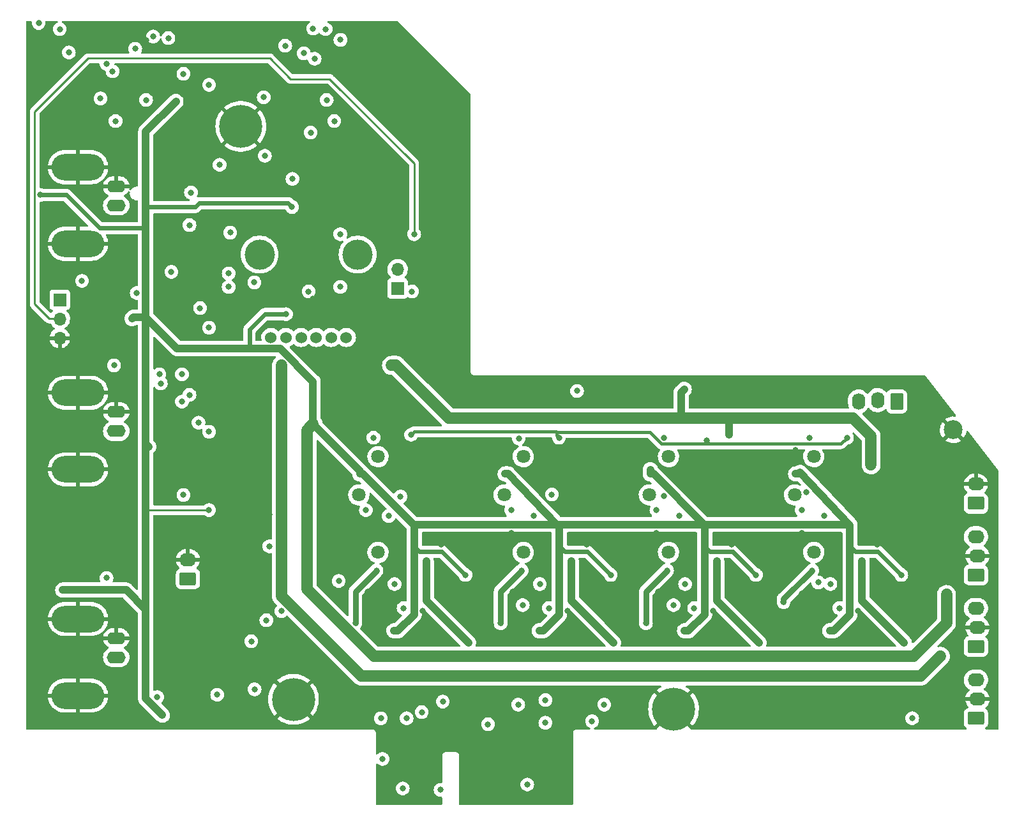
<source format=gbr>
G04 #@! TF.GenerationSoftware,KiCad,Pcbnew,(6.0.11-0)*
G04 #@! TF.CreationDate,2023-08-08T16:04:35+02:00*
G04 #@! TF.ProjectId,vm101-inout,766d3130-312d-4696-9e6f-75742e6b6963,rev?*
G04 #@! TF.SameCoordinates,Original*
G04 #@! TF.FileFunction,Copper,L2,Inr*
G04 #@! TF.FilePolarity,Positive*
%FSLAX46Y46*%
G04 Gerber Fmt 4.6, Leading zero omitted, Abs format (unit mm)*
G04 Created by KiCad (PCBNEW (6.0.11-0)) date 2023-08-08 16:04:35*
%MOMM*%
%LPD*%
G01*
G04 APERTURE LIST*
G04 Aperture macros list*
%AMRoundRect*
0 Rectangle with rounded corners*
0 $1 Rounding radius*
0 $2 $3 $4 $5 $6 $7 $8 $9 X,Y pos of 4 corners*
0 Add a 4 corners polygon primitive as box body*
4,1,4,$2,$3,$4,$5,$6,$7,$8,$9,$2,$3,0*
0 Add four circle primitives for the rounded corners*
1,1,$1+$1,$2,$3*
1,1,$1+$1,$4,$5*
1,1,$1+$1,$6,$7*
1,1,$1+$1,$8,$9*
0 Add four rect primitives between the rounded corners*
20,1,$1+$1,$2,$3,$4,$5,0*
20,1,$1+$1,$4,$5,$6,$7,0*
20,1,$1+$1,$6,$7,$8,$9,0*
20,1,$1+$1,$8,$9,$2,$3,0*%
G04 Aperture macros list end*
G04 #@! TA.AperFunction,ComponentPad*
%ADD10C,5.700000*%
G04 #@! TD*
G04 #@! TA.AperFunction,ComponentPad*
%ADD11C,2.500000*%
G04 #@! TD*
G04 #@! TA.AperFunction,ComponentPad*
%ADD12R,1.700000X1.700000*%
G04 #@! TD*
G04 #@! TA.AperFunction,ComponentPad*
%ADD13O,1.700000X1.700000*%
G04 #@! TD*
G04 #@! TA.AperFunction,ComponentPad*
%ADD14C,1.800000*%
G04 #@! TD*
G04 #@! TA.AperFunction,ComponentPad*
%ADD15O,2.500000X1.600000*%
G04 #@! TD*
G04 #@! TA.AperFunction,ComponentPad*
%ADD16O,7.000000X3.500000*%
G04 #@! TD*
G04 #@! TA.AperFunction,ComponentPad*
%ADD17RoundRect,0.250000X0.850000X-0.620000X0.850000X0.620000X-0.850000X0.620000X-0.850000X-0.620000X0*%
G04 #@! TD*
G04 #@! TA.AperFunction,ComponentPad*
%ADD18O,2.200000X1.740000*%
G04 #@! TD*
G04 #@! TA.AperFunction,ComponentPad*
%ADD19RoundRect,0.250000X0.620000X0.850000X-0.620000X0.850000X-0.620000X-0.850000X0.620000X-0.850000X0*%
G04 #@! TD*
G04 #@! TA.AperFunction,ComponentPad*
%ADD20O,1.740000X2.200000*%
G04 #@! TD*
G04 #@! TA.AperFunction,ComponentPad*
%ADD21C,1.524000*%
G04 #@! TD*
G04 #@! TA.AperFunction,ComponentPad*
%ADD22C,4.000000*%
G04 #@! TD*
G04 #@! TA.AperFunction,ViaPad*
%ADD23C,0.800000*%
G04 #@! TD*
G04 #@! TA.AperFunction,ViaPad*
%ADD24C,1.300000*%
G04 #@! TD*
G04 #@! TA.AperFunction,Conductor*
%ADD25C,0.800000*%
G04 #@! TD*
G04 #@! TA.AperFunction,Conductor*
%ADD26C,1.000000*%
G04 #@! TD*
G04 #@! TA.AperFunction,Conductor*
%ADD27C,1.500000*%
G04 #@! TD*
G04 #@! TA.AperFunction,Conductor*
%ADD28C,0.250000*%
G04 #@! TD*
G04 #@! TA.AperFunction,Conductor*
%ADD29C,0.600000*%
G04 #@! TD*
G04 #@! TA.AperFunction,Conductor*
%ADD30C,0.400000*%
G04 #@! TD*
G04 APERTURE END LIST*
D10*
X136400000Y-96800000D03*
X79000000Y-19500000D03*
X86000000Y-95500000D03*
D11*
X173492000Y-59746000D03*
D12*
X55000000Y-42500000D03*
D13*
X55000000Y-45040000D03*
X55000000Y-47580000D03*
D14*
X116466666Y-76000000D03*
X113926666Y-68380000D03*
X116466666Y-63300000D03*
D15*
X62500000Y-30000000D03*
D16*
X57420000Y-35080000D03*
D15*
X62500000Y-27460000D03*
D16*
X57420000Y-24920000D03*
D17*
X72000000Y-79500000D03*
D18*
X72000000Y-76960000D03*
D15*
X62500000Y-59920000D03*
X62500000Y-57380000D03*
D16*
X57420000Y-54840000D03*
X57420000Y-65000000D03*
D17*
X176500000Y-69500000D03*
D18*
X176500000Y-66960000D03*
D17*
X176500000Y-88500000D03*
D18*
X176700000Y-85960000D03*
X176500000Y-83420000D03*
D17*
X176500000Y-98000000D03*
D18*
X176700000Y-95460000D03*
X176500000Y-92920000D03*
D19*
X166000000Y-56000000D03*
D20*
X163460000Y-55800000D03*
X160920000Y-56000000D03*
D21*
X91000000Y-47500000D03*
X93000000Y-47500000D03*
X83000000Y-47500000D03*
X89000000Y-47500000D03*
X87000000Y-47500000D03*
X85000000Y-47500000D03*
D22*
X81500000Y-36500000D03*
X94500000Y-36500000D03*
D14*
X135733332Y-76000000D03*
X133193332Y-68380000D03*
X135733332Y-63300000D03*
X155000000Y-76000000D03*
X152460000Y-68380000D03*
X155000000Y-63300000D03*
X97200000Y-76000000D03*
X94660000Y-68380000D03*
X97200000Y-63300000D03*
D15*
X62500000Y-89920000D03*
X62500000Y-87380000D03*
D16*
X57420000Y-95000000D03*
X57420000Y-84840000D03*
D17*
X176500000Y-79000000D03*
D18*
X176700000Y-76460000D03*
X176500000Y-73920000D03*
D12*
X99800000Y-41000000D03*
D13*
X99800000Y-38460000D03*
D23*
X113466666Y-85400000D03*
X116266666Y-78400000D03*
X128466666Y-88000000D03*
X122866666Y-77200000D03*
X132733332Y-85400000D03*
X135533332Y-78400000D03*
X147733332Y-88000000D03*
X142133332Y-77200000D03*
X154800000Y-78400000D03*
X167000000Y-88000000D03*
X161400000Y-77200000D03*
X109200000Y-88000000D03*
D24*
X171800000Y-89800000D03*
D23*
X143800000Y-60384001D03*
X123600000Y-54600000D03*
X151000000Y-82600000D03*
X99000000Y-51200000D03*
X106400000Y-58400000D03*
X97000000Y-78400000D03*
X103600000Y-77200000D03*
X162600000Y-64400000D03*
X94200000Y-85400000D03*
X125000000Y-58400000D03*
X137800000Y-54375000D03*
D24*
X84400000Y-51200000D03*
D23*
X128666666Y-67600000D03*
X121466666Y-70000000D03*
X124866666Y-75000000D03*
X119391666Y-76000000D03*
X114866666Y-73400000D03*
X114066666Y-62200000D03*
X115066666Y-81200000D03*
X122366666Y-83798599D03*
X147933332Y-67600000D03*
X140733332Y-70000000D03*
X144133332Y-75000000D03*
X138658332Y-76000000D03*
X134133332Y-73400000D03*
X133333332Y-62200000D03*
X134333332Y-81200000D03*
X141633332Y-83798599D03*
X167200000Y-67600000D03*
X160000000Y-70000000D03*
X163400000Y-75000000D03*
X157925000Y-76000000D03*
X153400000Y-73400000D03*
X160900000Y-83798599D03*
X98400000Y-29000000D03*
X66497484Y-8043608D03*
X103474990Y-33800000D03*
X92100000Y-82000000D03*
X94000000Y-23000000D03*
X153430812Y-81508586D03*
X93950000Y-7550000D03*
X152600000Y-62400011D03*
X79800000Y-11600000D03*
X168850000Y-53700000D03*
X102200000Y-70000000D03*
X60000000Y-13000000D03*
X170100000Y-71300000D03*
X96200000Y-45000000D03*
X105600000Y-75000000D03*
X95800000Y-81200000D03*
X67800000Y-43000000D03*
X69387340Y-35387340D03*
X96200000Y-33000000D03*
X76512660Y-28487340D03*
X82200000Y-56800000D03*
X102600000Y-49000000D03*
X72000000Y-90400000D03*
X88600000Y-42400000D03*
X107600000Y-43400000D03*
X99350000Y-94250000D03*
X100800000Y-13000000D03*
X103100000Y-83798599D03*
X133200000Y-55200000D03*
X108000000Y-21800000D03*
X100600000Y-29600000D03*
X114000000Y-55550000D03*
X57600000Y-42400000D03*
X58800000Y-74600000D03*
X107674990Y-45487812D03*
X80400000Y-44200000D03*
X69800000Y-29000000D03*
X90000000Y-53200000D03*
X107766666Y-56033334D03*
X109400000Y-67600000D03*
X73400000Y-7600000D03*
X70800000Y-40400000D03*
X89000000Y-27200000D03*
X69600000Y-72200000D03*
X69600000Y-46000000D03*
X70750000Y-97000000D03*
X80000000Y-65000000D03*
X73600000Y-15600000D03*
X100125000Y-76000000D03*
X74600000Y-55600000D03*
X124600000Y-53600000D03*
X106525010Y-30600000D03*
X69800000Y-50200000D03*
X69400000Y-64800000D03*
X82800000Y-71000000D03*
X95600000Y-73400000D03*
X78400000Y-81400000D03*
X69800000Y-60600000D03*
X94800000Y-62200000D03*
X80200000Y-72000000D03*
X118591666Y-86400000D03*
X121266666Y-75200000D03*
X114066666Y-65600000D03*
X128066666Y-79000000D03*
X137858332Y-86400000D03*
X140533332Y-75200000D03*
X133333332Y-65600000D03*
X147333332Y-79000000D03*
X157125000Y-86400000D03*
X159800000Y-75200000D03*
X152600000Y-65600000D03*
X166600000Y-79000000D03*
D24*
X88600000Y-59000000D03*
D23*
X85800000Y-30200000D03*
X66400000Y-22800000D03*
X74800000Y-70400000D03*
X66400000Y-71800000D03*
X102000000Y-75200000D03*
X52400000Y-28600000D03*
X70400000Y-16200000D03*
X64600000Y-45000000D03*
X55400000Y-81000000D03*
X66400000Y-33000000D03*
X66800000Y-62000000D03*
X85000000Y-44400000D03*
X94800000Y-65600000D03*
X99325000Y-86400000D03*
X108800000Y-79000000D03*
D24*
X172600000Y-81600000D03*
D23*
X68600000Y-97600000D03*
X168050000Y-98000000D03*
X92200000Y-33800000D03*
X77400000Y-39000000D03*
X62200000Y-51200000D03*
X61200000Y-79405000D03*
X88000000Y-41400000D03*
X88600000Y-6525000D03*
X69400000Y-7800000D03*
X55000000Y-6600000D03*
X67387340Y-7587340D03*
X52200000Y-5800000D03*
X119866666Y-83400000D03*
X139133332Y-83400000D03*
X158400000Y-83400000D03*
X100600000Y-83400000D03*
X102000000Y-33800000D03*
X101702912Y-41399831D03*
X88269135Y-20330865D03*
X91400000Y-18800000D03*
X74800000Y-14000000D03*
X101600000Y-60400000D03*
X159400000Y-60800000D03*
X75874006Y-94883116D03*
X82800000Y-75200000D03*
X140800000Y-61200000D03*
X121200000Y-60800000D03*
X76200000Y-24600000D03*
X82050000Y-15650000D03*
X82200000Y-23400000D03*
X155600000Y-80000000D03*
X84900032Y-8799999D03*
X87362340Y-9812340D03*
X136400000Y-83000000D03*
X88800000Y-10525000D03*
X116400000Y-83000000D03*
X92000000Y-79800000D03*
X90400000Y-16000000D03*
X90250000Y-6600000D03*
X60400000Y-15800000D03*
X92225000Y-8025000D03*
X80835712Y-94166548D03*
X100485000Y-107315000D03*
X117000000Y-106800000D03*
X105501283Y-107501283D03*
X111800000Y-98800000D03*
X103000000Y-97200000D03*
X125600000Y-98400000D03*
X119400000Y-98600000D03*
X97800000Y-103400000D03*
X97587347Y-98012653D03*
X154000000Y-68000000D03*
X127200000Y-96200000D03*
X119400000Y-95600000D03*
X135088848Y-68511152D03*
X115800000Y-96200000D03*
X120263143Y-68336857D03*
X100200000Y-68600000D03*
X105800000Y-95800000D03*
X67924976Y-95200000D03*
X100999997Y-97999997D03*
X61200000Y-11200000D03*
X62400000Y-18800000D03*
X84400002Y-83800000D03*
X74800000Y-46200000D03*
X82400000Y-85000000D03*
X74800000Y-60000000D03*
X73400000Y-58800000D03*
X73600000Y-43600000D03*
X80400000Y-87800008D03*
X72200008Y-32600000D03*
X65200000Y-41600000D03*
X72200000Y-55125000D03*
X72400000Y-28275000D03*
X85860000Y-26465000D03*
X77600000Y-33600000D03*
X92199988Y-40800000D03*
X77400000Y-40800000D03*
X80800000Y-40200000D03*
X71400000Y-12535001D03*
X66450000Y-16000000D03*
X65000000Y-9200000D03*
X117879319Y-71187347D03*
X115866666Y-60900010D03*
X118666666Y-80200000D03*
X114866666Y-70400000D03*
X137145985Y-71187347D03*
X135133332Y-60800000D03*
X137933332Y-80200000D03*
X134133332Y-70400000D03*
X156412653Y-71187347D03*
X154400000Y-60800000D03*
X157200000Y-80200000D03*
X153400000Y-70400000D03*
X96600000Y-60800000D03*
X98612653Y-71187347D03*
X95600000Y-70400000D03*
X99400000Y-80200000D03*
X69800000Y-38799994D03*
X68200000Y-52400000D03*
X68400000Y-53600000D03*
X71200000Y-52400000D03*
X71200000Y-56000000D03*
X71400000Y-68400000D03*
X62000000Y-12200000D03*
X56200000Y-9690000D03*
X57950000Y-40000000D03*
X63684100Y-22889600D03*
D25*
X113466666Y-81200000D02*
X116266666Y-78400000D01*
X113466666Y-85400000D02*
X113466666Y-81200000D01*
D26*
X122866666Y-82400000D02*
X122866666Y-77200000D01*
X128466666Y-88000000D02*
X122866666Y-82400000D01*
D25*
X132733332Y-81200000D02*
X135533332Y-78400000D01*
X132733332Y-85400000D02*
X132733332Y-81200000D01*
D26*
X142133332Y-82400000D02*
X142133332Y-77200000D01*
X147733332Y-88000000D02*
X142133332Y-82400000D01*
X161400000Y-82400000D02*
X161400000Y-77200000D01*
X167000000Y-88000000D02*
X161400000Y-82400000D01*
D27*
X97850000Y-92400000D02*
X94998002Y-92400000D01*
X115200000Y-92400000D02*
X97850000Y-92400000D01*
D25*
X94200000Y-85400000D02*
X94200000Y-81200000D01*
D26*
X137400001Y-54774999D02*
X137800000Y-54375000D01*
D27*
X123600000Y-58200000D02*
X137400000Y-58200000D01*
D25*
X94200000Y-81200000D02*
X97000000Y-78400000D01*
D26*
X123800000Y-58400000D02*
X123600000Y-58200000D01*
D27*
X171800000Y-89800000D02*
X169200000Y-92400000D01*
X162600000Y-60600000D02*
X162600000Y-64400000D01*
X169200000Y-92400000D02*
X115200000Y-92400000D01*
D25*
X151000000Y-82200000D02*
X151000000Y-82600000D01*
D26*
X125000000Y-58400000D02*
X123800000Y-58400000D01*
X109200000Y-88000000D02*
X103600000Y-82400000D01*
D28*
X102175000Y-54375000D02*
X99000000Y-51200000D01*
D27*
X143600000Y-58200000D02*
X160200000Y-58200000D01*
D26*
X143600000Y-58200000D02*
X143800000Y-58400000D01*
D27*
X160200000Y-58200000D02*
X162600000Y-60600000D01*
D25*
X154800000Y-78400000D02*
X151000000Y-82200000D01*
D27*
X99000000Y-51200000D02*
X99600000Y-51200000D01*
X84400000Y-81801998D02*
X84400000Y-52119238D01*
D26*
X137400000Y-58200000D02*
X137400001Y-54774999D01*
D27*
X99600000Y-51200000D02*
X106600000Y-58200000D01*
X106600000Y-58200000D02*
X123600000Y-58200000D01*
X94998002Y-92400000D02*
X84400000Y-81801998D01*
X137400000Y-58200000D02*
X143600000Y-58200000D01*
D26*
X103600000Y-82400000D02*
X103600000Y-77200000D01*
X106400000Y-58400000D02*
X106600000Y-58200000D01*
D27*
X84400000Y-52119238D02*
X84400000Y-51200000D01*
D26*
X143800000Y-58400000D02*
X143800000Y-60384001D01*
X119116666Y-86400000D02*
X118591666Y-86400000D01*
X121266666Y-84250000D02*
X119116666Y-86400000D01*
X121266666Y-75200000D02*
X121266666Y-84250000D01*
X121266666Y-75200000D02*
X121266666Y-72400000D01*
X114466666Y-65600000D02*
X114066666Y-65600000D01*
D29*
X127666667Y-78600001D02*
X128066666Y-79000000D01*
X124966667Y-75900001D02*
X127666667Y-78600001D01*
X121966667Y-75900001D02*
X124966667Y-75900001D01*
X121266666Y-75200000D02*
X121966667Y-75900001D01*
D26*
X138383332Y-86400000D02*
X137858332Y-86400000D01*
X140533332Y-84250000D02*
X138383332Y-86400000D01*
X140533332Y-75200000D02*
X140533332Y-84250000D01*
X140533332Y-75200000D02*
X140533332Y-72400000D01*
X133733332Y-65600000D02*
X133333332Y-65600000D01*
X140533332Y-72400000D02*
X133733332Y-65600000D01*
D29*
X146933333Y-78600001D02*
X147333332Y-79000000D01*
X144233333Y-75900001D02*
X146933333Y-78600001D01*
X141233333Y-75900001D02*
X144233333Y-75900001D01*
X140533332Y-75200000D02*
X141233333Y-75900001D01*
D26*
X157650000Y-86400000D02*
X157125000Y-86400000D01*
X159800000Y-84250000D02*
X157650000Y-86400000D01*
X159800000Y-75200000D02*
X159800000Y-84250000D01*
X159800000Y-75200000D02*
X159800000Y-72400000D01*
X153000000Y-65600000D02*
X152600000Y-65600000D01*
D29*
X166200001Y-78600001D02*
X166600000Y-79000000D01*
X163500001Y-75900001D02*
X166200001Y-78600001D01*
X160500001Y-75900001D02*
X163500001Y-75900001D01*
X159800000Y-75200000D02*
X160500001Y-75900001D01*
D26*
X95200000Y-65600000D02*
X94800000Y-65600000D01*
X66400000Y-22800000D02*
X66400000Y-20200000D01*
D27*
X87800000Y-59800000D02*
X88600000Y-59000000D01*
D29*
X84232238Y-44400000D02*
X82200000Y-44400000D01*
D26*
X66400000Y-70400000D02*
X66400000Y-72000000D01*
D29*
X73460810Y-29678441D02*
X72939251Y-30200000D01*
X102000000Y-75200000D02*
X102700001Y-75900001D01*
D26*
X140433331Y-72299999D02*
X159699999Y-72299999D01*
X66400000Y-44800000D02*
X66400000Y-34000000D01*
D27*
X172600000Y-81600000D02*
X172600000Y-85400000D01*
D26*
X66400000Y-61000000D02*
X66400000Y-61600000D01*
X66400000Y-34000000D02*
X66400000Y-33000000D01*
X87800000Y-59800000D02*
X87900001Y-59699999D01*
X66400000Y-72000000D02*
X66400000Y-83600000D01*
X159699999Y-72299999D02*
X159800000Y-72400000D01*
X66400000Y-44800000D02*
X64800000Y-44800000D01*
D29*
X108400001Y-78600001D02*
X108800000Y-79000000D01*
D27*
X168200000Y-89800000D02*
X96690798Y-89800000D01*
D26*
X121266666Y-72400000D02*
X121366667Y-72299999D01*
X102000000Y-75200000D02*
X102000000Y-84250000D01*
X133333332Y-65600000D02*
X133333332Y-65034315D01*
X66400000Y-30200000D02*
X66400000Y-22800000D01*
X102000000Y-75200000D02*
X102000000Y-72400000D01*
D29*
X72939251Y-30200000D02*
X66400000Y-30200000D01*
D26*
X66400000Y-61600000D02*
X66800000Y-62000000D01*
D29*
X80162001Y-48962001D02*
X80162001Y-46437999D01*
D26*
X66400000Y-83600000D02*
X66400000Y-95400000D01*
X66400000Y-95400000D02*
X68600000Y-97600000D01*
X66400000Y-34000000D02*
X66400000Y-61000000D01*
X121266666Y-72400000D02*
X121000000Y-72400000D01*
X94800000Y-65600000D02*
X94800000Y-65200000D01*
D29*
X105700001Y-75900001D02*
X108400001Y-78600001D01*
D26*
X66400000Y-83600000D02*
X63800000Y-81000000D01*
D29*
X85800000Y-30200000D02*
X85278441Y-29678441D01*
D28*
X66400000Y-72000000D02*
X66400000Y-71800000D01*
D26*
X102000000Y-72400000D02*
X102100001Y-72299999D01*
D29*
X80162001Y-46437999D02*
X82200000Y-44400000D01*
D26*
X121000000Y-72400000D02*
X114466666Y-65600000D01*
D29*
X52400000Y-28600000D02*
X55871994Y-28600000D01*
D26*
X88600000Y-59000000D02*
X88600000Y-53349377D01*
X88600000Y-53349377D02*
X84212624Y-48962001D01*
D29*
X85278441Y-29678441D02*
X73460810Y-29678441D01*
D26*
X120899999Y-72299999D02*
X121000000Y-72400000D01*
D29*
X55871994Y-28600000D02*
X60271994Y-33000000D01*
D26*
X153200000Y-65400000D02*
X153000000Y-65600000D01*
X102000000Y-84250000D02*
X99850000Y-86400000D01*
X140433331Y-72299999D02*
X140533332Y-72400000D01*
X99850000Y-86400000D02*
X99325000Y-86400000D01*
X66400000Y-20200000D02*
X70400000Y-16200000D01*
D27*
X87800000Y-80909202D02*
X87800000Y-59800000D01*
D26*
X64800000Y-44800000D02*
X64600000Y-45000000D01*
D29*
X60271994Y-33000000D02*
X65834315Y-33000000D01*
D28*
X74800000Y-70400000D02*
X66400000Y-70400000D01*
D26*
X66400000Y-61000000D02*
X66400000Y-70400000D01*
X84212624Y-48962001D02*
X80162001Y-48962001D01*
D29*
X85000000Y-44400000D02*
X84232238Y-44400000D01*
D26*
X102100001Y-72299999D02*
X120899999Y-72299999D01*
X66400000Y-33000000D02*
X66400000Y-30200000D01*
X121366667Y-72299999D02*
X140433331Y-72299999D01*
X63800000Y-81000000D02*
X55400000Y-81000000D01*
X159800000Y-72400000D02*
X153200000Y-65400000D01*
D29*
X65834315Y-33000000D02*
X66400000Y-33000000D01*
D27*
X172600000Y-85400000D02*
X168200000Y-89800000D01*
D26*
X80162001Y-48962001D02*
X70562001Y-48962001D01*
X70562001Y-48962001D02*
X66400000Y-44800000D01*
X102000000Y-72400000D02*
X95200000Y-65600000D01*
X94800000Y-65200000D02*
X88600000Y-59000000D01*
D27*
X96690798Y-89800000D02*
X87800000Y-80909202D01*
D29*
X102700001Y-75900001D02*
X105700001Y-75900001D01*
D28*
X82874999Y-10474999D02*
X58725001Y-10474999D01*
X51674999Y-43074999D02*
X53600000Y-45000000D01*
X102000000Y-33800000D02*
X102000000Y-24400000D01*
X85600000Y-13200000D02*
X82874999Y-10474999D01*
X58725001Y-10474999D02*
X51674999Y-17525001D01*
X53600000Y-45000000D02*
X54960000Y-45000000D01*
X51674999Y-17525001D02*
X51674999Y-43074999D01*
X54960000Y-45000000D02*
X55000000Y-45040000D01*
X90800000Y-13200000D02*
X85600000Y-13200000D01*
X102000000Y-24400000D02*
X90800000Y-13200000D01*
D30*
X140999999Y-61600001D02*
X158599999Y-61600001D01*
X140999999Y-61600001D02*
X140999999Y-61399999D01*
X158599999Y-61600001D02*
X159400000Y-60800000D01*
X120899991Y-60499991D02*
X121200000Y-60800000D01*
X120899991Y-60100009D02*
X133249339Y-60100009D01*
X133249339Y-60100009D02*
X134749331Y-61600001D01*
X140999999Y-61399999D02*
X140800000Y-61200000D01*
X101999999Y-60000001D02*
X101600000Y-60400000D01*
X120899991Y-60100009D02*
X120899991Y-60499991D01*
X134749331Y-61600001D02*
X140999999Y-61600001D01*
X120799983Y-60000001D02*
X101999999Y-60000001D01*
X120899991Y-60100009D02*
X120799983Y-60000001D01*
G04 #@! TA.AperFunction,Conductor*
G36*
X51245317Y-5528502D02*
G01*
X51291810Y-5582158D01*
X51302506Y-5647670D01*
X51296625Y-5703627D01*
X51286496Y-5800000D01*
X51287186Y-5806565D01*
X51299228Y-5921134D01*
X51306458Y-5989928D01*
X51365473Y-6171556D01*
X51460960Y-6336944D01*
X51588747Y-6478866D01*
X51743248Y-6591118D01*
X51749276Y-6593802D01*
X51749278Y-6593803D01*
X51911681Y-6666109D01*
X51917712Y-6668794D01*
X52011112Y-6688647D01*
X52098056Y-6707128D01*
X52098061Y-6707128D01*
X52104513Y-6708500D01*
X52295487Y-6708500D01*
X52301939Y-6707128D01*
X52301944Y-6707128D01*
X52388888Y-6688647D01*
X52482288Y-6668794D01*
X52488319Y-6666109D01*
X52650722Y-6593803D01*
X52650724Y-6593802D01*
X52656752Y-6591118D01*
X52811253Y-6478866D01*
X52939040Y-6336944D01*
X53034527Y-6171556D01*
X53093542Y-5989928D01*
X53100773Y-5921134D01*
X53112814Y-5806565D01*
X53113504Y-5800000D01*
X53103375Y-5703627D01*
X53097494Y-5647670D01*
X53110266Y-5577832D01*
X53158768Y-5525985D01*
X53222804Y-5508500D01*
X54625133Y-5508500D01*
X54693254Y-5528502D01*
X54739747Y-5582158D01*
X54749851Y-5652432D01*
X54720357Y-5717012D01*
X54676382Y-5749607D01*
X54549278Y-5806197D01*
X54549276Y-5806198D01*
X54543248Y-5808882D01*
X54388747Y-5921134D01*
X54260960Y-6063056D01*
X54165473Y-6228444D01*
X54106458Y-6410072D01*
X54105768Y-6416633D01*
X54105768Y-6416635D01*
X54098819Y-6482749D01*
X54086496Y-6600000D01*
X54087186Y-6606565D01*
X54098956Y-6718546D01*
X54106458Y-6789928D01*
X54165473Y-6971556D01*
X54260960Y-7136944D01*
X54265378Y-7141851D01*
X54265379Y-7141852D01*
X54280721Y-7158891D01*
X54388747Y-7278866D01*
X54543248Y-7391118D01*
X54549276Y-7393802D01*
X54549278Y-7393803D01*
X54635358Y-7432128D01*
X54717712Y-7468794D01*
X54808332Y-7488056D01*
X54898056Y-7507128D01*
X54898061Y-7507128D01*
X54904513Y-7508500D01*
X55095487Y-7508500D01*
X55101939Y-7507128D01*
X55101944Y-7507128D01*
X55191668Y-7488056D01*
X55282288Y-7468794D01*
X55364642Y-7432128D01*
X55450722Y-7393803D01*
X55450724Y-7393802D01*
X55456752Y-7391118D01*
X55611253Y-7278866D01*
X55719279Y-7158891D01*
X55734621Y-7141852D01*
X55734622Y-7141851D01*
X55739040Y-7136944D01*
X55834527Y-6971556D01*
X55893542Y-6789928D01*
X55901045Y-6718546D01*
X55912814Y-6606565D01*
X55913504Y-6600000D01*
X55901181Y-6482749D01*
X55894232Y-6416635D01*
X55894232Y-6416633D01*
X55893542Y-6410072D01*
X55834527Y-6228444D01*
X55739040Y-6063056D01*
X55611253Y-5921134D01*
X55456752Y-5808882D01*
X55450724Y-5806198D01*
X55450722Y-5806197D01*
X55323618Y-5749607D01*
X55269522Y-5703627D01*
X55248873Y-5635700D01*
X55268225Y-5567391D01*
X55321436Y-5520390D01*
X55374867Y-5508500D01*
X88065672Y-5508500D01*
X88133793Y-5528502D01*
X88180286Y-5582158D01*
X88190390Y-5652432D01*
X88160896Y-5717012D01*
X88139734Y-5736435D01*
X87988747Y-5846134D01*
X87860960Y-5988056D01*
X87765473Y-6153444D01*
X87706458Y-6335072D01*
X87686496Y-6525000D01*
X87706458Y-6714928D01*
X87765473Y-6896556D01*
X87860960Y-7061944D01*
X87865378Y-7066851D01*
X87865379Y-7066852D01*
X87911318Y-7117872D01*
X87988747Y-7203866D01*
X88143248Y-7316118D01*
X88149276Y-7318802D01*
X88149278Y-7318803D01*
X88311681Y-7391109D01*
X88317712Y-7393794D01*
X88411113Y-7413647D01*
X88498056Y-7432128D01*
X88498061Y-7432128D01*
X88504513Y-7433500D01*
X88695487Y-7433500D01*
X88701939Y-7432128D01*
X88701944Y-7432128D01*
X88788888Y-7413647D01*
X88882288Y-7393794D01*
X88888319Y-7391109D01*
X89050722Y-7318803D01*
X89050724Y-7318802D01*
X89056752Y-7316118D01*
X89211253Y-7203866D01*
X89301366Y-7103786D01*
X89361811Y-7066547D01*
X89432795Y-7067899D01*
X89491779Y-7107413D01*
X89504117Y-7125092D01*
X89510960Y-7136944D01*
X89515378Y-7141851D01*
X89515379Y-7141852D01*
X89530721Y-7158891D01*
X89638747Y-7278866D01*
X89793248Y-7391118D01*
X89799276Y-7393802D01*
X89799278Y-7393803D01*
X89885358Y-7432128D01*
X89967712Y-7468794D01*
X90058332Y-7488056D01*
X90148056Y-7507128D01*
X90148061Y-7507128D01*
X90154513Y-7508500D01*
X90345487Y-7508500D01*
X90351939Y-7507128D01*
X90351944Y-7507128D01*
X90441668Y-7488056D01*
X90532288Y-7468794D01*
X90614642Y-7432128D01*
X90700722Y-7393803D01*
X90700724Y-7393802D01*
X90706752Y-7391118D01*
X90861253Y-7278866D01*
X90969279Y-7158891D01*
X90984621Y-7141852D01*
X90984622Y-7141851D01*
X90989040Y-7136944D01*
X91084527Y-6971556D01*
X91143542Y-6789928D01*
X91151045Y-6718546D01*
X91162814Y-6606565D01*
X91163504Y-6600000D01*
X91151181Y-6482749D01*
X91144232Y-6416635D01*
X91144232Y-6416633D01*
X91143542Y-6410072D01*
X91084527Y-6228444D01*
X90989040Y-6063056D01*
X90861253Y-5921134D01*
X90706752Y-5808882D01*
X90700724Y-5806198D01*
X90700722Y-5806197D01*
X90573618Y-5749607D01*
X90519522Y-5703627D01*
X90498873Y-5635700D01*
X90518225Y-5567391D01*
X90571436Y-5520390D01*
X90624867Y-5508500D01*
X99737183Y-5508500D01*
X99805304Y-5528502D01*
X99826278Y-5545405D01*
X109454595Y-15173723D01*
X109488621Y-15236035D01*
X109491500Y-15262818D01*
X109491500Y-51991377D01*
X109491498Y-51992147D01*
X109491024Y-52069721D01*
X109493491Y-52078352D01*
X109499150Y-52098153D01*
X109502728Y-52114915D01*
X109506920Y-52144187D01*
X109510634Y-52152355D01*
X109510634Y-52152356D01*
X109517548Y-52167562D01*
X109523996Y-52185086D01*
X109531051Y-52209771D01*
X109535843Y-52217365D01*
X109535844Y-52217368D01*
X109546830Y-52234780D01*
X109554969Y-52249863D01*
X109567208Y-52276782D01*
X109573069Y-52283584D01*
X109583970Y-52296235D01*
X109595073Y-52311239D01*
X109608776Y-52332958D01*
X109615501Y-52338897D01*
X109615504Y-52338901D01*
X109630938Y-52352532D01*
X109642982Y-52364724D01*
X109656427Y-52380327D01*
X109656430Y-52380329D01*
X109662287Y-52387127D01*
X109669816Y-52392007D01*
X109669817Y-52392008D01*
X109683835Y-52401094D01*
X109698709Y-52412385D01*
X109711217Y-52423431D01*
X109717951Y-52429378D01*
X109744711Y-52441942D01*
X109759691Y-52450263D01*
X109776983Y-52461471D01*
X109776988Y-52461473D01*
X109784515Y-52466352D01*
X109793108Y-52468922D01*
X109793113Y-52468924D01*
X109809120Y-52473711D01*
X109826564Y-52480372D01*
X109841676Y-52487467D01*
X109841678Y-52487468D01*
X109849800Y-52491281D01*
X109858667Y-52492662D01*
X109858668Y-52492662D01*
X109868310Y-52494163D01*
X109879017Y-52495830D01*
X109895732Y-52499613D01*
X109915466Y-52505515D01*
X109915472Y-52505516D01*
X109924066Y-52508086D01*
X109933037Y-52508141D01*
X109933038Y-52508141D01*
X109943097Y-52508202D01*
X109958506Y-52508296D01*
X109959289Y-52508329D01*
X109960386Y-52508500D01*
X109991377Y-52508500D01*
X109992147Y-52508502D01*
X110065785Y-52508952D01*
X110065786Y-52508952D01*
X110069721Y-52508976D01*
X110071065Y-52508592D01*
X110072410Y-52508500D01*
X169687571Y-52508500D01*
X169755692Y-52528502D01*
X169787441Y-52557675D01*
X173817734Y-57797056D01*
X173843412Y-57863244D01*
X173829231Y-57932810D01*
X173779691Y-57983665D01*
X173710520Y-57999664D01*
X173697609Y-57998240D01*
X173650262Y-57990529D01*
X173640973Y-57989717D01*
X173389053Y-57986419D01*
X173379742Y-57986989D01*
X173130097Y-58020964D01*
X173120978Y-58022902D01*
X172879098Y-58093404D01*
X172870367Y-58096667D01*
X172641558Y-58202151D01*
X172633406Y-58206670D01*
X172454353Y-58324062D01*
X172445216Y-58334803D01*
X172449789Y-58344579D01*
X174891913Y-60786703D01*
X174904293Y-60793463D01*
X174912634Y-60787219D01*
X175038765Y-60591127D01*
X175043212Y-60582936D01*
X175146691Y-60353222D01*
X175149882Y-60344455D01*
X175218269Y-60101976D01*
X175220129Y-60092834D01*
X175233165Y-59990362D01*
X175261604Y-59925310D01*
X175320698Y-59885960D01*
X175391685Y-59884806D01*
X175452028Y-59922213D01*
X175458023Y-59929431D01*
X179372167Y-65017819D01*
X179465371Y-65138984D01*
X179491050Y-65205174D01*
X179491500Y-65215808D01*
X179491500Y-99365500D01*
X179471498Y-99433621D01*
X179417842Y-99480114D01*
X179365500Y-99491500D01*
X177826209Y-99491500D01*
X177758088Y-99471498D01*
X177711595Y-99417842D01*
X177701491Y-99347568D01*
X177730985Y-99282988D01*
X177759906Y-99258356D01*
X177760094Y-99258240D01*
X177824348Y-99218478D01*
X177949305Y-99093303D01*
X178020824Y-98977279D01*
X178038275Y-98948968D01*
X178038276Y-98948966D01*
X178042115Y-98942738D01*
X178073183Y-98849069D01*
X178095632Y-98781389D01*
X178095632Y-98781387D01*
X178097797Y-98774861D01*
X178100755Y-98745997D01*
X178106839Y-98686608D01*
X178108500Y-98670400D01*
X178108500Y-97329600D01*
X178107622Y-97321134D01*
X178098238Y-97230692D01*
X178098237Y-97230688D01*
X178097526Y-97223834D01*
X178093833Y-97212763D01*
X178043868Y-97063002D01*
X178041550Y-97056054D01*
X177948478Y-96905652D01*
X177939567Y-96896756D01*
X177840832Y-96798193D01*
X177823303Y-96780695D01*
X177817069Y-96776852D01*
X177787453Y-96758596D01*
X177739960Y-96705824D01*
X177728538Y-96635752D01*
X177756812Y-96570629D01*
X177783204Y-96546816D01*
X177792159Y-96540788D01*
X177800441Y-96534129D01*
X177961930Y-96380076D01*
X177968979Y-96372108D01*
X178102203Y-96193048D01*
X178107802Y-96184018D01*
X178208953Y-95985069D01*
X178212956Y-95975208D01*
X178279138Y-95762071D01*
X178281420Y-95751691D01*
X178284036Y-95731957D01*
X178281840Y-95717793D01*
X178268655Y-95714000D01*
X175133373Y-95714000D01*
X175119842Y-95717973D01*
X175118317Y-95728580D01*
X175144252Y-95852188D01*
X175147312Y-95862384D01*
X175229284Y-96069952D01*
X175234018Y-96079489D01*
X175349796Y-96270285D01*
X175356062Y-96278878D01*
X175501351Y-96446309D01*
X175530890Y-96510868D01*
X175520836Y-96581150D01*
X175474381Y-96634838D01*
X175446065Y-96648411D01*
X175326054Y-96688450D01*
X175175652Y-96781522D01*
X175050695Y-96906697D01*
X175046855Y-96912927D01*
X175046854Y-96912928D01*
X174963549Y-97048074D01*
X174957885Y-97057262D01*
X174946530Y-97091497D01*
X174904506Y-97218197D01*
X174902203Y-97225139D01*
X174901503Y-97231975D01*
X174901502Y-97231978D01*
X174899256Y-97253899D01*
X174891500Y-97329600D01*
X174891500Y-98670400D01*
X174891837Y-98673646D01*
X174891837Y-98673650D01*
X174901344Y-98765271D01*
X174902474Y-98776166D01*
X174904655Y-98782702D01*
X174904655Y-98782704D01*
X174946623Y-98908497D01*
X174958450Y-98943946D01*
X175051522Y-99094348D01*
X175176697Y-99219305D01*
X175182927Y-99223145D01*
X175182928Y-99223146D01*
X175239861Y-99258240D01*
X175287354Y-99311012D01*
X175298778Y-99381084D01*
X175270504Y-99446208D01*
X175211510Y-99485707D01*
X175173745Y-99491500D01*
X138711815Y-99491500D01*
X138643694Y-99471498D01*
X138597201Y-99417842D01*
X138585907Y-99370319D01*
X138585030Y-99347398D01*
X138579887Y-99339097D01*
X136412812Y-97172022D01*
X136398868Y-97164408D01*
X136397035Y-97164539D01*
X136390420Y-97168790D01*
X134221409Y-99337801D01*
X134213794Y-99351746D01*
X134214135Y-99356512D01*
X134199043Y-99425886D01*
X134148841Y-99476088D01*
X134088456Y-99491500D01*
X125974867Y-99491500D01*
X125906746Y-99471498D01*
X125860253Y-99417842D01*
X125850149Y-99347568D01*
X125879643Y-99282988D01*
X125923618Y-99250393D01*
X126050722Y-99193803D01*
X126050724Y-99193802D01*
X126056752Y-99191118D01*
X126211253Y-99078866D01*
X126291333Y-98989928D01*
X126334621Y-98941852D01*
X126334622Y-98941851D01*
X126339040Y-98936944D01*
X126414315Y-98806565D01*
X126431223Y-98777279D01*
X126431224Y-98777278D01*
X126434527Y-98771556D01*
X126493542Y-98589928D01*
X126497221Y-98554929D01*
X126512814Y-98406565D01*
X126513504Y-98400000D01*
X126500532Y-98276575D01*
X126494232Y-98216635D01*
X126494232Y-98216633D01*
X126493542Y-98210072D01*
X126434527Y-98028444D01*
X126429201Y-98019218D01*
X126379937Y-97933891D01*
X126339040Y-97863056D01*
X126297243Y-97816635D01*
X126215675Y-97726045D01*
X126215674Y-97726044D01*
X126211253Y-97721134D01*
X126112157Y-97649136D01*
X126062094Y-97612763D01*
X126062093Y-97612762D01*
X126056752Y-97608882D01*
X126050724Y-97606198D01*
X126050722Y-97606197D01*
X125888319Y-97533891D01*
X125888318Y-97533891D01*
X125882288Y-97531206D01*
X125788887Y-97511353D01*
X125701944Y-97492872D01*
X125701939Y-97492872D01*
X125695487Y-97491500D01*
X125504513Y-97491500D01*
X125498061Y-97492872D01*
X125498056Y-97492872D01*
X125411113Y-97511353D01*
X125317712Y-97531206D01*
X125311682Y-97533891D01*
X125311681Y-97533891D01*
X125149278Y-97606197D01*
X125149276Y-97606198D01*
X125143248Y-97608882D01*
X125137907Y-97612762D01*
X125137906Y-97612763D01*
X125087843Y-97649136D01*
X124988747Y-97721134D01*
X124984326Y-97726044D01*
X124984325Y-97726045D01*
X124902758Y-97816635D01*
X124860960Y-97863056D01*
X124820063Y-97933891D01*
X124770800Y-98019218D01*
X124765473Y-98028444D01*
X124706458Y-98210072D01*
X124705768Y-98216633D01*
X124705768Y-98216635D01*
X124699468Y-98276575D01*
X124686496Y-98400000D01*
X124687186Y-98406565D01*
X124702780Y-98554929D01*
X124706458Y-98589928D01*
X124765473Y-98771556D01*
X124768776Y-98777278D01*
X124768777Y-98777279D01*
X124785685Y-98806565D01*
X124860960Y-98936944D01*
X124865378Y-98941851D01*
X124865379Y-98941852D01*
X124908667Y-98989928D01*
X124988747Y-99078866D01*
X125143248Y-99191118D01*
X125149276Y-99193802D01*
X125149278Y-99193803D01*
X125276382Y-99250393D01*
X125330478Y-99296373D01*
X125351127Y-99364300D01*
X125331775Y-99432609D01*
X125278564Y-99479610D01*
X125225133Y-99491500D01*
X123583623Y-99491500D01*
X123582853Y-99491498D01*
X123582037Y-99491493D01*
X123505279Y-99491024D01*
X123482918Y-99497415D01*
X123476847Y-99499150D01*
X123460085Y-99502728D01*
X123430813Y-99506920D01*
X123422645Y-99510634D01*
X123422644Y-99510634D01*
X123407438Y-99517548D01*
X123389914Y-99523996D01*
X123365229Y-99531051D01*
X123357635Y-99535843D01*
X123357632Y-99535844D01*
X123340220Y-99546830D01*
X123325137Y-99554969D01*
X123298218Y-99567208D01*
X123291416Y-99573069D01*
X123278765Y-99583970D01*
X123263761Y-99595073D01*
X123242042Y-99608776D01*
X123236103Y-99615501D01*
X123236099Y-99615504D01*
X123222468Y-99630938D01*
X123210276Y-99642982D01*
X123194673Y-99656427D01*
X123194671Y-99656430D01*
X123187873Y-99662287D01*
X123182993Y-99669816D01*
X123182992Y-99669817D01*
X123173906Y-99683835D01*
X123162615Y-99698709D01*
X123151569Y-99711217D01*
X123145622Y-99717951D01*
X123139312Y-99731391D01*
X123133058Y-99744711D01*
X123124737Y-99759691D01*
X123113529Y-99776983D01*
X123113527Y-99776988D01*
X123108648Y-99784515D01*
X123106078Y-99793108D01*
X123106076Y-99793113D01*
X123101289Y-99809120D01*
X123094628Y-99826564D01*
X123087533Y-99841676D01*
X123083719Y-99849800D01*
X123082338Y-99858667D01*
X123082338Y-99858668D01*
X123079170Y-99879015D01*
X123075387Y-99895732D01*
X123069485Y-99915466D01*
X123069484Y-99915472D01*
X123066914Y-99924066D01*
X123066859Y-99933037D01*
X123066859Y-99933038D01*
X123066704Y-99958497D01*
X123066671Y-99959289D01*
X123066500Y-99960386D01*
X123066500Y-99991377D01*
X123066498Y-99992147D01*
X123066024Y-100069721D01*
X123066408Y-100071065D01*
X123066500Y-100072410D01*
X123066500Y-109365500D01*
X123046498Y-109433621D01*
X122992842Y-109480114D01*
X122940500Y-109491500D01*
X108089500Y-109491500D01*
X108021379Y-109471498D01*
X107974886Y-109417842D01*
X107963500Y-109365500D01*
X107963500Y-106800000D01*
X116086496Y-106800000D01*
X116087186Y-106806565D01*
X116103769Y-106964339D01*
X116106458Y-106989928D01*
X116165473Y-107171556D01*
X116260960Y-107336944D01*
X116388747Y-107478866D01*
X116543248Y-107591118D01*
X116549276Y-107593802D01*
X116549278Y-107593803D01*
X116711681Y-107666109D01*
X116717712Y-107668794D01*
X116792299Y-107684648D01*
X116898056Y-107707128D01*
X116898061Y-107707128D01*
X116904513Y-107708500D01*
X117095487Y-107708500D01*
X117101939Y-107707128D01*
X117101944Y-107707128D01*
X117207701Y-107684648D01*
X117282288Y-107668794D01*
X117288319Y-107666109D01*
X117450722Y-107593803D01*
X117450724Y-107593802D01*
X117456752Y-107591118D01*
X117611253Y-107478866D01*
X117739040Y-107336944D01*
X117834527Y-107171556D01*
X117893542Y-106989928D01*
X117896232Y-106964339D01*
X117912814Y-106806565D01*
X117913504Y-106800000D01*
X117903780Y-106707480D01*
X117894232Y-106616635D01*
X117894232Y-106616633D01*
X117893542Y-106610072D01*
X117834527Y-106428444D01*
X117739040Y-106263056D01*
X117611253Y-106121134D01*
X117456752Y-106008882D01*
X117450724Y-106006198D01*
X117450722Y-106006197D01*
X117288319Y-105933891D01*
X117288318Y-105933891D01*
X117282288Y-105931206D01*
X117188888Y-105911353D01*
X117101944Y-105892872D01*
X117101939Y-105892872D01*
X117095487Y-105891500D01*
X116904513Y-105891500D01*
X116898061Y-105892872D01*
X116898056Y-105892872D01*
X116811112Y-105911353D01*
X116717712Y-105931206D01*
X116711682Y-105933891D01*
X116711681Y-105933891D01*
X116549278Y-106006197D01*
X116549276Y-106006198D01*
X116543248Y-106008882D01*
X116388747Y-106121134D01*
X116260960Y-106263056D01*
X116165473Y-106428444D01*
X116106458Y-106610072D01*
X116105768Y-106616633D01*
X116105768Y-106616635D01*
X116096220Y-106707480D01*
X116086496Y-106800000D01*
X107963500Y-106800000D01*
X107963500Y-103008623D01*
X107963502Y-103007853D01*
X107963800Y-102959102D01*
X107963976Y-102930279D01*
X107955850Y-102901847D01*
X107952272Y-102885085D01*
X107949352Y-102864698D01*
X107948080Y-102855813D01*
X107937451Y-102832436D01*
X107931004Y-102814913D01*
X107926416Y-102798862D01*
X107923949Y-102790229D01*
X107919156Y-102782632D01*
X107908170Y-102765220D01*
X107900030Y-102750135D01*
X107897564Y-102744711D01*
X107887792Y-102723218D01*
X107871030Y-102703765D01*
X107859927Y-102688761D01*
X107846224Y-102667042D01*
X107839499Y-102661103D01*
X107839496Y-102661099D01*
X107824062Y-102647468D01*
X107812018Y-102635276D01*
X107798573Y-102619673D01*
X107798570Y-102619671D01*
X107792713Y-102612873D01*
X107782414Y-102606197D01*
X107771165Y-102598906D01*
X107756291Y-102587615D01*
X107743783Y-102576569D01*
X107743782Y-102576568D01*
X107737049Y-102570622D01*
X107710287Y-102558057D01*
X107695309Y-102549737D01*
X107678017Y-102538529D01*
X107678012Y-102538527D01*
X107670485Y-102533648D01*
X107661892Y-102531078D01*
X107661887Y-102531076D01*
X107645880Y-102526289D01*
X107628436Y-102519628D01*
X107613324Y-102512533D01*
X107613322Y-102512532D01*
X107605200Y-102508719D01*
X107596333Y-102507338D01*
X107596332Y-102507338D01*
X107585478Y-102505648D01*
X107575983Y-102504170D01*
X107559268Y-102500387D01*
X107539534Y-102494485D01*
X107539528Y-102494484D01*
X107530934Y-102491914D01*
X107521963Y-102491859D01*
X107521962Y-102491859D01*
X107511903Y-102491798D01*
X107496494Y-102491704D01*
X107495711Y-102491671D01*
X107494614Y-102491500D01*
X107463623Y-102491500D01*
X107462853Y-102491498D01*
X107389215Y-102491048D01*
X107389214Y-102491048D01*
X107385279Y-102491024D01*
X107383935Y-102491408D01*
X107382590Y-102491500D01*
X106223623Y-102491500D01*
X106222853Y-102491498D01*
X106222037Y-102491493D01*
X106145279Y-102491024D01*
X106122918Y-102497415D01*
X106116847Y-102499150D01*
X106100085Y-102502728D01*
X106070813Y-102506920D01*
X106062645Y-102510634D01*
X106062644Y-102510634D01*
X106047438Y-102517548D01*
X106029914Y-102523996D01*
X106005229Y-102531051D01*
X105997635Y-102535843D01*
X105997632Y-102535844D01*
X105980220Y-102546830D01*
X105965137Y-102554969D01*
X105938218Y-102567208D01*
X105931416Y-102573069D01*
X105918765Y-102583970D01*
X105903761Y-102595073D01*
X105882042Y-102608776D01*
X105876103Y-102615501D01*
X105876099Y-102615504D01*
X105862468Y-102630938D01*
X105850276Y-102642982D01*
X105834673Y-102656427D01*
X105834671Y-102656430D01*
X105827873Y-102662287D01*
X105822993Y-102669816D01*
X105822992Y-102669817D01*
X105813906Y-102683835D01*
X105802615Y-102698709D01*
X105791569Y-102711217D01*
X105785622Y-102717951D01*
X105779312Y-102731391D01*
X105773058Y-102744711D01*
X105764737Y-102759691D01*
X105753529Y-102776983D01*
X105753527Y-102776988D01*
X105748648Y-102784515D01*
X105746078Y-102793108D01*
X105746076Y-102793113D01*
X105741289Y-102809120D01*
X105734628Y-102826564D01*
X105727533Y-102841676D01*
X105723719Y-102849800D01*
X105722338Y-102858667D01*
X105722338Y-102858668D01*
X105719170Y-102879015D01*
X105715387Y-102895732D01*
X105709485Y-102915466D01*
X105709484Y-102915472D01*
X105706914Y-102924066D01*
X105706859Y-102933037D01*
X105706859Y-102933038D01*
X105706704Y-102958497D01*
X105706671Y-102959289D01*
X105706500Y-102960386D01*
X105706500Y-102991377D01*
X105706498Y-102992147D01*
X105706024Y-103069721D01*
X105706408Y-103071065D01*
X105706500Y-103072410D01*
X105706500Y-106466783D01*
X105686498Y-106534904D01*
X105632842Y-106581397D01*
X105580500Y-106592783D01*
X105405796Y-106592783D01*
X105399344Y-106594155D01*
X105399339Y-106594155D01*
X105324458Y-106610072D01*
X105218995Y-106632489D01*
X105212965Y-106635174D01*
X105212964Y-106635174D01*
X105050561Y-106707480D01*
X105050559Y-106707481D01*
X105044531Y-106710165D01*
X104890030Y-106822417D01*
X104762243Y-106964339D01*
X104666756Y-107129727D01*
X104607741Y-107311355D01*
X104607051Y-107317916D01*
X104607051Y-107317918D01*
X104590651Y-107473955D01*
X104587779Y-107501283D01*
X104607741Y-107691211D01*
X104666756Y-107872839D01*
X104762243Y-108038227D01*
X104890030Y-108180149D01*
X105044531Y-108292401D01*
X105050559Y-108295085D01*
X105050561Y-108295086D01*
X105212964Y-108367392D01*
X105218995Y-108370077D01*
X105296066Y-108386459D01*
X105399339Y-108408411D01*
X105399344Y-108408411D01*
X105405796Y-108409783D01*
X105580500Y-108409783D01*
X105648621Y-108429785D01*
X105695114Y-108483441D01*
X105706500Y-108535783D01*
X105706500Y-109365500D01*
X105686498Y-109433621D01*
X105632842Y-109480114D01*
X105580500Y-109491500D01*
X97059500Y-109491500D01*
X96991379Y-109471498D01*
X96944886Y-109417842D01*
X96933500Y-109365500D01*
X96933500Y-107315000D01*
X99571496Y-107315000D01*
X99572186Y-107321565D01*
X99588203Y-107473955D01*
X99591458Y-107504928D01*
X99650473Y-107686556D01*
X99745960Y-107851944D01*
X99873747Y-107993866D01*
X100028248Y-108106118D01*
X100034276Y-108108802D01*
X100034278Y-108108803D01*
X100194525Y-108180149D01*
X100202712Y-108183794D01*
X100296112Y-108203647D01*
X100383056Y-108222128D01*
X100383061Y-108222128D01*
X100389513Y-108223500D01*
X100580487Y-108223500D01*
X100586939Y-108222128D01*
X100586944Y-108222128D01*
X100673888Y-108203647D01*
X100767288Y-108183794D01*
X100775475Y-108180149D01*
X100935722Y-108108803D01*
X100935724Y-108108802D01*
X100941752Y-108106118D01*
X101096253Y-107993866D01*
X101224040Y-107851944D01*
X101319527Y-107686556D01*
X101378542Y-107504928D01*
X101381798Y-107473955D01*
X101397814Y-107321565D01*
X101398504Y-107315000D01*
X101378542Y-107125072D01*
X101319527Y-106943444D01*
X101224040Y-106778056D01*
X101096253Y-106636134D01*
X100997157Y-106564136D01*
X100947094Y-106527763D01*
X100947093Y-106527762D01*
X100941752Y-106523882D01*
X100935724Y-106521198D01*
X100935722Y-106521197D01*
X100773319Y-106448891D01*
X100773318Y-106448891D01*
X100767288Y-106446206D01*
X100673887Y-106426353D01*
X100586944Y-106407872D01*
X100586939Y-106407872D01*
X100580487Y-106406500D01*
X100389513Y-106406500D01*
X100383061Y-106407872D01*
X100383056Y-106407872D01*
X100296113Y-106426353D01*
X100202712Y-106446206D01*
X100196682Y-106448891D01*
X100196681Y-106448891D01*
X100034278Y-106521197D01*
X100034276Y-106521198D01*
X100028248Y-106523882D01*
X100022907Y-106527762D01*
X100022906Y-106527763D01*
X99972843Y-106564136D01*
X99873747Y-106636134D01*
X99745960Y-106778056D01*
X99650473Y-106943444D01*
X99591458Y-107125072D01*
X99571496Y-107315000D01*
X96933500Y-107315000D01*
X96933500Y-104123626D01*
X96953502Y-104055505D01*
X97007158Y-104009012D01*
X97077432Y-103998908D01*
X97142012Y-104028402D01*
X97153136Y-104039316D01*
X97188747Y-104078866D01*
X97343248Y-104191118D01*
X97349276Y-104193802D01*
X97349278Y-104193803D01*
X97511681Y-104266109D01*
X97517712Y-104268794D01*
X97611112Y-104288647D01*
X97698056Y-104307128D01*
X97698061Y-104307128D01*
X97704513Y-104308500D01*
X97895487Y-104308500D01*
X97901939Y-104307128D01*
X97901944Y-104307128D01*
X97988888Y-104288647D01*
X98082288Y-104268794D01*
X98088319Y-104266109D01*
X98250722Y-104193803D01*
X98250724Y-104193802D01*
X98256752Y-104191118D01*
X98411253Y-104078866D01*
X98474150Y-104009012D01*
X98534621Y-103941852D01*
X98534622Y-103941851D01*
X98539040Y-103936944D01*
X98634527Y-103771556D01*
X98693542Y-103589928D01*
X98713504Y-103400000D01*
X98693542Y-103210072D01*
X98634527Y-103028444D01*
X98539040Y-102863056D01*
X98532519Y-102855813D01*
X98415675Y-102726045D01*
X98415674Y-102726044D01*
X98411253Y-102721134D01*
X98287109Y-102630938D01*
X98262094Y-102612763D01*
X98262093Y-102612762D01*
X98256752Y-102608882D01*
X98250724Y-102606198D01*
X98250722Y-102606197D01*
X98088319Y-102533891D01*
X98088318Y-102533891D01*
X98082288Y-102531206D01*
X97969999Y-102507338D01*
X97901944Y-102492872D01*
X97901939Y-102492872D01*
X97895487Y-102491500D01*
X97704513Y-102491500D01*
X97698061Y-102492872D01*
X97698056Y-102492872D01*
X97630001Y-102507338D01*
X97517712Y-102531206D01*
X97511682Y-102533891D01*
X97511681Y-102533891D01*
X97349278Y-102606197D01*
X97349276Y-102606198D01*
X97343248Y-102608882D01*
X97337907Y-102612762D01*
X97337906Y-102612763D01*
X97312891Y-102630938D01*
X97188747Y-102721134D01*
X97184326Y-102726044D01*
X97184325Y-102726045D01*
X97153136Y-102760684D01*
X97092690Y-102797924D01*
X97021706Y-102796572D01*
X96962722Y-102757059D01*
X96934464Y-102691928D01*
X96933500Y-102676374D01*
X96933500Y-100008623D01*
X96933502Y-100007853D01*
X96933800Y-99959102D01*
X96933976Y-99930279D01*
X96925850Y-99901847D01*
X96922272Y-99885085D01*
X96919352Y-99864698D01*
X96918080Y-99855813D01*
X96907451Y-99832436D01*
X96901004Y-99814913D01*
X96896416Y-99798862D01*
X96893949Y-99790229D01*
X96889156Y-99782632D01*
X96878170Y-99765220D01*
X96870030Y-99750135D01*
X96867564Y-99744711D01*
X96857792Y-99723218D01*
X96841030Y-99703765D01*
X96829927Y-99688761D01*
X96816224Y-99667042D01*
X96809499Y-99661103D01*
X96809496Y-99661099D01*
X96794062Y-99647468D01*
X96782018Y-99635276D01*
X96768573Y-99619673D01*
X96768570Y-99619671D01*
X96762713Y-99612873D01*
X96749009Y-99603990D01*
X96741165Y-99598906D01*
X96726291Y-99587615D01*
X96713783Y-99576569D01*
X96713782Y-99576568D01*
X96707049Y-99570622D01*
X96680287Y-99558057D01*
X96665309Y-99549737D01*
X96648017Y-99538529D01*
X96648012Y-99538527D01*
X96640485Y-99533648D01*
X96631892Y-99531078D01*
X96631887Y-99531076D01*
X96615880Y-99526289D01*
X96598436Y-99519628D01*
X96583324Y-99512533D01*
X96583322Y-99512532D01*
X96575200Y-99508719D01*
X96566333Y-99507338D01*
X96566332Y-99507338D01*
X96555478Y-99505648D01*
X96545983Y-99504170D01*
X96529268Y-99500387D01*
X96509534Y-99494485D01*
X96509528Y-99494484D01*
X96500934Y-99491914D01*
X96491963Y-99491859D01*
X96491962Y-99491859D01*
X96481903Y-99491798D01*
X96466494Y-99491704D01*
X96465711Y-99491671D01*
X96464614Y-99491500D01*
X96433623Y-99491500D01*
X96432853Y-99491498D01*
X96359215Y-99491048D01*
X96359214Y-99491048D01*
X96355279Y-99491024D01*
X96353935Y-99491408D01*
X96352590Y-99491500D01*
X50634500Y-99491500D01*
X50566379Y-99471498D01*
X50519886Y-99417842D01*
X50508500Y-99365500D01*
X50508500Y-95270272D01*
X53426942Y-95270272D01*
X53433222Y-95342053D01*
X53434497Y-95350292D01*
X53498110Y-95634880D01*
X53500464Y-95642877D01*
X53601150Y-95916534D01*
X53604550Y-95924172D01*
X53740549Y-96182115D01*
X53744916Y-96189213D01*
X53913835Y-96426905D01*
X53919108Y-96433372D01*
X54117983Y-96646639D01*
X54124067Y-96652351D01*
X54349393Y-96837437D01*
X54356174Y-96842292D01*
X54604013Y-96995958D01*
X54611373Y-96999871D01*
X54877346Y-97119404D01*
X54885169Y-97122314D01*
X55164625Y-97205624D01*
X55172746Y-97207469D01*
X55461429Y-97253191D01*
X55468403Y-97253899D01*
X55557286Y-97257936D01*
X55560119Y-97258000D01*
X57147885Y-97258000D01*
X57163124Y-97253525D01*
X57164329Y-97252135D01*
X57166000Y-97244452D01*
X57166000Y-97239885D01*
X57674000Y-97239885D01*
X57678475Y-97255124D01*
X57679865Y-97256329D01*
X57687548Y-97258000D01*
X59243993Y-97258000D01*
X59248182Y-97257861D01*
X59465132Y-97243451D01*
X59473403Y-97242347D01*
X59759251Y-97184710D01*
X59767303Y-97182522D01*
X60043005Y-97087591D01*
X60050716Y-97084350D01*
X60311444Y-96953787D01*
X60318638Y-96949566D01*
X60559820Y-96785659D01*
X60566390Y-96780526D01*
X60783775Y-96586161D01*
X60789608Y-96580205D01*
X60979378Y-96358797D01*
X60984376Y-96352116D01*
X61143191Y-96107563D01*
X61147265Y-96100273D01*
X61272338Y-95836868D01*
X61275414Y-95829100D01*
X61364552Y-95551469D01*
X61366573Y-95543363D01*
X61415429Y-95271830D01*
X61413997Y-95258571D01*
X61399387Y-95254000D01*
X57692115Y-95254000D01*
X57676876Y-95258475D01*
X57675671Y-95259865D01*
X57674000Y-95267548D01*
X57674000Y-97239885D01*
X57166000Y-97239885D01*
X57166000Y-95272115D01*
X57161525Y-95256876D01*
X57160135Y-95255671D01*
X57152452Y-95254000D01*
X53443633Y-95254000D01*
X53429004Y-95258295D01*
X53426942Y-95270272D01*
X50508500Y-95270272D01*
X50508500Y-94728170D01*
X53424571Y-94728170D01*
X53426003Y-94741429D01*
X53440613Y-94746000D01*
X57147885Y-94746000D01*
X57163124Y-94741525D01*
X57164329Y-94740135D01*
X57166000Y-94732452D01*
X57166000Y-94727885D01*
X57674000Y-94727885D01*
X57678475Y-94743124D01*
X57679865Y-94744329D01*
X57687548Y-94746000D01*
X61396367Y-94746000D01*
X61410996Y-94741705D01*
X61413058Y-94729728D01*
X61406778Y-94657947D01*
X61405503Y-94649708D01*
X61341890Y-94365120D01*
X61339536Y-94357123D01*
X61238850Y-94083466D01*
X61235450Y-94075828D01*
X61099451Y-93817885D01*
X61095084Y-93810787D01*
X60926165Y-93573095D01*
X60920892Y-93566628D01*
X60722017Y-93353361D01*
X60715933Y-93347649D01*
X60490607Y-93162563D01*
X60483826Y-93157708D01*
X60235987Y-93004042D01*
X60228627Y-93000129D01*
X59962654Y-92880596D01*
X59954831Y-92877686D01*
X59675375Y-92794376D01*
X59667254Y-92792531D01*
X59378571Y-92746809D01*
X59371597Y-92746101D01*
X59282714Y-92742064D01*
X59279881Y-92742000D01*
X57692115Y-92742000D01*
X57676876Y-92746475D01*
X57675671Y-92747865D01*
X57674000Y-92755548D01*
X57674000Y-94727885D01*
X57166000Y-94727885D01*
X57166000Y-92760115D01*
X57161525Y-92744876D01*
X57160135Y-92743671D01*
X57152452Y-92742000D01*
X55596007Y-92742000D01*
X55591818Y-92742139D01*
X55374868Y-92756549D01*
X55366597Y-92757653D01*
X55080749Y-92815290D01*
X55072697Y-92817478D01*
X54796995Y-92912409D01*
X54789284Y-92915650D01*
X54528556Y-93046213D01*
X54521362Y-93050434D01*
X54280180Y-93214341D01*
X54273610Y-93219474D01*
X54056225Y-93413839D01*
X54050392Y-93419795D01*
X53860622Y-93641203D01*
X53855624Y-93647884D01*
X53696809Y-93892437D01*
X53692735Y-93899727D01*
X53567662Y-94163132D01*
X53564586Y-94170900D01*
X53475448Y-94448531D01*
X53473427Y-94456637D01*
X53424571Y-94728170D01*
X50508500Y-94728170D01*
X50508500Y-89920000D01*
X60736502Y-89920000D01*
X60756457Y-90148087D01*
X60757881Y-90153400D01*
X60757881Y-90153402D01*
X60805437Y-90330880D01*
X60815716Y-90369243D01*
X60818039Y-90374224D01*
X60818039Y-90374225D01*
X60910151Y-90571762D01*
X60910154Y-90571767D01*
X60912477Y-90576749D01*
X60915634Y-90581257D01*
X61038361Y-90756529D01*
X61043802Y-90764300D01*
X61205700Y-90926198D01*
X61210208Y-90929355D01*
X61210211Y-90929357D01*
X61238120Y-90948899D01*
X61393251Y-91057523D01*
X61398233Y-91059846D01*
X61398238Y-91059849D01*
X61573341Y-91141500D01*
X61600757Y-91154284D01*
X61606065Y-91155706D01*
X61606067Y-91155707D01*
X61816598Y-91212119D01*
X61816600Y-91212119D01*
X61821913Y-91213543D01*
X61921480Y-91222254D01*
X61990149Y-91228262D01*
X61990156Y-91228262D01*
X61992873Y-91228500D01*
X63007127Y-91228500D01*
X63009844Y-91228262D01*
X63009851Y-91228262D01*
X63078520Y-91222254D01*
X63178087Y-91213543D01*
X63183400Y-91212119D01*
X63183402Y-91212119D01*
X63393933Y-91155707D01*
X63393935Y-91155706D01*
X63399243Y-91154284D01*
X63426659Y-91141500D01*
X63601762Y-91059849D01*
X63601767Y-91059846D01*
X63606749Y-91057523D01*
X63761880Y-90948899D01*
X63789789Y-90929357D01*
X63789792Y-90929355D01*
X63794300Y-90926198D01*
X63956198Y-90764300D01*
X63961640Y-90756529D01*
X64084366Y-90581257D01*
X64087523Y-90576749D01*
X64089846Y-90571767D01*
X64089849Y-90571762D01*
X64181961Y-90374225D01*
X64181961Y-90374224D01*
X64184284Y-90369243D01*
X64194564Y-90330880D01*
X64242119Y-90153402D01*
X64242119Y-90153400D01*
X64243543Y-90148087D01*
X64263498Y-89920000D01*
X64243543Y-89691913D01*
X64235639Y-89662414D01*
X64185707Y-89476067D01*
X64185706Y-89476065D01*
X64184284Y-89470757D01*
X64171219Y-89442738D01*
X64089849Y-89268238D01*
X64089846Y-89268233D01*
X64087523Y-89263251D01*
X63956198Y-89075700D01*
X63794300Y-88913802D01*
X63789792Y-88910645D01*
X63789789Y-88910643D01*
X63645677Y-88809735D01*
X63606749Y-88782477D01*
X63601767Y-88780154D01*
X63601762Y-88780151D01*
X63566951Y-88763919D01*
X63513666Y-88717002D01*
X63494205Y-88648725D01*
X63514747Y-88580765D01*
X63566951Y-88535529D01*
X63601511Y-88519414D01*
X63611007Y-88513931D01*
X63789467Y-88388972D01*
X63797875Y-88381916D01*
X63951916Y-88227875D01*
X63958972Y-88219467D01*
X64083931Y-88041007D01*
X64089414Y-88031511D01*
X64181490Y-87834053D01*
X64185236Y-87823761D01*
X64231394Y-87651497D01*
X64231058Y-87637401D01*
X64223116Y-87634000D01*
X60782033Y-87634000D01*
X60768502Y-87637973D01*
X60767273Y-87646522D01*
X60814764Y-87823761D01*
X60818510Y-87834053D01*
X60910586Y-88031511D01*
X60916069Y-88041007D01*
X61041028Y-88219467D01*
X61048084Y-88227875D01*
X61202125Y-88381916D01*
X61210533Y-88388972D01*
X61388993Y-88513931D01*
X61398489Y-88519414D01*
X61433049Y-88535529D01*
X61486334Y-88582446D01*
X61505795Y-88650723D01*
X61485253Y-88718683D01*
X61433049Y-88763919D01*
X61398238Y-88780151D01*
X61398233Y-88780154D01*
X61393251Y-88782477D01*
X61354323Y-88809735D01*
X61210211Y-88910643D01*
X61210208Y-88910645D01*
X61205700Y-88913802D01*
X61043802Y-89075700D01*
X60912477Y-89263251D01*
X60910154Y-89268233D01*
X60910151Y-89268238D01*
X60828781Y-89442738D01*
X60815716Y-89470757D01*
X60814294Y-89476065D01*
X60814293Y-89476067D01*
X60764361Y-89662414D01*
X60756457Y-89691913D01*
X60736502Y-89920000D01*
X50508500Y-89920000D01*
X50508500Y-87108503D01*
X60768606Y-87108503D01*
X60768942Y-87122599D01*
X60776884Y-87126000D01*
X62227885Y-87126000D01*
X62243124Y-87121525D01*
X62244329Y-87120135D01*
X62246000Y-87112452D01*
X62246000Y-87107885D01*
X62754000Y-87107885D01*
X62758475Y-87123124D01*
X62759865Y-87124329D01*
X62767548Y-87126000D01*
X64217967Y-87126000D01*
X64231498Y-87122027D01*
X64232727Y-87113478D01*
X64185236Y-86936239D01*
X64181490Y-86925947D01*
X64089414Y-86728489D01*
X64083931Y-86718993D01*
X63958972Y-86540533D01*
X63951916Y-86532125D01*
X63797875Y-86378084D01*
X63789467Y-86371028D01*
X63611007Y-86246069D01*
X63601511Y-86240586D01*
X63404053Y-86148510D01*
X63393761Y-86144764D01*
X63183312Y-86088375D01*
X63172519Y-86086472D01*
X63009830Y-86072238D01*
X63004365Y-86072000D01*
X62772115Y-86072000D01*
X62756876Y-86076475D01*
X62755671Y-86077865D01*
X62754000Y-86085548D01*
X62754000Y-87107885D01*
X62246000Y-87107885D01*
X62246000Y-86090115D01*
X62241525Y-86074876D01*
X62240135Y-86073671D01*
X62232452Y-86072000D01*
X61995635Y-86072000D01*
X61990170Y-86072238D01*
X61827481Y-86086472D01*
X61816688Y-86088375D01*
X61606239Y-86144764D01*
X61595947Y-86148510D01*
X61398489Y-86240586D01*
X61388993Y-86246069D01*
X61210533Y-86371028D01*
X61202125Y-86378084D01*
X61048084Y-86532125D01*
X61041028Y-86540533D01*
X60916069Y-86718993D01*
X60910586Y-86728489D01*
X60818510Y-86925947D01*
X60814764Y-86936239D01*
X60768606Y-87108503D01*
X50508500Y-87108503D01*
X50508500Y-85110272D01*
X53426942Y-85110272D01*
X53433222Y-85182053D01*
X53434497Y-85190292D01*
X53498110Y-85474880D01*
X53500464Y-85482877D01*
X53601150Y-85756534D01*
X53604550Y-85764172D01*
X53740549Y-86022115D01*
X53744916Y-86029213D01*
X53913835Y-86266905D01*
X53919108Y-86273372D01*
X54117983Y-86486639D01*
X54124067Y-86492351D01*
X54349393Y-86677437D01*
X54356174Y-86682292D01*
X54604013Y-86835958D01*
X54611373Y-86839871D01*
X54877346Y-86959404D01*
X54885169Y-86962314D01*
X55164625Y-87045624D01*
X55172746Y-87047469D01*
X55461429Y-87093191D01*
X55468403Y-87093899D01*
X55557286Y-87097936D01*
X55560119Y-87098000D01*
X57147885Y-87098000D01*
X57163124Y-87093525D01*
X57164329Y-87092135D01*
X57166000Y-87084452D01*
X57166000Y-87079885D01*
X57674000Y-87079885D01*
X57678475Y-87095124D01*
X57679865Y-87096329D01*
X57687548Y-87098000D01*
X59243993Y-87098000D01*
X59248182Y-87097861D01*
X59465132Y-87083451D01*
X59473403Y-87082347D01*
X59759251Y-87024710D01*
X59767303Y-87022522D01*
X60043005Y-86927591D01*
X60050716Y-86924350D01*
X60311444Y-86793787D01*
X60318638Y-86789566D01*
X60559820Y-86625659D01*
X60566390Y-86620526D01*
X60783775Y-86426161D01*
X60789608Y-86420205D01*
X60979378Y-86198797D01*
X60984376Y-86192116D01*
X61143191Y-85947563D01*
X61147265Y-85940273D01*
X61272338Y-85676868D01*
X61275414Y-85669100D01*
X61364552Y-85391469D01*
X61366573Y-85383363D01*
X61415429Y-85111830D01*
X61413997Y-85098571D01*
X61399387Y-85094000D01*
X57692115Y-85094000D01*
X57676876Y-85098475D01*
X57675671Y-85099865D01*
X57674000Y-85107548D01*
X57674000Y-87079885D01*
X57166000Y-87079885D01*
X57166000Y-85112115D01*
X57161525Y-85096876D01*
X57160135Y-85095671D01*
X57152452Y-85094000D01*
X53443633Y-85094000D01*
X53429004Y-85098295D01*
X53426942Y-85110272D01*
X50508500Y-85110272D01*
X50508500Y-84568170D01*
X53424571Y-84568170D01*
X53426003Y-84581429D01*
X53440613Y-84586000D01*
X57147885Y-84586000D01*
X57163124Y-84581525D01*
X57164329Y-84580135D01*
X57166000Y-84572452D01*
X57166000Y-84567885D01*
X57674000Y-84567885D01*
X57678475Y-84583124D01*
X57679865Y-84584329D01*
X57687548Y-84586000D01*
X61396367Y-84586000D01*
X61410996Y-84581705D01*
X61413058Y-84569728D01*
X61406778Y-84497947D01*
X61405503Y-84489708D01*
X61341890Y-84205120D01*
X61339536Y-84197123D01*
X61238850Y-83923466D01*
X61235450Y-83915828D01*
X61099451Y-83657885D01*
X61095084Y-83650787D01*
X60926165Y-83413095D01*
X60920892Y-83406628D01*
X60722017Y-83193361D01*
X60715933Y-83187649D01*
X60490607Y-83002563D01*
X60483826Y-82997708D01*
X60235987Y-82844042D01*
X60228627Y-82840129D01*
X59962654Y-82720596D01*
X59954831Y-82717686D01*
X59675375Y-82634376D01*
X59667254Y-82632531D01*
X59378571Y-82586809D01*
X59371597Y-82586101D01*
X59282714Y-82582064D01*
X59279881Y-82582000D01*
X57692115Y-82582000D01*
X57676876Y-82586475D01*
X57675671Y-82587865D01*
X57674000Y-82595548D01*
X57674000Y-84567885D01*
X57166000Y-84567885D01*
X57166000Y-82600115D01*
X57161525Y-82584876D01*
X57160135Y-82583671D01*
X57152452Y-82582000D01*
X55596007Y-82582000D01*
X55591818Y-82582139D01*
X55374868Y-82596549D01*
X55366597Y-82597653D01*
X55080749Y-82655290D01*
X55072697Y-82657478D01*
X54796995Y-82752409D01*
X54789284Y-82755650D01*
X54528556Y-82886213D01*
X54521362Y-82890434D01*
X54280180Y-83054341D01*
X54273610Y-83059474D01*
X54056225Y-83253839D01*
X54050392Y-83259795D01*
X53860622Y-83481203D01*
X53855624Y-83487884D01*
X53696809Y-83732437D01*
X53692735Y-83739727D01*
X53567662Y-84003132D01*
X53564586Y-84010900D01*
X53475448Y-84288531D01*
X53473427Y-84296637D01*
X53424571Y-84568170D01*
X50508500Y-84568170D01*
X50508500Y-65270272D01*
X53426942Y-65270272D01*
X53433222Y-65342053D01*
X53434497Y-65350292D01*
X53498110Y-65634880D01*
X53500464Y-65642877D01*
X53601150Y-65916534D01*
X53604550Y-65924172D01*
X53740549Y-66182115D01*
X53744916Y-66189213D01*
X53913835Y-66426905D01*
X53919108Y-66433372D01*
X54117983Y-66646639D01*
X54124067Y-66652351D01*
X54349393Y-66837437D01*
X54356174Y-66842292D01*
X54604013Y-66995958D01*
X54611373Y-66999871D01*
X54877346Y-67119404D01*
X54885169Y-67122314D01*
X55164625Y-67205624D01*
X55172746Y-67207469D01*
X55461429Y-67253191D01*
X55468403Y-67253899D01*
X55557286Y-67257936D01*
X55560119Y-67258000D01*
X57147885Y-67258000D01*
X57163124Y-67253525D01*
X57164329Y-67252135D01*
X57166000Y-67244452D01*
X57166000Y-67239885D01*
X57674000Y-67239885D01*
X57678475Y-67255124D01*
X57679865Y-67256329D01*
X57687548Y-67258000D01*
X59243993Y-67258000D01*
X59248182Y-67257861D01*
X59465132Y-67243451D01*
X59473403Y-67242347D01*
X59759251Y-67184710D01*
X59767303Y-67182522D01*
X60043005Y-67087591D01*
X60050716Y-67084350D01*
X60311444Y-66953787D01*
X60318638Y-66949566D01*
X60559820Y-66785659D01*
X60566390Y-66780526D01*
X60783775Y-66586161D01*
X60789608Y-66580205D01*
X60979378Y-66358797D01*
X60984376Y-66352116D01*
X61143191Y-66107563D01*
X61147265Y-66100273D01*
X61272338Y-65836868D01*
X61275414Y-65829100D01*
X61364552Y-65551469D01*
X61366573Y-65543363D01*
X61415429Y-65271830D01*
X61413997Y-65258571D01*
X61399387Y-65254000D01*
X57692115Y-65254000D01*
X57676876Y-65258475D01*
X57675671Y-65259865D01*
X57674000Y-65267548D01*
X57674000Y-67239885D01*
X57166000Y-67239885D01*
X57166000Y-65272115D01*
X57161525Y-65256876D01*
X57160135Y-65255671D01*
X57152452Y-65254000D01*
X53443633Y-65254000D01*
X53429004Y-65258295D01*
X53426942Y-65270272D01*
X50508500Y-65270272D01*
X50508500Y-64728170D01*
X53424571Y-64728170D01*
X53426003Y-64741429D01*
X53440613Y-64746000D01*
X57147885Y-64746000D01*
X57163124Y-64741525D01*
X57164329Y-64740135D01*
X57166000Y-64732452D01*
X57166000Y-64727885D01*
X57674000Y-64727885D01*
X57678475Y-64743124D01*
X57679865Y-64744329D01*
X57687548Y-64746000D01*
X61396367Y-64746000D01*
X61410996Y-64741705D01*
X61413058Y-64729728D01*
X61406778Y-64657947D01*
X61405503Y-64649708D01*
X61341890Y-64365120D01*
X61339536Y-64357123D01*
X61238850Y-64083466D01*
X61235450Y-64075828D01*
X61099451Y-63817885D01*
X61095084Y-63810787D01*
X60926165Y-63573095D01*
X60920892Y-63566628D01*
X60722017Y-63353361D01*
X60715933Y-63347649D01*
X60490607Y-63162563D01*
X60483826Y-63157708D01*
X60235987Y-63004042D01*
X60228627Y-63000129D01*
X59962654Y-62880596D01*
X59954831Y-62877686D01*
X59675375Y-62794376D01*
X59667254Y-62792531D01*
X59378571Y-62746809D01*
X59371597Y-62746101D01*
X59282714Y-62742064D01*
X59279881Y-62742000D01*
X57692115Y-62742000D01*
X57676876Y-62746475D01*
X57675671Y-62747865D01*
X57674000Y-62755548D01*
X57674000Y-64727885D01*
X57166000Y-64727885D01*
X57166000Y-62760115D01*
X57161525Y-62744876D01*
X57160135Y-62743671D01*
X57152452Y-62742000D01*
X55596007Y-62742000D01*
X55591818Y-62742139D01*
X55374868Y-62756549D01*
X55366597Y-62757653D01*
X55080749Y-62815290D01*
X55072697Y-62817478D01*
X54796995Y-62912409D01*
X54789284Y-62915650D01*
X54528556Y-63046213D01*
X54521362Y-63050434D01*
X54280180Y-63214341D01*
X54273610Y-63219474D01*
X54056225Y-63413839D01*
X54050392Y-63419795D01*
X53860622Y-63641203D01*
X53855624Y-63647884D01*
X53696809Y-63892437D01*
X53692735Y-63899727D01*
X53567662Y-64163132D01*
X53564586Y-64170900D01*
X53475448Y-64448531D01*
X53473427Y-64456637D01*
X53424571Y-64728170D01*
X50508500Y-64728170D01*
X50508500Y-59920000D01*
X60736502Y-59920000D01*
X60756457Y-60148087D01*
X60757881Y-60153400D01*
X60757881Y-60153402D01*
X60796056Y-60295870D01*
X60815716Y-60369243D01*
X60818039Y-60374224D01*
X60818039Y-60374225D01*
X60910151Y-60571762D01*
X60910154Y-60571767D01*
X60912477Y-60576749D01*
X60969473Y-60658148D01*
X61032087Y-60747569D01*
X61043802Y-60764300D01*
X61205700Y-60926198D01*
X61210208Y-60929355D01*
X61210211Y-60929357D01*
X61228056Y-60941852D01*
X61393251Y-61057523D01*
X61398233Y-61059846D01*
X61398238Y-61059849D01*
X61584420Y-61146666D01*
X61600757Y-61154284D01*
X61606065Y-61155706D01*
X61606067Y-61155707D01*
X61816598Y-61212119D01*
X61816600Y-61212119D01*
X61821913Y-61213543D01*
X61921480Y-61222254D01*
X61990149Y-61228262D01*
X61990156Y-61228262D01*
X61992873Y-61228500D01*
X63007127Y-61228500D01*
X63009844Y-61228262D01*
X63009851Y-61228262D01*
X63078520Y-61222254D01*
X63178087Y-61213543D01*
X63183400Y-61212119D01*
X63183402Y-61212119D01*
X63393933Y-61155707D01*
X63393935Y-61155706D01*
X63399243Y-61154284D01*
X63415580Y-61146666D01*
X63601762Y-61059849D01*
X63601767Y-61059846D01*
X63606749Y-61057523D01*
X63771944Y-60941852D01*
X63789789Y-60929357D01*
X63789792Y-60929355D01*
X63794300Y-60926198D01*
X63956198Y-60764300D01*
X63967914Y-60747569D01*
X64030527Y-60658148D01*
X64087523Y-60576749D01*
X64089846Y-60571767D01*
X64089849Y-60571762D01*
X64181961Y-60374225D01*
X64181961Y-60374224D01*
X64184284Y-60369243D01*
X64203945Y-60295870D01*
X64242119Y-60153402D01*
X64242119Y-60153400D01*
X64243543Y-60148087D01*
X64263498Y-59920000D01*
X64243543Y-59691913D01*
X64230522Y-59643319D01*
X64185707Y-59476067D01*
X64185706Y-59476065D01*
X64184284Y-59470757D01*
X64181961Y-59465775D01*
X64089849Y-59268238D01*
X64089846Y-59268233D01*
X64087523Y-59263251D01*
X63994103Y-59129834D01*
X63959357Y-59080211D01*
X63959355Y-59080208D01*
X63956198Y-59075700D01*
X63794300Y-58913802D01*
X63789792Y-58910645D01*
X63789789Y-58910643D01*
X63696721Y-58845476D01*
X63606749Y-58782477D01*
X63601767Y-58780154D01*
X63601762Y-58780151D01*
X63566951Y-58763919D01*
X63513666Y-58717002D01*
X63494205Y-58648725D01*
X63514747Y-58580765D01*
X63566951Y-58535529D01*
X63601511Y-58519414D01*
X63611007Y-58513931D01*
X63789467Y-58388972D01*
X63797875Y-58381916D01*
X63951916Y-58227875D01*
X63958972Y-58219467D01*
X64083931Y-58041007D01*
X64089414Y-58031511D01*
X64181490Y-57834053D01*
X64185236Y-57823761D01*
X64231394Y-57651497D01*
X64231058Y-57637401D01*
X64223116Y-57634000D01*
X60782033Y-57634000D01*
X60768502Y-57637973D01*
X60767273Y-57646522D01*
X60814764Y-57823761D01*
X60818510Y-57834053D01*
X60910586Y-58031511D01*
X60916069Y-58041007D01*
X61041028Y-58219467D01*
X61048084Y-58227875D01*
X61202125Y-58381916D01*
X61210533Y-58388972D01*
X61388993Y-58513931D01*
X61398489Y-58519414D01*
X61433049Y-58535529D01*
X61486334Y-58582446D01*
X61505795Y-58650723D01*
X61485253Y-58718683D01*
X61433049Y-58763919D01*
X61398238Y-58780151D01*
X61398233Y-58780154D01*
X61393251Y-58782477D01*
X61303279Y-58845476D01*
X61210211Y-58910643D01*
X61210208Y-58910645D01*
X61205700Y-58913802D01*
X61043802Y-59075700D01*
X61040645Y-59080208D01*
X61040643Y-59080211D01*
X61005897Y-59129834D01*
X60912477Y-59263251D01*
X60910154Y-59268233D01*
X60910151Y-59268238D01*
X60818039Y-59465775D01*
X60815716Y-59470757D01*
X60814294Y-59476065D01*
X60814293Y-59476067D01*
X60769478Y-59643319D01*
X60756457Y-59691913D01*
X60736502Y-59920000D01*
X50508500Y-59920000D01*
X50508500Y-57108503D01*
X60768606Y-57108503D01*
X60768942Y-57122599D01*
X60776884Y-57126000D01*
X62227885Y-57126000D01*
X62243124Y-57121525D01*
X62244329Y-57120135D01*
X62246000Y-57112452D01*
X62246000Y-57107885D01*
X62754000Y-57107885D01*
X62758475Y-57123124D01*
X62759865Y-57124329D01*
X62767548Y-57126000D01*
X64217967Y-57126000D01*
X64231498Y-57122027D01*
X64232727Y-57113478D01*
X64185236Y-56936239D01*
X64181490Y-56925947D01*
X64089414Y-56728489D01*
X64083931Y-56718993D01*
X63958972Y-56540533D01*
X63951916Y-56532125D01*
X63797875Y-56378084D01*
X63789467Y-56371028D01*
X63611007Y-56246069D01*
X63601511Y-56240586D01*
X63404053Y-56148510D01*
X63393761Y-56144764D01*
X63183312Y-56088375D01*
X63172519Y-56086472D01*
X63009830Y-56072238D01*
X63004365Y-56072000D01*
X62772115Y-56072000D01*
X62756876Y-56076475D01*
X62755671Y-56077865D01*
X62754000Y-56085548D01*
X62754000Y-57107885D01*
X62246000Y-57107885D01*
X62246000Y-56090115D01*
X62241525Y-56074876D01*
X62240135Y-56073671D01*
X62232452Y-56072000D01*
X61995635Y-56072000D01*
X61990170Y-56072238D01*
X61827481Y-56086472D01*
X61816688Y-56088375D01*
X61606239Y-56144764D01*
X61595947Y-56148510D01*
X61398489Y-56240586D01*
X61388993Y-56246069D01*
X61210533Y-56371028D01*
X61202125Y-56378084D01*
X61048084Y-56532125D01*
X61041028Y-56540533D01*
X60916069Y-56718993D01*
X60910586Y-56728489D01*
X60818510Y-56925947D01*
X60814764Y-56936239D01*
X60768606Y-57108503D01*
X50508500Y-57108503D01*
X50508500Y-55110272D01*
X53426942Y-55110272D01*
X53433222Y-55182053D01*
X53434497Y-55190292D01*
X53498110Y-55474880D01*
X53500464Y-55482877D01*
X53601150Y-55756534D01*
X53604550Y-55764172D01*
X53740549Y-56022115D01*
X53744916Y-56029213D01*
X53913835Y-56266905D01*
X53919108Y-56273372D01*
X54117983Y-56486639D01*
X54124067Y-56492351D01*
X54349393Y-56677437D01*
X54356174Y-56682292D01*
X54604013Y-56835958D01*
X54611373Y-56839871D01*
X54877346Y-56959404D01*
X54885169Y-56962314D01*
X55164625Y-57045624D01*
X55172746Y-57047469D01*
X55461429Y-57093191D01*
X55468403Y-57093899D01*
X55557286Y-57097936D01*
X55560119Y-57098000D01*
X57147885Y-57098000D01*
X57163124Y-57093525D01*
X57164329Y-57092135D01*
X57166000Y-57084452D01*
X57166000Y-57079885D01*
X57674000Y-57079885D01*
X57678475Y-57095124D01*
X57679865Y-57096329D01*
X57687548Y-57098000D01*
X59243993Y-57098000D01*
X59248182Y-57097861D01*
X59465132Y-57083451D01*
X59473403Y-57082347D01*
X59759251Y-57024710D01*
X59767303Y-57022522D01*
X60043005Y-56927591D01*
X60050716Y-56924350D01*
X60311444Y-56793787D01*
X60318638Y-56789566D01*
X60559820Y-56625659D01*
X60566390Y-56620526D01*
X60783775Y-56426161D01*
X60789608Y-56420205D01*
X60979378Y-56198797D01*
X60984376Y-56192116D01*
X61143191Y-55947563D01*
X61147265Y-55940273D01*
X61272338Y-55676868D01*
X61275414Y-55669100D01*
X61364552Y-55391469D01*
X61366573Y-55383363D01*
X61415429Y-55111830D01*
X61413997Y-55098571D01*
X61399387Y-55094000D01*
X57692115Y-55094000D01*
X57676876Y-55098475D01*
X57675671Y-55099865D01*
X57674000Y-55107548D01*
X57674000Y-57079885D01*
X57166000Y-57079885D01*
X57166000Y-55112115D01*
X57161525Y-55096876D01*
X57160135Y-55095671D01*
X57152452Y-55094000D01*
X53443633Y-55094000D01*
X53429004Y-55098295D01*
X53426942Y-55110272D01*
X50508500Y-55110272D01*
X50508500Y-54568170D01*
X53424571Y-54568170D01*
X53426003Y-54581429D01*
X53440613Y-54586000D01*
X57147885Y-54586000D01*
X57163124Y-54581525D01*
X57164329Y-54580135D01*
X57166000Y-54572452D01*
X57166000Y-54567885D01*
X57674000Y-54567885D01*
X57678475Y-54583124D01*
X57679865Y-54584329D01*
X57687548Y-54586000D01*
X61396367Y-54586000D01*
X61410996Y-54581705D01*
X61413058Y-54569728D01*
X61406778Y-54497947D01*
X61405503Y-54489708D01*
X61341890Y-54205120D01*
X61339536Y-54197123D01*
X61238850Y-53923466D01*
X61235450Y-53915828D01*
X61099451Y-53657885D01*
X61095084Y-53650787D01*
X60926165Y-53413095D01*
X60920892Y-53406628D01*
X60722017Y-53193361D01*
X60715933Y-53187649D01*
X60490607Y-53002563D01*
X60483826Y-52997708D01*
X60235987Y-52844042D01*
X60228627Y-52840129D01*
X59962654Y-52720596D01*
X59954831Y-52717686D01*
X59675375Y-52634376D01*
X59667254Y-52632531D01*
X59378571Y-52586809D01*
X59371597Y-52586101D01*
X59282714Y-52582064D01*
X59279881Y-52582000D01*
X57692115Y-52582000D01*
X57676876Y-52586475D01*
X57675671Y-52587865D01*
X57674000Y-52595548D01*
X57674000Y-54567885D01*
X57166000Y-54567885D01*
X57166000Y-52600115D01*
X57161525Y-52584876D01*
X57160135Y-52583671D01*
X57152452Y-52582000D01*
X55596007Y-52582000D01*
X55591818Y-52582139D01*
X55374868Y-52596549D01*
X55366597Y-52597653D01*
X55080749Y-52655290D01*
X55072697Y-52657478D01*
X54796995Y-52752409D01*
X54789284Y-52755650D01*
X54528556Y-52886213D01*
X54521362Y-52890434D01*
X54280180Y-53054341D01*
X54273610Y-53059474D01*
X54056225Y-53253839D01*
X54050392Y-53259795D01*
X53860622Y-53481203D01*
X53855624Y-53487884D01*
X53696809Y-53732437D01*
X53692735Y-53739727D01*
X53567662Y-54003132D01*
X53564586Y-54010900D01*
X53475448Y-54288531D01*
X53473427Y-54296637D01*
X53424571Y-54568170D01*
X50508500Y-54568170D01*
X50508500Y-51200000D01*
X61286496Y-51200000D01*
X61287186Y-51206565D01*
X61290668Y-51239690D01*
X61306458Y-51389928D01*
X61365473Y-51571556D01*
X61368776Y-51577278D01*
X61368777Y-51577279D01*
X61373280Y-51585078D01*
X61460960Y-51736944D01*
X61588747Y-51878866D01*
X61743248Y-51991118D01*
X61749276Y-51993802D01*
X61749278Y-51993803D01*
X61911681Y-52066109D01*
X61917712Y-52068794D01*
X62011113Y-52088647D01*
X62098056Y-52107128D01*
X62098061Y-52107128D01*
X62104513Y-52108500D01*
X62295487Y-52108500D01*
X62301939Y-52107128D01*
X62301944Y-52107128D01*
X62388887Y-52088647D01*
X62482288Y-52068794D01*
X62488319Y-52066109D01*
X62650722Y-51993803D01*
X62650724Y-51993802D01*
X62656752Y-51991118D01*
X62811253Y-51878866D01*
X62939040Y-51736944D01*
X63026720Y-51585078D01*
X63031223Y-51577279D01*
X63031224Y-51577278D01*
X63034527Y-51571556D01*
X63093542Y-51389928D01*
X63109333Y-51239690D01*
X63112814Y-51206565D01*
X63113504Y-51200000D01*
X63093542Y-51010072D01*
X63034527Y-50828444D01*
X62939040Y-50663056D01*
X62905985Y-50626344D01*
X62815675Y-50526045D01*
X62815674Y-50526044D01*
X62811253Y-50521134D01*
X62656752Y-50408882D01*
X62650724Y-50406198D01*
X62650722Y-50406197D01*
X62488319Y-50333891D01*
X62488318Y-50333891D01*
X62482288Y-50331206D01*
X62388888Y-50311353D01*
X62301944Y-50292872D01*
X62301939Y-50292872D01*
X62295487Y-50291500D01*
X62104513Y-50291500D01*
X62098061Y-50292872D01*
X62098056Y-50292872D01*
X62011113Y-50311353D01*
X61917712Y-50331206D01*
X61911682Y-50333891D01*
X61911681Y-50333891D01*
X61749278Y-50406197D01*
X61749276Y-50406198D01*
X61743248Y-50408882D01*
X61588747Y-50521134D01*
X61584326Y-50526044D01*
X61584325Y-50526045D01*
X61494016Y-50626344D01*
X61460960Y-50663056D01*
X61365473Y-50828444D01*
X61306458Y-51010072D01*
X61286496Y-51200000D01*
X50508500Y-51200000D01*
X50508500Y-47847966D01*
X53668257Y-47847966D01*
X53698565Y-47982446D01*
X53701645Y-47992275D01*
X53781770Y-48189603D01*
X53786413Y-48198794D01*
X53897694Y-48380388D01*
X53903777Y-48388699D01*
X54043213Y-48549667D01*
X54050580Y-48556883D01*
X54214434Y-48692916D01*
X54222881Y-48698831D01*
X54406756Y-48806279D01*
X54416042Y-48810729D01*
X54615001Y-48886703D01*
X54624899Y-48889579D01*
X54728250Y-48910606D01*
X54742299Y-48909410D01*
X54746000Y-48899065D01*
X54746000Y-48898517D01*
X55254000Y-48898517D01*
X55258064Y-48912359D01*
X55271478Y-48914393D01*
X55278184Y-48913534D01*
X55288262Y-48911392D01*
X55492255Y-48850191D01*
X55501842Y-48846433D01*
X55693095Y-48752739D01*
X55701945Y-48747464D01*
X55875328Y-48623792D01*
X55883200Y-48617139D01*
X56034052Y-48466812D01*
X56040730Y-48458965D01*
X56165003Y-48286020D01*
X56170313Y-48277183D01*
X56264670Y-48086267D01*
X56268469Y-48076672D01*
X56330377Y-47872910D01*
X56332555Y-47862837D01*
X56333986Y-47851962D01*
X56331775Y-47837778D01*
X56318617Y-47834000D01*
X55272115Y-47834000D01*
X55256876Y-47838475D01*
X55255671Y-47839865D01*
X55254000Y-47847548D01*
X55254000Y-48898517D01*
X54746000Y-48898517D01*
X54746000Y-47852115D01*
X54741525Y-47836876D01*
X54740135Y-47835671D01*
X54732452Y-47834000D01*
X53683225Y-47834000D01*
X53669694Y-47837973D01*
X53668257Y-47847966D01*
X50508500Y-47847966D01*
X50508500Y-17504944D01*
X51036779Y-17504944D01*
X51037525Y-17512836D01*
X51040940Y-17548962D01*
X51041499Y-17560820D01*
X51041499Y-42996232D01*
X51040972Y-43007415D01*
X51039297Y-43014908D01*
X51039546Y-43022834D01*
X51039546Y-43022835D01*
X51041437Y-43082985D01*
X51041499Y-43086944D01*
X51041499Y-43114855D01*
X51041996Y-43118789D01*
X51041996Y-43118790D01*
X51042004Y-43118855D01*
X51042937Y-43130692D01*
X51044326Y-43174888D01*
X51049977Y-43194338D01*
X51053986Y-43213699D01*
X51056525Y-43233796D01*
X51059444Y-43241167D01*
X51059444Y-43241169D01*
X51072803Y-43274911D01*
X51076648Y-43286141D01*
X51088981Y-43328592D01*
X51093014Y-43335411D01*
X51093016Y-43335416D01*
X51099292Y-43346027D01*
X51107987Y-43363775D01*
X51115447Y-43382616D01*
X51120109Y-43389032D01*
X51120109Y-43389033D01*
X51141435Y-43418386D01*
X51147951Y-43428306D01*
X51162236Y-43452460D01*
X51170457Y-43466361D01*
X51184778Y-43480682D01*
X51197618Y-43495715D01*
X51209527Y-43512106D01*
X51243604Y-43540297D01*
X51252383Y-43548287D01*
X53096343Y-45392247D01*
X53103887Y-45400537D01*
X53108000Y-45407018D01*
X53113777Y-45412443D01*
X53157667Y-45453658D01*
X53160509Y-45456413D01*
X53180231Y-45476135D01*
X53183355Y-45478558D01*
X53183359Y-45478562D01*
X53183424Y-45478612D01*
X53192445Y-45486317D01*
X53224679Y-45516586D01*
X53231627Y-45520405D01*
X53231629Y-45520407D01*
X53242432Y-45526346D01*
X53258959Y-45537202D01*
X53268698Y-45544757D01*
X53268700Y-45544758D01*
X53274960Y-45549614D01*
X53315540Y-45567174D01*
X53326188Y-45572391D01*
X53364940Y-45593695D01*
X53372616Y-45595666D01*
X53372619Y-45595667D01*
X53384562Y-45598733D01*
X53403267Y-45605137D01*
X53421855Y-45613181D01*
X53429678Y-45614420D01*
X53429688Y-45614423D01*
X53465524Y-45620099D01*
X53477144Y-45622505D01*
X53512289Y-45631528D01*
X53519970Y-45633500D01*
X53540224Y-45633500D01*
X53559934Y-45635051D01*
X53579943Y-45638220D01*
X53587835Y-45637474D01*
X53623961Y-45634059D01*
X53635819Y-45633500D01*
X53699762Y-45633500D01*
X53767883Y-45653502D01*
X53807195Y-45693665D01*
X53899987Y-45845088D01*
X54046250Y-46013938D01*
X54218126Y-46156632D01*
X54281107Y-46193435D01*
X54291955Y-46199774D01*
X54340679Y-46251412D01*
X54353750Y-46321195D01*
X54327019Y-46386967D01*
X54286562Y-46420327D01*
X54278457Y-46424546D01*
X54269738Y-46430036D01*
X54099433Y-46557905D01*
X54091726Y-46564748D01*
X53944590Y-46718717D01*
X53938104Y-46726727D01*
X53818098Y-46902649D01*
X53813000Y-46911623D01*
X53723338Y-47104783D01*
X53719775Y-47114470D01*
X53664389Y-47314183D01*
X53665912Y-47322607D01*
X53678292Y-47326000D01*
X56318344Y-47326000D01*
X56331875Y-47322027D01*
X56333180Y-47312947D01*
X56291214Y-47145875D01*
X56287894Y-47136124D01*
X56202972Y-46940814D01*
X56198105Y-46931739D01*
X56082426Y-46752926D01*
X56076136Y-46744757D01*
X55932806Y-46587240D01*
X55925273Y-46580215D01*
X55758139Y-46448222D01*
X55749556Y-46442520D01*
X55712602Y-46422120D01*
X55662631Y-46371687D01*
X55647859Y-46302245D01*
X55672975Y-46235839D01*
X55700327Y-46209232D01*
X55748868Y-46174608D01*
X55879860Y-46081173D01*
X55884814Y-46076237D01*
X56028730Y-45932822D01*
X56038096Y-45923489D01*
X56168453Y-45742077D01*
X56204682Y-45668774D01*
X56265136Y-45546453D01*
X56265137Y-45546451D01*
X56267430Y-45541811D01*
X56332370Y-45328069D01*
X56361529Y-45106590D01*
X56362112Y-45082749D01*
X56363074Y-45043365D01*
X56363074Y-45043361D01*
X56363156Y-45040000D01*
X56344852Y-44817361D01*
X56290431Y-44600702D01*
X56201354Y-44395840D01*
X56111952Y-44257645D01*
X56082822Y-44212617D01*
X56082820Y-44212614D01*
X56080014Y-44208277D01*
X56075935Y-44203794D01*
X55932798Y-44046488D01*
X55901746Y-43982642D01*
X55910141Y-43912143D01*
X55955317Y-43857375D01*
X55981761Y-43843706D01*
X56088297Y-43803767D01*
X56096705Y-43800615D01*
X56213261Y-43713261D01*
X56300615Y-43596705D01*
X56351745Y-43460316D01*
X56358500Y-43398134D01*
X56358500Y-41601866D01*
X56351745Y-41539684D01*
X56300615Y-41403295D01*
X56213261Y-41286739D01*
X56096705Y-41199385D01*
X55960316Y-41148255D01*
X55898134Y-41141500D01*
X54101866Y-41141500D01*
X54039684Y-41148255D01*
X53903295Y-41199385D01*
X53786739Y-41286739D01*
X53699385Y-41403295D01*
X53648255Y-41539684D01*
X53641500Y-41601866D01*
X53641500Y-43398134D01*
X53648255Y-43460316D01*
X53699385Y-43596705D01*
X53786739Y-43713261D01*
X53903295Y-43800615D01*
X53911704Y-43803767D01*
X53911705Y-43803768D01*
X54020451Y-43844535D01*
X54077216Y-43887176D01*
X54101916Y-43953738D01*
X54086709Y-44023087D01*
X54067316Y-44049568D01*
X53940629Y-44182138D01*
X53937716Y-44186408D01*
X53937713Y-44186412D01*
X53919821Y-44212641D01*
X53864910Y-44257645D01*
X53794385Y-44265817D01*
X53726637Y-44230733D01*
X53044192Y-43548287D01*
X52345404Y-42849499D01*
X52311378Y-42787187D01*
X52308499Y-42760404D01*
X52308499Y-40000000D01*
X57036496Y-40000000D01*
X57037186Y-40006565D01*
X57049228Y-40121134D01*
X57056458Y-40189928D01*
X57115473Y-40371556D01*
X57210960Y-40536944D01*
X57215378Y-40541851D01*
X57215379Y-40541852D01*
X57275581Y-40608713D01*
X57338747Y-40678866D01*
X57493248Y-40791118D01*
X57499276Y-40793802D01*
X57499278Y-40793803D01*
X57654824Y-40863056D01*
X57667712Y-40868794D01*
X57733365Y-40882749D01*
X57848056Y-40907128D01*
X57848061Y-40907128D01*
X57854513Y-40908500D01*
X58045487Y-40908500D01*
X58051939Y-40907128D01*
X58051944Y-40907128D01*
X58166635Y-40882749D01*
X58232288Y-40868794D01*
X58245176Y-40863056D01*
X58400722Y-40793803D01*
X58400724Y-40793802D01*
X58406752Y-40791118D01*
X58561253Y-40678866D01*
X58624419Y-40608713D01*
X58684621Y-40541852D01*
X58684622Y-40541851D01*
X58689040Y-40536944D01*
X58784527Y-40371556D01*
X58843542Y-40189928D01*
X58850773Y-40121134D01*
X58862814Y-40006565D01*
X58863504Y-40000000D01*
X58852100Y-39891500D01*
X58844232Y-39816635D01*
X58844232Y-39816633D01*
X58843542Y-39810072D01*
X58784527Y-39628444D01*
X58689040Y-39463056D01*
X58572740Y-39333891D01*
X58565675Y-39326045D01*
X58565674Y-39326044D01*
X58561253Y-39321134D01*
X58406752Y-39208882D01*
X58400724Y-39206198D01*
X58400722Y-39206197D01*
X58238319Y-39133891D01*
X58238318Y-39133891D01*
X58232288Y-39131206D01*
X58138887Y-39111353D01*
X58051944Y-39092872D01*
X58051939Y-39092872D01*
X58045487Y-39091500D01*
X57854513Y-39091500D01*
X57848061Y-39092872D01*
X57848056Y-39092872D01*
X57761113Y-39111353D01*
X57667712Y-39131206D01*
X57661682Y-39133891D01*
X57661681Y-39133891D01*
X57499278Y-39206197D01*
X57499276Y-39206198D01*
X57493248Y-39208882D01*
X57338747Y-39321134D01*
X57334326Y-39326044D01*
X57334325Y-39326045D01*
X57327261Y-39333891D01*
X57210960Y-39463056D01*
X57115473Y-39628444D01*
X57056458Y-39810072D01*
X57055768Y-39816633D01*
X57055768Y-39816635D01*
X57047900Y-39891500D01*
X57036496Y-40000000D01*
X52308499Y-40000000D01*
X52308499Y-35350272D01*
X53426942Y-35350272D01*
X53433222Y-35422053D01*
X53434497Y-35430292D01*
X53498110Y-35714880D01*
X53500464Y-35722877D01*
X53601150Y-35996534D01*
X53604550Y-36004172D01*
X53740549Y-36262115D01*
X53744916Y-36269213D01*
X53913835Y-36506905D01*
X53919108Y-36513372D01*
X54117983Y-36726639D01*
X54124067Y-36732351D01*
X54349393Y-36917437D01*
X54356174Y-36922292D01*
X54604013Y-37075958D01*
X54611373Y-37079871D01*
X54877346Y-37199404D01*
X54885169Y-37202314D01*
X55164625Y-37285624D01*
X55172746Y-37287469D01*
X55461429Y-37333191D01*
X55468403Y-37333899D01*
X55557286Y-37337936D01*
X55560119Y-37338000D01*
X57147885Y-37338000D01*
X57163124Y-37333525D01*
X57164329Y-37332135D01*
X57166000Y-37324452D01*
X57166000Y-37319885D01*
X57674000Y-37319885D01*
X57678475Y-37335124D01*
X57679865Y-37336329D01*
X57687548Y-37338000D01*
X59243993Y-37338000D01*
X59248182Y-37337861D01*
X59465132Y-37323451D01*
X59473403Y-37322347D01*
X59759251Y-37264710D01*
X59767303Y-37262522D01*
X60043005Y-37167591D01*
X60050716Y-37164350D01*
X60311444Y-37033787D01*
X60318638Y-37029566D01*
X60559820Y-36865659D01*
X60566390Y-36860526D01*
X60783775Y-36666161D01*
X60789608Y-36660205D01*
X60979378Y-36438797D01*
X60984376Y-36432116D01*
X61143191Y-36187563D01*
X61147265Y-36180273D01*
X61272338Y-35916868D01*
X61275414Y-35909100D01*
X61364552Y-35631469D01*
X61366573Y-35623363D01*
X61415429Y-35351830D01*
X61413997Y-35338571D01*
X61399387Y-35334000D01*
X57692115Y-35334000D01*
X57676876Y-35338475D01*
X57675671Y-35339865D01*
X57674000Y-35347548D01*
X57674000Y-37319885D01*
X57166000Y-37319885D01*
X57166000Y-35352115D01*
X57161525Y-35336876D01*
X57160135Y-35335671D01*
X57152452Y-35334000D01*
X53443633Y-35334000D01*
X53429004Y-35338295D01*
X53426942Y-35350272D01*
X52308499Y-35350272D01*
X52308499Y-34808170D01*
X53424571Y-34808170D01*
X53426003Y-34821429D01*
X53440613Y-34826000D01*
X57147885Y-34826000D01*
X57163124Y-34821525D01*
X57164329Y-34820135D01*
X57166000Y-34812452D01*
X57166000Y-32840115D01*
X57161525Y-32824876D01*
X57160135Y-32823671D01*
X57152452Y-32822000D01*
X55596007Y-32822000D01*
X55591818Y-32822139D01*
X55374868Y-32836549D01*
X55366597Y-32837653D01*
X55080749Y-32895290D01*
X55072697Y-32897478D01*
X54796995Y-32992409D01*
X54789284Y-32995650D01*
X54528556Y-33126213D01*
X54521362Y-33130434D01*
X54280180Y-33294341D01*
X54273610Y-33299474D01*
X54056225Y-33493839D01*
X54050392Y-33499795D01*
X53860622Y-33721203D01*
X53855624Y-33727884D01*
X53696809Y-33972437D01*
X53692735Y-33979727D01*
X53567662Y-34243132D01*
X53564586Y-34250900D01*
X53475448Y-34528531D01*
X53473427Y-34536637D01*
X53424571Y-34808170D01*
X52308499Y-34808170D01*
X52308499Y-29634500D01*
X52328501Y-29566379D01*
X52382157Y-29519886D01*
X52434499Y-29508500D01*
X52495487Y-29508500D01*
X52501939Y-29507128D01*
X52501944Y-29507128D01*
X52588887Y-29488647D01*
X52682288Y-29468794D01*
X52793245Y-29419393D01*
X52844494Y-29408500D01*
X55484912Y-29408500D01*
X55553033Y-29428502D01*
X55574007Y-29445405D01*
X57437103Y-31308500D01*
X58735508Y-32606905D01*
X58769534Y-32669217D01*
X58764469Y-32740032D01*
X58721922Y-32796868D01*
X58655402Y-32821679D01*
X58646413Y-32822000D01*
X57692115Y-32822000D01*
X57676876Y-32826475D01*
X57675671Y-32827865D01*
X57674000Y-32835548D01*
X57674000Y-34807885D01*
X57678475Y-34823124D01*
X57679865Y-34824329D01*
X57687548Y-34826000D01*
X61396367Y-34826000D01*
X61410996Y-34821705D01*
X61413058Y-34809728D01*
X61406778Y-34737947D01*
X61405503Y-34729708D01*
X61341890Y-34445120D01*
X61339536Y-34437123D01*
X61238850Y-34163466D01*
X61235450Y-34155828D01*
X61149739Y-33993265D01*
X61135662Y-33923678D01*
X61161440Y-33857527D01*
X61218891Y-33815814D01*
X61261196Y-33808500D01*
X65265500Y-33808500D01*
X65333621Y-33828502D01*
X65380114Y-33882158D01*
X65391500Y-33934500D01*
X65391500Y-40565500D01*
X65371498Y-40633621D01*
X65317842Y-40680114D01*
X65265500Y-40691500D01*
X65104513Y-40691500D01*
X65098061Y-40692872D01*
X65098056Y-40692872D01*
X65011113Y-40711353D01*
X64917712Y-40731206D01*
X64911682Y-40733891D01*
X64911681Y-40733891D01*
X64749278Y-40806197D01*
X64749276Y-40806198D01*
X64743248Y-40808882D01*
X64588747Y-40921134D01*
X64584326Y-40926044D01*
X64584325Y-40926045D01*
X64523316Y-40993803D01*
X64460960Y-41063056D01*
X64457659Y-41068774D01*
X64372389Y-41216466D01*
X64365473Y-41228444D01*
X64306458Y-41410072D01*
X64305768Y-41416633D01*
X64305768Y-41416635D01*
X64298819Y-41482749D01*
X64286496Y-41600000D01*
X64287186Y-41606565D01*
X64305129Y-41777279D01*
X64306458Y-41789928D01*
X64365473Y-41971556D01*
X64460960Y-42136944D01*
X64465378Y-42141851D01*
X64465379Y-42141852D01*
X64579526Y-42268625D01*
X64588747Y-42278866D01*
X64743248Y-42391118D01*
X64749276Y-42393802D01*
X64749278Y-42393803D01*
X64911681Y-42466109D01*
X64917712Y-42468794D01*
X65011112Y-42488647D01*
X65098056Y-42507128D01*
X65098061Y-42507128D01*
X65104513Y-42508500D01*
X65265500Y-42508500D01*
X65333621Y-42528502D01*
X65380114Y-42582158D01*
X65391500Y-42634500D01*
X65391500Y-43665500D01*
X65371498Y-43733621D01*
X65317842Y-43780114D01*
X65265500Y-43791500D01*
X64861850Y-43791500D01*
X64848242Y-43790763D01*
X64847662Y-43790700D01*
X64810612Y-43786675D01*
X64760570Y-43791053D01*
X64755788Y-43791379D01*
X64753310Y-43791500D01*
X64750231Y-43791500D01*
X64747177Y-43791799D01*
X64747166Y-43791800D01*
X64707529Y-43795687D01*
X64706215Y-43795809D01*
X64670688Y-43798917D01*
X64613587Y-43803913D01*
X64608468Y-43805400D01*
X64603167Y-43805920D01*
X64514166Y-43832791D01*
X64513033Y-43833126D01*
X64429586Y-43857370D01*
X64429582Y-43857372D01*
X64423664Y-43859091D01*
X64418932Y-43861544D01*
X64413831Y-43863084D01*
X64408388Y-43865978D01*
X64331740Y-43906731D01*
X64330574Y-43907343D01*
X64253547Y-43947271D01*
X64248074Y-43950108D01*
X64243911Y-43953431D01*
X64239204Y-43955934D01*
X64234429Y-43959828D01*
X64234428Y-43959829D01*
X64167102Y-44014739D01*
X64166075Y-44015567D01*
X64129792Y-44044531D01*
X64129787Y-44044536D01*
X64127028Y-44046738D01*
X64124527Y-44049239D01*
X64123809Y-44049881D01*
X64119461Y-44053594D01*
X64085938Y-44080935D01*
X64082015Y-44085677D01*
X64082013Y-44085679D01*
X64056703Y-44116273D01*
X64048713Y-44125053D01*
X63851691Y-44322075D01*
X63757897Y-44436261D01*
X63664438Y-44610563D01*
X63662636Y-44616458D01*
X63617139Y-44765271D01*
X63606613Y-44799698D01*
X63605990Y-44805833D01*
X63592672Y-44936944D01*
X63586626Y-44996462D01*
X63605239Y-45193362D01*
X63606999Y-45199265D01*
X63645397Y-45328069D01*
X63661741Y-45382896D01*
X63753982Y-45557846D01*
X63757858Y-45562632D01*
X63757859Y-45562634D01*
X63843810Y-45668774D01*
X63878447Y-45711547D01*
X64030396Y-45838146D01*
X64204041Y-45932822D01*
X64291418Y-45960204D01*
X64386886Y-45990122D01*
X64386889Y-45990123D01*
X64392768Y-45991965D01*
X64398891Y-45992630D01*
X64398895Y-45992631D01*
X64583263Y-46012659D01*
X64583267Y-46012659D01*
X64589388Y-46013324D01*
X64786413Y-45996087D01*
X64792330Y-45994368D01*
X64792335Y-45994367D01*
X64923064Y-45956386D01*
X64976336Y-45940909D01*
X65151926Y-45849892D01*
X65156738Y-45846050D01*
X65156742Y-45846048D01*
X65169293Y-45836029D01*
X65235009Y-45809161D01*
X65247902Y-45808500D01*
X65265500Y-45808500D01*
X65333621Y-45828502D01*
X65380114Y-45882158D01*
X65391500Y-45934500D01*
X65391500Y-61538157D01*
X65390763Y-61551764D01*
X65386676Y-61589388D01*
X65387213Y-61595523D01*
X65391021Y-61639053D01*
X65391500Y-61650034D01*
X65391500Y-80861076D01*
X65371498Y-80929197D01*
X65317842Y-80975690D01*
X65247568Y-80985794D01*
X65182988Y-80956300D01*
X65176405Y-80950171D01*
X64556855Y-80330621D01*
X64547753Y-80320478D01*
X64527897Y-80295782D01*
X64524032Y-80290975D01*
X64485578Y-80258708D01*
X64481931Y-80255528D01*
X64480119Y-80253885D01*
X64477925Y-80251691D01*
X64444651Y-80224358D01*
X64443853Y-80223696D01*
X64372526Y-80163846D01*
X64367856Y-80161278D01*
X64363739Y-80157897D01*
X64281914Y-80114023D01*
X64280755Y-80113394D01*
X64204619Y-80071538D01*
X64204611Y-80071535D01*
X64199213Y-80068567D01*
X64194131Y-80066955D01*
X64189437Y-80064438D01*
X64100469Y-80037238D01*
X64099441Y-80036918D01*
X64010694Y-80008765D01*
X64005398Y-80008171D01*
X64000302Y-80006613D01*
X63907743Y-79997210D01*
X63906607Y-79997089D01*
X63872992Y-79993319D01*
X63860270Y-79991892D01*
X63860266Y-79991892D01*
X63856773Y-79991500D01*
X63853246Y-79991500D01*
X63852261Y-79991445D01*
X63846581Y-79990998D01*
X63817175Y-79988011D01*
X63809663Y-79987248D01*
X63809661Y-79987248D01*
X63803538Y-79986626D01*
X63768608Y-79989928D01*
X63757891Y-79990941D01*
X63746033Y-79991500D01*
X62128667Y-79991500D01*
X62060546Y-79971498D01*
X62014053Y-79917842D01*
X62003949Y-79847568D01*
X62019547Y-79802502D01*
X62034527Y-79776556D01*
X62093542Y-79594928D01*
X62099121Y-79541852D01*
X62112814Y-79411565D01*
X62113504Y-79405000D01*
X62105206Y-79326045D01*
X62094232Y-79221635D01*
X62094232Y-79221633D01*
X62093542Y-79215072D01*
X62034527Y-79033444D01*
X62021614Y-79011077D01*
X61981648Y-78941855D01*
X61939040Y-78868056D01*
X61892741Y-78816635D01*
X61815675Y-78731045D01*
X61815674Y-78731044D01*
X61811253Y-78726134D01*
X61656752Y-78613882D01*
X61650724Y-78611198D01*
X61650722Y-78611197D01*
X61488319Y-78538891D01*
X61488318Y-78538891D01*
X61482288Y-78536206D01*
X61388887Y-78516353D01*
X61301944Y-78497872D01*
X61301939Y-78497872D01*
X61295487Y-78496500D01*
X61104513Y-78496500D01*
X61098061Y-78497872D01*
X61098056Y-78497872D01*
X61011113Y-78516353D01*
X60917712Y-78536206D01*
X60911682Y-78538891D01*
X60911681Y-78538891D01*
X60749278Y-78611197D01*
X60749276Y-78611198D01*
X60743248Y-78613882D01*
X60588747Y-78726134D01*
X60584326Y-78731044D01*
X60584325Y-78731045D01*
X60507260Y-78816635D01*
X60460960Y-78868056D01*
X60418352Y-78941855D01*
X60378387Y-79011077D01*
X60365473Y-79033444D01*
X60306458Y-79215072D01*
X60305768Y-79221633D01*
X60305768Y-79221635D01*
X60294794Y-79326045D01*
X60286496Y-79405000D01*
X60287186Y-79411565D01*
X60300880Y-79541852D01*
X60306458Y-79594928D01*
X60365473Y-79776556D01*
X60380453Y-79802501D01*
X60397190Y-79871495D01*
X60373970Y-79938587D01*
X60318163Y-79982474D01*
X60271333Y-79991500D01*
X55350231Y-79991500D01*
X55347175Y-79991800D01*
X55347168Y-79991800D01*
X55291915Y-79997218D01*
X55203167Y-80005920D01*
X55197266Y-80007702D01*
X55197264Y-80007702D01*
X55123947Y-80029838D01*
X55013831Y-80063084D01*
X54839204Y-80155934D01*
X54767844Y-80214134D01*
X54690713Y-80277040D01*
X54690710Y-80277043D01*
X54685938Y-80280935D01*
X54682011Y-80285682D01*
X54682009Y-80285684D01*
X54563799Y-80428575D01*
X54563797Y-80428579D01*
X54559870Y-80433325D01*
X54465802Y-80607299D01*
X54407318Y-80796232D01*
X54406674Y-80802357D01*
X54406674Y-80802358D01*
X54391139Y-80950171D01*
X54386645Y-80992925D01*
X54391904Y-81050714D01*
X54399883Y-81138382D01*
X54404570Y-81189888D01*
X54406308Y-81195794D01*
X54406309Y-81195798D01*
X54428589Y-81271499D01*
X54460410Y-81379619D01*
X54463263Y-81385077D01*
X54463265Y-81385081D01*
X54499697Y-81454767D01*
X54552040Y-81554890D01*
X54675968Y-81709025D01*
X54827474Y-81836154D01*
X54832872Y-81839121D01*
X54832877Y-81839125D01*
X54925871Y-81890248D01*
X55000787Y-81931433D01*
X55006654Y-81933294D01*
X55006656Y-81933295D01*
X55133354Y-81973486D01*
X55189306Y-81991235D01*
X55343227Y-82008500D01*
X63330075Y-82008500D01*
X63398196Y-82028502D01*
X63419170Y-82045405D01*
X65354595Y-83980829D01*
X65388620Y-84043141D01*
X65391500Y-84069924D01*
X65391500Y-95338157D01*
X65390763Y-95351764D01*
X65387487Y-95381926D01*
X65386676Y-95389388D01*
X65388486Y-95410072D01*
X65391050Y-95439388D01*
X65391379Y-95444214D01*
X65391500Y-95446686D01*
X65391500Y-95449769D01*
X65391801Y-95452837D01*
X65395690Y-95492506D01*
X65395812Y-95493819D01*
X65397191Y-95509580D01*
X65403913Y-95586413D01*
X65405400Y-95591532D01*
X65405920Y-95596833D01*
X65432791Y-95685834D01*
X65433126Y-95686967D01*
X65454947Y-95762071D01*
X65459091Y-95776336D01*
X65461544Y-95781068D01*
X65463084Y-95786169D01*
X65465978Y-95791612D01*
X65506731Y-95868260D01*
X65507343Y-95869426D01*
X65517705Y-95889415D01*
X65550108Y-95951926D01*
X65553431Y-95956089D01*
X65555934Y-95960796D01*
X65614755Y-96032918D01*
X65615446Y-96033774D01*
X65646738Y-96072973D01*
X65649242Y-96075477D01*
X65649884Y-96076195D01*
X65653585Y-96080528D01*
X65680935Y-96114062D01*
X65685682Y-96117989D01*
X65685684Y-96117991D01*
X65716262Y-96143287D01*
X65725042Y-96151277D01*
X67922075Y-98348309D01*
X67924452Y-98350262D01*
X67924457Y-98350266D01*
X67950376Y-98371556D01*
X68036261Y-98442103D01*
X68210563Y-98535562D01*
X68216456Y-98537364D01*
X68216459Y-98537365D01*
X68366915Y-98583365D01*
X68399698Y-98593388D01*
X68405828Y-98594011D01*
X68405830Y-98594011D01*
X68590334Y-98612752D01*
X68590339Y-98612752D01*
X68596462Y-98613374D01*
X68737941Y-98600000D01*
X68787229Y-98595341D01*
X68787231Y-98595341D01*
X68793362Y-98594761D01*
X68926977Y-98554929D01*
X68976993Y-98540019D01*
X68976995Y-98540018D01*
X68982896Y-98538259D01*
X69157847Y-98446018D01*
X69186617Y-98422721D01*
X69306758Y-98325432D01*
X69306759Y-98325431D01*
X69311548Y-98321553D01*
X69383887Y-98234729D01*
X69434206Y-98174335D01*
X69434209Y-98174330D01*
X69438147Y-98169604D01*
X69502406Y-98051745D01*
X83813795Y-98051745D01*
X83813871Y-98052815D01*
X83817055Y-98057648D01*
X84097342Y-98272720D01*
X84102972Y-98276575D01*
X84407929Y-98461992D01*
X84413931Y-98465210D01*
X84737139Y-98616611D01*
X84743444Y-98619159D01*
X85081117Y-98734771D01*
X85087668Y-98736624D01*
X85435838Y-98815087D01*
X85442557Y-98816224D01*
X85797174Y-98856628D01*
X85803964Y-98857031D01*
X86160865Y-98858899D01*
X86167666Y-98858567D01*
X86522686Y-98821880D01*
X86529414Y-98820814D01*
X86878402Y-98745997D01*
X86884950Y-98744218D01*
X87223820Y-98632147D01*
X87230162Y-98629661D01*
X87554921Y-98481660D01*
X87560975Y-98478495D01*
X87867839Y-98296293D01*
X87873520Y-98292490D01*
X88158918Y-98078207D01*
X88164145Y-98073821D01*
X88176988Y-98061803D01*
X88185057Y-98048123D01*
X88185029Y-98047398D01*
X88179887Y-98039097D01*
X88153443Y-98012653D01*
X96673843Y-98012653D01*
X96674533Y-98019218D01*
X96684837Y-98117251D01*
X96693805Y-98202581D01*
X96752820Y-98384209D01*
X96756123Y-98389931D01*
X96756124Y-98389932D01*
X96761937Y-98400000D01*
X96848307Y-98549597D01*
X96852725Y-98554504D01*
X96852726Y-98554505D01*
X96960279Y-98673955D01*
X96976094Y-98691519D01*
X97048628Y-98744218D01*
X97120183Y-98796206D01*
X97130595Y-98803771D01*
X97136623Y-98806455D01*
X97136625Y-98806456D01*
X97279721Y-98870166D01*
X97305059Y-98881447D01*
X97398460Y-98901300D01*
X97485403Y-98919781D01*
X97485408Y-98919781D01*
X97491860Y-98921153D01*
X97682834Y-98921153D01*
X97689286Y-98919781D01*
X97689291Y-98919781D01*
X97776234Y-98901300D01*
X97869635Y-98881447D01*
X97894973Y-98870166D01*
X98038069Y-98806456D01*
X98038071Y-98806455D01*
X98044099Y-98803771D01*
X98054512Y-98796206D01*
X98126066Y-98744218D01*
X98198600Y-98691519D01*
X98214415Y-98673955D01*
X98321968Y-98554505D01*
X98321969Y-98554504D01*
X98326387Y-98549597D01*
X98412757Y-98400000D01*
X98418570Y-98389932D01*
X98418571Y-98389931D01*
X98421874Y-98384209D01*
X98480889Y-98202581D01*
X98489858Y-98117251D01*
X98500161Y-98019218D01*
X98500851Y-98012653D01*
X98499521Y-97999997D01*
X100086493Y-97999997D01*
X100087183Y-98006562D01*
X100093442Y-98066109D01*
X100106455Y-98189925D01*
X100165470Y-98371553D01*
X100168773Y-98377275D01*
X100168774Y-98377276D01*
X100181894Y-98400000D01*
X100260957Y-98536941D01*
X100265375Y-98541848D01*
X100265376Y-98541849D01*
X100332692Y-98616611D01*
X100388744Y-98678863D01*
X100468245Y-98736624D01*
X100522670Y-98776166D01*
X100543245Y-98791115D01*
X100549273Y-98793799D01*
X100549275Y-98793800D01*
X100622665Y-98826475D01*
X100717709Y-98868791D01*
X100811110Y-98888644D01*
X100898053Y-98907125D01*
X100898058Y-98907125D01*
X100904510Y-98908497D01*
X101095484Y-98908497D01*
X101101936Y-98907125D01*
X101101941Y-98907125D01*
X101188885Y-98888644D01*
X101282285Y-98868791D01*
X101377329Y-98826475D01*
X101436793Y-98800000D01*
X110886496Y-98800000D01*
X110887186Y-98806565D01*
X110905129Y-98977279D01*
X110906458Y-98989928D01*
X110965473Y-99171556D01*
X111060960Y-99336944D01*
X111065378Y-99341851D01*
X111065379Y-99341852D01*
X111179678Y-99468794D01*
X111188747Y-99478866D01*
X111250329Y-99523608D01*
X111333410Y-99583970D01*
X111343248Y-99591118D01*
X111349276Y-99593802D01*
X111349278Y-99593803D01*
X111503097Y-99662287D01*
X111517712Y-99668794D01*
X111611112Y-99688647D01*
X111698056Y-99707128D01*
X111698061Y-99707128D01*
X111704513Y-99708500D01*
X111895487Y-99708500D01*
X111901939Y-99707128D01*
X111901944Y-99707128D01*
X111988888Y-99688647D01*
X112082288Y-99668794D01*
X112096903Y-99662287D01*
X112250722Y-99593803D01*
X112250724Y-99593802D01*
X112256752Y-99591118D01*
X112266591Y-99583970D01*
X112349671Y-99523608D01*
X112411253Y-99478866D01*
X112420322Y-99468794D01*
X112534621Y-99341852D01*
X112534622Y-99341851D01*
X112539040Y-99336944D01*
X112634527Y-99171556D01*
X112693542Y-98989928D01*
X112694872Y-98977279D01*
X112712814Y-98806565D01*
X112713504Y-98800000D01*
X112706648Y-98734771D01*
X112694232Y-98616635D01*
X112694232Y-98616633D01*
X112693542Y-98610072D01*
X112690269Y-98600000D01*
X118486496Y-98600000D01*
X118487186Y-98606565D01*
X118505561Y-98781389D01*
X118506458Y-98789928D01*
X118565473Y-98971556D01*
X118660960Y-99136944D01*
X118665378Y-99141851D01*
X118665379Y-99141852D01*
X118763110Y-99250393D01*
X118788747Y-99278866D01*
X118883073Y-99347398D01*
X118911150Y-99367797D01*
X118943248Y-99391118D01*
X118949276Y-99393802D01*
X118949278Y-99393803D01*
X119111681Y-99466109D01*
X119117712Y-99468794D01*
X119183365Y-99482749D01*
X119298056Y-99507128D01*
X119298061Y-99507128D01*
X119304513Y-99508500D01*
X119495487Y-99508500D01*
X119501939Y-99507128D01*
X119501944Y-99507128D01*
X119616635Y-99482749D01*
X119682288Y-99468794D01*
X119688319Y-99466109D01*
X119850722Y-99393803D01*
X119850724Y-99393802D01*
X119856752Y-99391118D01*
X119888851Y-99367797D01*
X119916927Y-99347398D01*
X120011253Y-99278866D01*
X120036890Y-99250393D01*
X120134621Y-99141852D01*
X120134622Y-99141851D01*
X120139040Y-99136944D01*
X120234527Y-98971556D01*
X120293542Y-98789928D01*
X120294440Y-98781389D01*
X120312814Y-98606565D01*
X120313504Y-98600000D01*
X120308722Y-98554505D01*
X120294232Y-98416635D01*
X120294232Y-98416633D01*
X120293542Y-98410072D01*
X120234527Y-98228444D01*
X120139040Y-98063056D01*
X120124942Y-98047398D01*
X120015675Y-97926045D01*
X120015674Y-97926044D01*
X120011253Y-97921134D01*
X119867419Y-97816632D01*
X119862094Y-97812763D01*
X119862093Y-97812762D01*
X119856752Y-97808882D01*
X119850724Y-97806198D01*
X119850722Y-97806197D01*
X119688319Y-97733891D01*
X119688318Y-97733891D01*
X119682288Y-97731206D01*
X119588887Y-97711353D01*
X119501944Y-97692872D01*
X119501939Y-97692872D01*
X119495487Y-97691500D01*
X119304513Y-97691500D01*
X119298061Y-97692872D01*
X119298056Y-97692872D01*
X119211113Y-97711353D01*
X119117712Y-97731206D01*
X119111682Y-97733891D01*
X119111681Y-97733891D01*
X118949278Y-97806197D01*
X118949276Y-97806198D01*
X118943248Y-97808882D01*
X118937907Y-97812762D01*
X118937906Y-97812763D01*
X118932581Y-97816632D01*
X118788747Y-97921134D01*
X118784326Y-97926044D01*
X118784325Y-97926045D01*
X118675059Y-98047398D01*
X118660960Y-98063056D01*
X118565473Y-98228444D01*
X118506458Y-98410072D01*
X118505768Y-98416633D01*
X118505768Y-98416635D01*
X118491278Y-98554505D01*
X118486496Y-98600000D01*
X112690269Y-98600000D01*
X112634527Y-98428444D01*
X112539040Y-98263056D01*
X112513670Y-98234879D01*
X112415675Y-98126045D01*
X112415674Y-98126044D01*
X112411253Y-98121134D01*
X112298339Y-98039097D01*
X112262094Y-98012763D01*
X112262093Y-98012762D01*
X112256752Y-98008882D01*
X112250724Y-98006198D01*
X112250722Y-98006197D01*
X112088319Y-97933891D01*
X112088318Y-97933891D01*
X112082288Y-97931206D01*
X111988888Y-97911353D01*
X111901944Y-97892872D01*
X111901939Y-97892872D01*
X111895487Y-97891500D01*
X111704513Y-97891500D01*
X111698061Y-97892872D01*
X111698056Y-97892872D01*
X111611112Y-97911353D01*
X111517712Y-97931206D01*
X111511682Y-97933891D01*
X111511681Y-97933891D01*
X111349278Y-98006197D01*
X111349276Y-98006198D01*
X111343248Y-98008882D01*
X111337907Y-98012762D01*
X111337906Y-98012763D01*
X111301661Y-98039097D01*
X111188747Y-98121134D01*
X111184326Y-98126044D01*
X111184325Y-98126045D01*
X111086331Y-98234879D01*
X111060960Y-98263056D01*
X110965473Y-98428444D01*
X110906458Y-98610072D01*
X110905768Y-98616633D01*
X110905768Y-98616635D01*
X110893352Y-98734771D01*
X110886496Y-98800000D01*
X101436793Y-98800000D01*
X101450719Y-98793800D01*
X101450721Y-98793799D01*
X101456749Y-98791115D01*
X101477325Y-98776166D01*
X101531749Y-98736624D01*
X101611250Y-98678863D01*
X101667302Y-98616611D01*
X101734618Y-98541849D01*
X101734619Y-98541848D01*
X101739037Y-98536941D01*
X101818100Y-98400000D01*
X101831220Y-98377276D01*
X101831221Y-98377275D01*
X101834524Y-98371553D01*
X101893539Y-98189925D01*
X101906553Y-98066109D01*
X101912811Y-98006562D01*
X101913501Y-97999997D01*
X101906127Y-97929834D01*
X101894229Y-97816632D01*
X101894229Y-97816630D01*
X101893539Y-97810069D01*
X101834524Y-97628441D01*
X101824231Y-97610612D01*
X101788272Y-97548331D01*
X101739037Y-97463053D01*
X101689166Y-97407665D01*
X101615672Y-97326042D01*
X101615671Y-97326041D01*
X101611250Y-97321131D01*
X101477099Y-97223664D01*
X101462091Y-97212760D01*
X101462090Y-97212759D01*
X101456749Y-97208879D01*
X101450721Y-97206195D01*
X101450719Y-97206194D01*
X101436807Y-97200000D01*
X102086496Y-97200000D01*
X102087186Y-97206565D01*
X102101074Y-97338698D01*
X102106458Y-97389928D01*
X102165473Y-97571556D01*
X102260960Y-97736944D01*
X102265378Y-97741851D01*
X102265379Y-97741852D01*
X102325733Y-97808882D01*
X102388747Y-97878866D01*
X102543248Y-97991118D01*
X102549276Y-97993802D01*
X102549278Y-97993803D01*
X102702010Y-98061803D01*
X102717712Y-98068794D01*
X102811113Y-98088647D01*
X102898056Y-98107128D01*
X102898061Y-98107128D01*
X102904513Y-98108500D01*
X103095487Y-98108500D01*
X103101939Y-98107128D01*
X103101944Y-98107128D01*
X103188887Y-98088647D01*
X103282288Y-98068794D01*
X103297990Y-98061803D01*
X103450722Y-97993803D01*
X103450724Y-97993802D01*
X103456752Y-97991118D01*
X103611253Y-97878866D01*
X103674267Y-97808882D01*
X103734621Y-97741852D01*
X103734622Y-97741851D01*
X103739040Y-97736944D01*
X103834527Y-97571556D01*
X103893542Y-97389928D01*
X103898927Y-97338698D01*
X103912814Y-97206565D01*
X103913504Y-97200000D01*
X103906556Y-97133891D01*
X103894232Y-97016635D01*
X103894232Y-97016633D01*
X103893542Y-97010072D01*
X103834527Y-96828444D01*
X103806862Y-96780526D01*
X103763732Y-96705824D01*
X103739040Y-96663056D01*
X103725856Y-96648413D01*
X103615675Y-96526045D01*
X103615674Y-96526044D01*
X103611253Y-96521134D01*
X103490556Y-96433442D01*
X103462094Y-96412763D01*
X103462093Y-96412762D01*
X103456752Y-96408882D01*
X103450724Y-96406198D01*
X103450722Y-96406197D01*
X103288319Y-96333891D01*
X103288318Y-96333891D01*
X103282288Y-96331206D01*
X103188887Y-96311353D01*
X103101944Y-96292872D01*
X103101939Y-96292872D01*
X103095487Y-96291500D01*
X102904513Y-96291500D01*
X102898061Y-96292872D01*
X102898056Y-96292872D01*
X102811112Y-96311353D01*
X102717712Y-96331206D01*
X102711682Y-96333891D01*
X102711681Y-96333891D01*
X102549278Y-96406197D01*
X102549276Y-96406198D01*
X102543248Y-96408882D01*
X102537907Y-96412762D01*
X102537906Y-96412763D01*
X102509444Y-96433442D01*
X102388747Y-96521134D01*
X102384326Y-96526044D01*
X102384325Y-96526045D01*
X102274145Y-96648413D01*
X102260960Y-96663056D01*
X102236268Y-96705824D01*
X102193139Y-96780526D01*
X102165473Y-96828444D01*
X102106458Y-97010072D01*
X102105768Y-97016633D01*
X102105768Y-97016635D01*
X102093444Y-97133891D01*
X102086496Y-97200000D01*
X101436807Y-97200000D01*
X101288316Y-97133888D01*
X101288315Y-97133888D01*
X101282285Y-97131203D01*
X101188885Y-97111350D01*
X101101941Y-97092869D01*
X101101936Y-97092869D01*
X101095484Y-97091497D01*
X100904510Y-97091497D01*
X100898058Y-97092869D01*
X100898053Y-97092869D01*
X100811110Y-97111350D01*
X100717709Y-97131203D01*
X100711679Y-97133888D01*
X100711678Y-97133888D01*
X100549275Y-97206194D01*
X100549273Y-97206195D01*
X100543245Y-97208879D01*
X100537904Y-97212759D01*
X100537903Y-97212760D01*
X100522895Y-97223664D01*
X100388744Y-97321131D01*
X100384323Y-97326041D01*
X100384322Y-97326042D01*
X100310829Y-97407665D01*
X100260957Y-97463053D01*
X100211722Y-97548331D01*
X100175764Y-97610612D01*
X100165470Y-97628441D01*
X100106455Y-97810069D01*
X100105765Y-97816630D01*
X100105765Y-97816632D01*
X100093867Y-97929834D01*
X100086493Y-97999997D01*
X98499521Y-97999997D01*
X98492291Y-97931206D01*
X98481579Y-97829288D01*
X98481579Y-97829286D01*
X98480889Y-97822725D01*
X98421874Y-97641097D01*
X98418198Y-97634729D01*
X98371852Y-97554457D01*
X98326387Y-97475709D01*
X98314992Y-97463053D01*
X98203022Y-97338698D01*
X98203021Y-97338697D01*
X98198600Y-97333787D01*
X98094289Y-97258000D01*
X98049441Y-97225416D01*
X98049440Y-97225415D01*
X98044099Y-97221535D01*
X98038071Y-97218851D01*
X98038069Y-97218850D01*
X97875666Y-97146544D01*
X97875665Y-97146544D01*
X97869635Y-97143859D01*
X97776234Y-97124006D01*
X97689291Y-97105525D01*
X97689286Y-97105525D01*
X97682834Y-97104153D01*
X97491860Y-97104153D01*
X97485408Y-97105525D01*
X97485403Y-97105525D01*
X97398459Y-97124006D01*
X97305059Y-97143859D01*
X97299029Y-97146544D01*
X97299028Y-97146544D01*
X97136625Y-97218850D01*
X97136623Y-97218851D01*
X97130595Y-97221535D01*
X97125254Y-97225415D01*
X97125253Y-97225416D01*
X97080405Y-97258000D01*
X96976094Y-97333787D01*
X96971673Y-97338697D01*
X96971672Y-97338698D01*
X96859703Y-97463053D01*
X96848307Y-97475709D01*
X96802842Y-97554457D01*
X96756497Y-97634729D01*
X96752820Y-97641097D01*
X96693805Y-97822725D01*
X96693115Y-97829286D01*
X96693115Y-97829288D01*
X96682403Y-97931206D01*
X96673843Y-98012653D01*
X88153443Y-98012653D01*
X86012812Y-95872022D01*
X85998868Y-95864408D01*
X85997035Y-95864539D01*
X85990420Y-95868790D01*
X83821409Y-98037801D01*
X83813795Y-98051745D01*
X69502406Y-98051745D01*
X69532822Y-97995959D01*
X69568300Y-97882749D01*
X69590122Y-97813114D01*
X69590123Y-97813111D01*
X69591965Y-97807232D01*
X69599068Y-97741852D01*
X69612659Y-97616737D01*
X69612659Y-97616733D01*
X69613324Y-97610612D01*
X69596087Y-97413587D01*
X69594368Y-97407670D01*
X69594367Y-97407665D01*
X69548304Y-97249118D01*
X69540909Y-97223664D01*
X69449892Y-97048074D01*
X69353262Y-96927027D01*
X68506679Y-96080445D01*
X68472654Y-96018132D01*
X68477718Y-95947317D01*
X68521711Y-95889415D01*
X68530880Y-95882753D01*
X68530884Y-95882749D01*
X68536229Y-95878866D01*
X68545266Y-95868829D01*
X68659597Y-95741852D01*
X68659598Y-95741851D01*
X68664016Y-95736944D01*
X68759503Y-95571556D01*
X68818518Y-95389928D01*
X68820008Y-95375757D01*
X68837790Y-95206565D01*
X68838480Y-95200000D01*
X68829783Y-95117251D01*
X68819208Y-95016635D01*
X68819208Y-95016633D01*
X68818518Y-95010072D01*
X68777267Y-94883116D01*
X74960502Y-94883116D01*
X74961192Y-94889681D01*
X74978577Y-95055086D01*
X74980464Y-95073044D01*
X75039479Y-95254672D01*
X75042782Y-95260394D01*
X75042783Y-95260395D01*
X75046913Y-95267548D01*
X75134966Y-95420060D01*
X75139384Y-95424967D01*
X75139385Y-95424968D01*
X75205317Y-95498193D01*
X75262753Y-95561982D01*
X75296399Y-95586427D01*
X75395114Y-95658148D01*
X75417254Y-95674234D01*
X75423282Y-95676918D01*
X75423284Y-95676919D01*
X75569127Y-95741852D01*
X75591718Y-95751910D01*
X75678772Y-95770414D01*
X75772062Y-95790244D01*
X75772067Y-95790244D01*
X75778519Y-95791616D01*
X75969493Y-95791616D01*
X75975945Y-95790244D01*
X75975950Y-95790244D01*
X76069240Y-95770414D01*
X76156294Y-95751910D01*
X76178885Y-95741852D01*
X76324728Y-95676919D01*
X76324730Y-95676918D01*
X76330758Y-95674234D01*
X76352899Y-95658148D01*
X76451613Y-95586427D01*
X76485259Y-95561982D01*
X76542695Y-95498193D01*
X76548580Y-95491657D01*
X82637260Y-95491657D01*
X82655318Y-95848127D01*
X82656028Y-95854883D01*
X82712478Y-96207305D01*
X82713917Y-96213960D01*
X82808094Y-96558215D01*
X82810243Y-96564676D01*
X82941053Y-96896756D01*
X82943884Y-96902939D01*
X83109792Y-97218949D01*
X83113275Y-97224791D01*
X83312340Y-97521031D01*
X83316442Y-97526475D01*
X83440942Y-97674322D01*
X83453680Y-97682764D01*
X83464124Y-97676666D01*
X85627978Y-95512812D01*
X85634356Y-95501132D01*
X86364408Y-95501132D01*
X86364539Y-95502965D01*
X86368790Y-95509580D01*
X88534463Y-97675253D01*
X88548060Y-97682678D01*
X88557669Y-97675981D01*
X88662197Y-97554457D01*
X88666346Y-97549069D01*
X88868503Y-97254929D01*
X88872050Y-97249118D01*
X89041250Y-96934879D01*
X89044157Y-96928701D01*
X89178435Y-96598016D01*
X89180649Y-96591586D01*
X89278427Y-96248331D01*
X89279934Y-96241701D01*
X89340073Y-95889873D01*
X89340853Y-95883133D01*
X89345938Y-95800000D01*
X104886496Y-95800000D01*
X104887186Y-95806565D01*
X104905129Y-95977279D01*
X104906458Y-95989928D01*
X104965473Y-96171556D01*
X105060960Y-96336944D01*
X105065378Y-96341851D01*
X105065379Y-96341852D01*
X105179678Y-96468794D01*
X105188747Y-96478866D01*
X105227646Y-96507128D01*
X105328228Y-96580205D01*
X105343248Y-96591118D01*
X105349276Y-96593802D01*
X105349278Y-96593803D01*
X105504824Y-96663056D01*
X105517712Y-96668794D01*
X105607528Y-96687885D01*
X105698056Y-96707128D01*
X105698061Y-96707128D01*
X105704513Y-96708500D01*
X105895487Y-96708500D01*
X105901939Y-96707128D01*
X105901944Y-96707128D01*
X105992472Y-96687885D01*
X106082288Y-96668794D01*
X106095176Y-96663056D01*
X106250722Y-96593803D01*
X106250724Y-96593802D01*
X106256752Y-96591118D01*
X106271773Y-96580205D01*
X106372354Y-96507128D01*
X106411253Y-96478866D01*
X106420322Y-96468794D01*
X106534621Y-96341852D01*
X106534622Y-96341851D01*
X106539040Y-96336944D01*
X106618105Y-96200000D01*
X114886496Y-96200000D01*
X114887186Y-96206565D01*
X114905423Y-96380076D01*
X114906458Y-96389928D01*
X114965473Y-96571556D01*
X114968776Y-96577278D01*
X114968777Y-96577279D01*
X114971012Y-96581150D01*
X115060960Y-96736944D01*
X115065378Y-96741851D01*
X115065379Y-96741852D01*
X115143347Y-96828444D01*
X115188747Y-96878866D01*
X115343248Y-96991118D01*
X115349276Y-96993802D01*
X115349278Y-96993803D01*
X115504703Y-97063002D01*
X115517712Y-97068794D01*
X115611113Y-97088647D01*
X115698056Y-97107128D01*
X115698061Y-97107128D01*
X115704513Y-97108500D01*
X115895487Y-97108500D01*
X115901939Y-97107128D01*
X115901944Y-97107128D01*
X115988887Y-97088647D01*
X116082288Y-97068794D01*
X116095297Y-97063002D01*
X116250722Y-96993803D01*
X116250724Y-96993802D01*
X116256752Y-96991118D01*
X116411253Y-96878866D01*
X116456653Y-96828444D01*
X116534621Y-96741852D01*
X116534622Y-96741851D01*
X116539040Y-96736944D01*
X116628988Y-96581150D01*
X116631223Y-96577279D01*
X116631224Y-96577278D01*
X116634527Y-96571556D01*
X116693542Y-96389928D01*
X116694578Y-96380076D01*
X116712814Y-96206565D01*
X116713504Y-96200000D01*
X116707543Y-96143287D01*
X116694232Y-96016635D01*
X116694232Y-96016633D01*
X116693542Y-96010072D01*
X116634527Y-95828444D01*
X116610120Y-95786169D01*
X116570642Y-95717793D01*
X116539040Y-95663056D01*
X116497243Y-95616635D01*
X116482265Y-95600000D01*
X118486496Y-95600000D01*
X118487186Y-95606565D01*
X118492608Y-95658148D01*
X118506458Y-95789928D01*
X118565473Y-95971556D01*
X118568776Y-95977278D01*
X118568777Y-95977279D01*
X118601458Y-96033884D01*
X118660960Y-96136944D01*
X118665378Y-96141851D01*
X118665379Y-96141852D01*
X118761253Y-96248331D01*
X118788747Y-96278866D01*
X118943248Y-96391118D01*
X118949276Y-96393802D01*
X118949278Y-96393803D01*
X119111681Y-96466109D01*
X119117712Y-96468794D01*
X119183365Y-96482749D01*
X119298056Y-96507128D01*
X119298061Y-96507128D01*
X119304513Y-96508500D01*
X119495487Y-96508500D01*
X119501939Y-96507128D01*
X119501944Y-96507128D01*
X119616635Y-96482749D01*
X119682288Y-96468794D01*
X119688319Y-96466109D01*
X119850722Y-96393803D01*
X119850724Y-96393802D01*
X119856752Y-96391118D01*
X120011253Y-96278866D01*
X120038747Y-96248331D01*
X120082264Y-96200000D01*
X126286496Y-96200000D01*
X126287186Y-96206565D01*
X126305423Y-96380076D01*
X126306458Y-96389928D01*
X126365473Y-96571556D01*
X126368776Y-96577278D01*
X126368777Y-96577279D01*
X126371012Y-96581150D01*
X126460960Y-96736944D01*
X126465378Y-96741851D01*
X126465379Y-96741852D01*
X126543347Y-96828444D01*
X126588747Y-96878866D01*
X126743248Y-96991118D01*
X126749276Y-96993802D01*
X126749278Y-96993803D01*
X126904703Y-97063002D01*
X126917712Y-97068794D01*
X127011113Y-97088647D01*
X127098056Y-97107128D01*
X127098061Y-97107128D01*
X127104513Y-97108500D01*
X127295487Y-97108500D01*
X127301939Y-97107128D01*
X127301944Y-97107128D01*
X127388887Y-97088647D01*
X127482288Y-97068794D01*
X127495297Y-97063002D01*
X127650722Y-96993803D01*
X127650724Y-96993802D01*
X127656752Y-96991118D01*
X127811253Y-96878866D01*
X127856653Y-96828444D01*
X127889776Y-96791657D01*
X133037260Y-96791657D01*
X133055318Y-97148127D01*
X133056028Y-97154883D01*
X133112478Y-97507305D01*
X133113917Y-97513960D01*
X133208094Y-97858215D01*
X133210243Y-97864676D01*
X133341053Y-98196756D01*
X133343884Y-98202939D01*
X133509792Y-98518949D01*
X133513275Y-98524791D01*
X133712340Y-98821031D01*
X133716442Y-98826475D01*
X133840942Y-98974322D01*
X133853680Y-98982764D01*
X133864124Y-98976666D01*
X136027978Y-96812812D01*
X136034356Y-96801132D01*
X136764408Y-96801132D01*
X136764539Y-96802965D01*
X136768790Y-96809580D01*
X138934463Y-98975253D01*
X138948060Y-98982678D01*
X138957669Y-98975981D01*
X139062197Y-98854457D01*
X139066346Y-98849069D01*
X139268503Y-98554929D01*
X139272050Y-98549118D01*
X139441250Y-98234879D01*
X139444157Y-98228701D01*
X139537023Y-98000000D01*
X167136496Y-98000000D01*
X167137186Y-98006562D01*
X167137186Y-98006565D01*
X167149228Y-98121134D01*
X167156458Y-98189928D01*
X167215473Y-98371556D01*
X167218776Y-98377278D01*
X167218777Y-98377279D01*
X167222778Y-98384209D01*
X167310960Y-98536944D01*
X167315378Y-98541851D01*
X167315379Y-98541852D01*
X167431124Y-98670400D01*
X167438747Y-98678866D01*
X167593248Y-98791118D01*
X167599276Y-98793802D01*
X167599278Y-98793803D01*
X167761681Y-98866109D01*
X167767712Y-98868794D01*
X167861112Y-98888647D01*
X167948056Y-98907128D01*
X167948061Y-98907128D01*
X167954513Y-98908500D01*
X168145487Y-98908500D01*
X168151939Y-98907128D01*
X168151944Y-98907128D01*
X168238888Y-98888647D01*
X168332288Y-98868794D01*
X168338319Y-98866109D01*
X168500722Y-98793803D01*
X168500724Y-98793802D01*
X168506752Y-98791118D01*
X168661253Y-98678866D01*
X168668876Y-98670400D01*
X168784621Y-98541852D01*
X168784622Y-98541851D01*
X168789040Y-98536944D01*
X168877222Y-98384209D01*
X168881223Y-98377279D01*
X168881224Y-98377278D01*
X168884527Y-98371556D01*
X168943542Y-98189928D01*
X168950773Y-98121134D01*
X168962814Y-98006565D01*
X168962814Y-98006562D01*
X168963504Y-98000000D01*
X168951181Y-97882749D01*
X168944232Y-97816635D01*
X168944231Y-97816632D01*
X168943542Y-97810072D01*
X168884527Y-97628444D01*
X168789040Y-97463056D01*
X168671773Y-97332817D01*
X168665675Y-97326045D01*
X168665672Y-97326042D01*
X168661253Y-97321134D01*
X168536771Y-97230692D01*
X168512094Y-97212763D01*
X168512093Y-97212762D01*
X168506752Y-97208882D01*
X168500724Y-97206198D01*
X168500722Y-97206197D01*
X168338319Y-97133891D01*
X168338318Y-97133891D01*
X168332288Y-97131206D01*
X168238888Y-97111353D01*
X168151944Y-97092872D01*
X168151939Y-97092872D01*
X168145487Y-97091500D01*
X167954513Y-97091500D01*
X167948061Y-97092872D01*
X167948056Y-97092872D01*
X167861112Y-97111353D01*
X167767712Y-97131206D01*
X167761682Y-97133891D01*
X167761681Y-97133891D01*
X167599278Y-97206197D01*
X167599276Y-97206198D01*
X167593248Y-97208882D01*
X167587907Y-97212762D01*
X167587906Y-97212763D01*
X167563229Y-97230692D01*
X167438747Y-97321134D01*
X167434328Y-97326042D01*
X167434325Y-97326045D01*
X167428228Y-97332817D01*
X167310960Y-97463056D01*
X167215473Y-97628444D01*
X167156458Y-97810072D01*
X167155769Y-97816632D01*
X167155768Y-97816635D01*
X167148819Y-97882749D01*
X167136496Y-98000000D01*
X139537023Y-98000000D01*
X139578435Y-97898016D01*
X139580649Y-97891586D01*
X139678427Y-97548331D01*
X139679934Y-97541701D01*
X139740073Y-97189873D01*
X139740853Y-97183133D01*
X139762740Y-96825275D01*
X139762856Y-96821673D01*
X139762926Y-96801820D01*
X139762834Y-96798193D01*
X139743446Y-96440208D01*
X139742711Y-96433442D01*
X139685034Y-96081233D01*
X139683567Y-96074561D01*
X139588194Y-95730655D01*
X139586020Y-95724192D01*
X139454053Y-95392575D01*
X139451197Y-95386395D01*
X139284194Y-95070981D01*
X139280682Y-95065137D01*
X139080588Y-94769598D01*
X139076467Y-94764170D01*
X138959041Y-94625704D01*
X138946215Y-94617267D01*
X138935890Y-94623320D01*
X136772022Y-96787188D01*
X136764408Y-96801132D01*
X136034356Y-96801132D01*
X136035592Y-96798868D01*
X136035461Y-96797035D01*
X136031210Y-96790420D01*
X133865527Y-94624737D01*
X133851990Y-94617345D01*
X133842289Y-94624132D01*
X133730649Y-94754847D01*
X133726515Y-94760255D01*
X133525394Y-95055086D01*
X133521859Y-95060923D01*
X133353754Y-95375757D01*
X133350878Y-95381926D01*
X133217754Y-95713081D01*
X133215561Y-95719521D01*
X133118979Y-96063121D01*
X133117496Y-96069756D01*
X133058589Y-96421773D01*
X133057830Y-96428545D01*
X133037284Y-96784862D01*
X133037260Y-96791657D01*
X127889776Y-96791657D01*
X127934621Y-96741852D01*
X127934622Y-96741851D01*
X127939040Y-96736944D01*
X128028988Y-96581150D01*
X128031223Y-96577279D01*
X128031224Y-96577278D01*
X128034527Y-96571556D01*
X128093542Y-96389928D01*
X128094578Y-96380076D01*
X128112814Y-96206565D01*
X128113504Y-96200000D01*
X128107543Y-96143287D01*
X128094232Y-96016635D01*
X128094232Y-96016633D01*
X128093542Y-96010072D01*
X128034527Y-95828444D01*
X128010120Y-95786169D01*
X127970642Y-95717793D01*
X127939040Y-95663056D01*
X127897243Y-95616635D01*
X127815675Y-95526045D01*
X127815674Y-95526044D01*
X127811253Y-95521134D01*
X127683677Y-95428444D01*
X127662094Y-95412763D01*
X127662093Y-95412762D01*
X127656752Y-95408882D01*
X127650724Y-95406198D01*
X127650722Y-95406197D01*
X127488319Y-95333891D01*
X127488318Y-95333891D01*
X127482288Y-95331206D01*
X127388887Y-95311353D01*
X127301944Y-95292872D01*
X127301939Y-95292872D01*
X127295487Y-95291500D01*
X127104513Y-95291500D01*
X127098061Y-95292872D01*
X127098056Y-95292872D01*
X127011113Y-95311353D01*
X126917712Y-95331206D01*
X126911682Y-95333891D01*
X126911681Y-95333891D01*
X126749278Y-95406197D01*
X126749276Y-95406198D01*
X126743248Y-95408882D01*
X126737907Y-95412762D01*
X126737906Y-95412763D01*
X126716323Y-95428444D01*
X126588747Y-95521134D01*
X126584326Y-95526044D01*
X126584325Y-95526045D01*
X126502758Y-95616635D01*
X126460960Y-95663056D01*
X126429358Y-95717793D01*
X126389881Y-95786169D01*
X126365473Y-95828444D01*
X126306458Y-96010072D01*
X126305768Y-96016633D01*
X126305768Y-96016635D01*
X126292457Y-96143287D01*
X126286496Y-96200000D01*
X120082264Y-96200000D01*
X120134621Y-96141852D01*
X120134622Y-96141851D01*
X120139040Y-96136944D01*
X120198542Y-96033884D01*
X120231223Y-95977279D01*
X120231224Y-95977278D01*
X120234527Y-95971556D01*
X120293542Y-95789928D01*
X120307393Y-95658148D01*
X120312814Y-95606565D01*
X120313504Y-95600000D01*
X120297714Y-95449769D01*
X120294232Y-95416635D01*
X120294232Y-95416633D01*
X120293542Y-95410072D01*
X120234527Y-95228444D01*
X120139040Y-95063056D01*
X120097243Y-95016635D01*
X120015675Y-94926045D01*
X120015674Y-94926044D01*
X120011253Y-94921134D01*
X119856752Y-94808882D01*
X119850724Y-94806198D01*
X119850722Y-94806197D01*
X119688319Y-94733891D01*
X119688318Y-94733891D01*
X119682288Y-94731206D01*
X119574995Y-94708400D01*
X119501944Y-94692872D01*
X119501939Y-94692872D01*
X119495487Y-94691500D01*
X119304513Y-94691500D01*
X119298061Y-94692872D01*
X119298056Y-94692872D01*
X119225005Y-94708400D01*
X119117712Y-94731206D01*
X119111682Y-94733891D01*
X119111681Y-94733891D01*
X118949278Y-94806197D01*
X118949276Y-94806198D01*
X118943248Y-94808882D01*
X118788747Y-94921134D01*
X118784326Y-94926044D01*
X118784325Y-94926045D01*
X118702758Y-95016635D01*
X118660960Y-95063056D01*
X118565473Y-95228444D01*
X118506458Y-95410072D01*
X118505768Y-95416633D01*
X118505768Y-95416635D01*
X118502286Y-95449769D01*
X118486496Y-95600000D01*
X116482265Y-95600000D01*
X116415675Y-95526045D01*
X116415674Y-95526044D01*
X116411253Y-95521134D01*
X116283677Y-95428444D01*
X116262094Y-95412763D01*
X116262093Y-95412762D01*
X116256752Y-95408882D01*
X116250724Y-95406198D01*
X116250722Y-95406197D01*
X116088319Y-95333891D01*
X116088318Y-95333891D01*
X116082288Y-95331206D01*
X115988887Y-95311353D01*
X115901944Y-95292872D01*
X115901939Y-95292872D01*
X115895487Y-95291500D01*
X115704513Y-95291500D01*
X115698061Y-95292872D01*
X115698056Y-95292872D01*
X115611113Y-95311353D01*
X115517712Y-95331206D01*
X115511682Y-95333891D01*
X115511681Y-95333891D01*
X115349278Y-95406197D01*
X115349276Y-95406198D01*
X115343248Y-95408882D01*
X115337907Y-95412762D01*
X115337906Y-95412763D01*
X115316323Y-95428444D01*
X115188747Y-95521134D01*
X115184326Y-95526044D01*
X115184325Y-95526045D01*
X115102758Y-95616635D01*
X115060960Y-95663056D01*
X115029358Y-95717793D01*
X114989881Y-95786169D01*
X114965473Y-95828444D01*
X114906458Y-96010072D01*
X114905768Y-96016633D01*
X114905768Y-96016635D01*
X114892457Y-96143287D01*
X114886496Y-96200000D01*
X106618105Y-96200000D01*
X106634527Y-96171556D01*
X106693542Y-95989928D01*
X106694872Y-95977279D01*
X106712814Y-95806565D01*
X106713504Y-95800000D01*
X106708167Y-95749225D01*
X106694232Y-95616635D01*
X106694232Y-95616633D01*
X106693542Y-95610072D01*
X106634527Y-95428444D01*
X106629687Y-95420060D01*
X106589406Y-95350292D01*
X106539040Y-95263056D01*
X106484252Y-95202207D01*
X106415675Y-95126045D01*
X106415674Y-95126044D01*
X106411253Y-95121134D01*
X106256752Y-95008882D01*
X106250724Y-95006198D01*
X106250722Y-95006197D01*
X106088319Y-94933891D01*
X106088318Y-94933891D01*
X106082288Y-94931206D01*
X105988887Y-94911353D01*
X105901944Y-94892872D01*
X105901939Y-94892872D01*
X105895487Y-94891500D01*
X105704513Y-94891500D01*
X105698061Y-94892872D01*
X105698056Y-94892872D01*
X105611113Y-94911353D01*
X105517712Y-94931206D01*
X105511682Y-94933891D01*
X105511681Y-94933891D01*
X105349278Y-95006197D01*
X105349276Y-95006198D01*
X105343248Y-95008882D01*
X105188747Y-95121134D01*
X105184326Y-95126044D01*
X105184325Y-95126045D01*
X105115749Y-95202207D01*
X105060960Y-95263056D01*
X105010594Y-95350292D01*
X104970314Y-95420060D01*
X104965473Y-95428444D01*
X104906458Y-95610072D01*
X104905768Y-95616633D01*
X104905768Y-95616635D01*
X104891833Y-95749225D01*
X104886496Y-95800000D01*
X89345938Y-95800000D01*
X89362740Y-95525275D01*
X89362856Y-95521673D01*
X89362926Y-95501820D01*
X89362834Y-95498193D01*
X89343446Y-95140208D01*
X89342711Y-95133442D01*
X89285034Y-94781233D01*
X89283567Y-94774561D01*
X89188194Y-94430655D01*
X89186020Y-94424192D01*
X89054053Y-94092575D01*
X89051197Y-94086395D01*
X88884194Y-93770981D01*
X88880682Y-93765137D01*
X88680588Y-93469598D01*
X88676467Y-93464170D01*
X88559041Y-93325704D01*
X88546215Y-93317267D01*
X88535890Y-93323320D01*
X86372022Y-95487188D01*
X86364408Y-95501132D01*
X85634356Y-95501132D01*
X85635592Y-95498868D01*
X85635461Y-95497035D01*
X85631210Y-95490420D01*
X83465527Y-93324737D01*
X83451990Y-93317345D01*
X83442289Y-93324132D01*
X83330649Y-93454847D01*
X83326515Y-93460255D01*
X83125394Y-93755086D01*
X83121859Y-93760923D01*
X82953754Y-94075757D01*
X82950878Y-94081926D01*
X82817754Y-94413081D01*
X82815561Y-94419521D01*
X82718979Y-94763121D01*
X82717496Y-94769756D01*
X82658589Y-95121773D01*
X82657830Y-95128545D01*
X82637284Y-95484862D01*
X82637260Y-95491657D01*
X76548580Y-95491657D01*
X76608627Y-95424968D01*
X76608628Y-95424967D01*
X76613046Y-95420060D01*
X76701099Y-95267548D01*
X76705229Y-95260395D01*
X76705230Y-95260394D01*
X76708533Y-95254672D01*
X76767548Y-95073044D01*
X76769436Y-95055086D01*
X76786820Y-94889681D01*
X76787510Y-94883116D01*
X76775579Y-94769598D01*
X76768238Y-94699751D01*
X76768238Y-94699749D01*
X76767548Y-94693188D01*
X76708533Y-94511560D01*
X76613046Y-94346172D01*
X76517675Y-94240251D01*
X76489681Y-94209161D01*
X76489680Y-94209160D01*
X76485259Y-94204250D01*
X76433367Y-94166548D01*
X79922208Y-94166548D01*
X79922898Y-94173113D01*
X79939393Y-94330050D01*
X79942170Y-94356476D01*
X80001185Y-94538104D01*
X80096672Y-94703492D01*
X80101090Y-94708399D01*
X80101091Y-94708400D01*
X80150362Y-94763121D01*
X80224459Y-94845414D01*
X80276351Y-94883116D01*
X80361241Y-94944792D01*
X80378960Y-94957666D01*
X80384988Y-94960350D01*
X80384990Y-94960351D01*
X80496666Y-95010072D01*
X80553424Y-95035342D01*
X80646312Y-95055086D01*
X80733768Y-95073676D01*
X80733773Y-95073676D01*
X80740225Y-95075048D01*
X80931199Y-95075048D01*
X80937651Y-95073676D01*
X80937656Y-95073676D01*
X81025112Y-95055086D01*
X81118000Y-95035342D01*
X81174758Y-95010072D01*
X81286434Y-94960351D01*
X81286436Y-94960350D01*
X81292464Y-94957666D01*
X81310184Y-94944792D01*
X81395073Y-94883116D01*
X81446965Y-94845414D01*
X81521062Y-94763121D01*
X81570333Y-94708400D01*
X81570334Y-94708399D01*
X81574752Y-94703492D01*
X81670239Y-94538104D01*
X81729254Y-94356476D01*
X81732032Y-94330050D01*
X81748526Y-94173113D01*
X81749216Y-94166548D01*
X81745254Y-94128850D01*
X81729944Y-93983183D01*
X81729944Y-93983181D01*
X81729254Y-93976620D01*
X81670239Y-93794992D01*
X81655878Y-93770117D01*
X81592362Y-93660106D01*
X81574752Y-93629604D01*
X81564217Y-93617903D01*
X81451387Y-93492593D01*
X81451386Y-93492592D01*
X81446965Y-93487682D01*
X81292464Y-93375430D01*
X81286436Y-93372746D01*
X81286434Y-93372745D01*
X81124031Y-93300439D01*
X81124030Y-93300439D01*
X81118000Y-93297754D01*
X81024599Y-93277901D01*
X80937656Y-93259420D01*
X80937651Y-93259420D01*
X80931199Y-93258048D01*
X80740225Y-93258048D01*
X80733773Y-93259420D01*
X80733768Y-93259420D01*
X80646825Y-93277901D01*
X80553424Y-93297754D01*
X80547394Y-93300439D01*
X80547393Y-93300439D01*
X80384990Y-93372745D01*
X80384988Y-93372746D01*
X80378960Y-93375430D01*
X80224459Y-93487682D01*
X80220038Y-93492592D01*
X80220037Y-93492593D01*
X80107208Y-93617903D01*
X80096672Y-93629604D01*
X80079062Y-93660106D01*
X80015547Y-93770117D01*
X80001185Y-93794992D01*
X79942170Y-93976620D01*
X79941480Y-93983181D01*
X79941480Y-93983183D01*
X79926170Y-94128850D01*
X79922208Y-94166548D01*
X76433367Y-94166548D01*
X76330758Y-94091998D01*
X76324730Y-94089314D01*
X76324728Y-94089313D01*
X76162325Y-94017007D01*
X76162324Y-94017007D01*
X76156294Y-94014322D01*
X76062894Y-93994469D01*
X75975950Y-93975988D01*
X75975945Y-93975988D01*
X75969493Y-93974616D01*
X75778519Y-93974616D01*
X75772067Y-93975988D01*
X75772062Y-93975988D01*
X75685118Y-93994469D01*
X75591718Y-94014322D01*
X75585688Y-94017007D01*
X75585687Y-94017007D01*
X75423284Y-94089313D01*
X75423282Y-94089314D01*
X75417254Y-94091998D01*
X75262753Y-94204250D01*
X75258332Y-94209160D01*
X75258331Y-94209161D01*
X75230338Y-94240251D01*
X75134966Y-94346172D01*
X75039479Y-94511560D01*
X74980464Y-94693188D01*
X74979774Y-94699749D01*
X74979774Y-94699751D01*
X74972433Y-94769598D01*
X74960502Y-94883116D01*
X68777267Y-94883116D01*
X68759503Y-94828444D01*
X68664016Y-94663056D01*
X68651998Y-94649708D01*
X68540651Y-94526045D01*
X68540650Y-94526044D01*
X68536229Y-94521134D01*
X68411696Y-94430655D01*
X68387070Y-94412763D01*
X68387069Y-94412762D01*
X68381728Y-94408882D01*
X68375700Y-94406198D01*
X68375698Y-94406197D01*
X68213295Y-94333891D01*
X68213294Y-94333891D01*
X68207264Y-94331206D01*
X68113863Y-94311353D01*
X68026920Y-94292872D01*
X68026915Y-94292872D01*
X68020463Y-94291500D01*
X67829489Y-94291500D01*
X67823037Y-94292872D01*
X67823032Y-94292872D01*
X67736089Y-94311353D01*
X67642688Y-94331206D01*
X67636658Y-94333891D01*
X67636657Y-94333891D01*
X67620097Y-94341264D01*
X67585748Y-94356557D01*
X67515382Y-94365991D01*
X67451085Y-94335885D01*
X67413271Y-94275796D01*
X67408500Y-94241450D01*
X67408500Y-92951492D01*
X83814580Y-92951492D01*
X83814615Y-92952333D01*
X83819667Y-92960457D01*
X85987188Y-95127978D01*
X86001132Y-95135592D01*
X86002965Y-95135461D01*
X86009580Y-95131210D01*
X88178166Y-92962624D01*
X88185780Y-92948680D01*
X88185712Y-92947723D01*
X88180771Y-92940251D01*
X88176870Y-92936931D01*
X87892958Y-92720649D01*
X87887332Y-92716825D01*
X87581722Y-92532469D01*
X87575710Y-92529272D01*
X87251966Y-92378995D01*
X87245666Y-92376475D01*
X86907595Y-92262045D01*
X86901017Y-92260209D01*
X86552592Y-92182965D01*
X86545857Y-92181850D01*
X86191106Y-92142685D01*
X86184324Y-92142306D01*
X85827395Y-92141683D01*
X85820622Y-92142038D01*
X85465714Y-92179966D01*
X85459005Y-92181053D01*
X85110289Y-92257086D01*
X85103714Y-92258897D01*
X84765250Y-92372145D01*
X84758928Y-92374648D01*
X84434680Y-92523785D01*
X84428637Y-92526971D01*
X84122404Y-92710248D01*
X84116744Y-92714066D01*
X83832094Y-92929346D01*
X83826891Y-92933742D01*
X83822601Y-92937785D01*
X83814580Y-92951492D01*
X67408500Y-92951492D01*
X67408500Y-87800008D01*
X79486496Y-87800008D01*
X79487186Y-87806573D01*
X79488993Y-87823761D01*
X79506458Y-87989936D01*
X79565473Y-88171564D01*
X79568776Y-88177286D01*
X79568777Y-88177287D01*
X79586066Y-88207232D01*
X79660960Y-88336952D01*
X79665378Y-88341859D01*
X79665379Y-88341860D01*
X79701446Y-88381916D01*
X79788747Y-88478874D01*
X79847414Y-88521498D01*
X79912174Y-88568549D01*
X79943248Y-88591126D01*
X79949276Y-88593810D01*
X79949278Y-88593811D01*
X80111681Y-88666117D01*
X80117712Y-88668802D01*
X80197286Y-88685716D01*
X80298056Y-88707136D01*
X80298061Y-88707136D01*
X80304513Y-88708508D01*
X80495487Y-88708508D01*
X80501939Y-88707136D01*
X80501944Y-88707136D01*
X80602714Y-88685716D01*
X80682288Y-88668802D01*
X80688319Y-88666117D01*
X80850722Y-88593811D01*
X80850724Y-88593810D01*
X80856752Y-88591126D01*
X80887827Y-88568549D01*
X80952586Y-88521498D01*
X81011253Y-88478874D01*
X81098554Y-88381916D01*
X81134621Y-88341860D01*
X81134622Y-88341859D01*
X81139040Y-88336952D01*
X81213934Y-88207232D01*
X81231223Y-88177287D01*
X81231224Y-88177286D01*
X81234527Y-88171564D01*
X81293542Y-87989936D01*
X81311008Y-87823761D01*
X81312814Y-87806573D01*
X81313504Y-87800008D01*
X81293542Y-87610080D01*
X81234527Y-87428452D01*
X81223268Y-87408950D01*
X81197314Y-87363998D01*
X81139040Y-87263064D01*
X81129735Y-87252729D01*
X81015675Y-87126053D01*
X81015674Y-87126052D01*
X81011253Y-87121142D01*
X80856752Y-87008890D01*
X80850724Y-87006206D01*
X80850722Y-87006205D01*
X80688319Y-86933899D01*
X80688318Y-86933899D01*
X80682288Y-86931214D01*
X80588888Y-86911361D01*
X80501944Y-86892880D01*
X80501939Y-86892880D01*
X80495487Y-86891508D01*
X80304513Y-86891508D01*
X80298061Y-86892880D01*
X80298056Y-86892880D01*
X80211112Y-86911361D01*
X80117712Y-86931214D01*
X80111682Y-86933899D01*
X80111681Y-86933899D01*
X79949278Y-87006205D01*
X79949276Y-87006206D01*
X79943248Y-87008890D01*
X79788747Y-87121142D01*
X79784326Y-87126052D01*
X79784325Y-87126053D01*
X79670266Y-87252729D01*
X79660960Y-87263064D01*
X79602686Y-87363998D01*
X79576733Y-87408950D01*
X79565473Y-87428452D01*
X79506458Y-87610080D01*
X79486496Y-87800008D01*
X67408500Y-87800008D01*
X67408500Y-85000000D01*
X81486496Y-85000000D01*
X81487186Y-85006565D01*
X81498280Y-85112115D01*
X81506458Y-85189928D01*
X81565473Y-85371556D01*
X81660960Y-85536944D01*
X81665378Y-85541851D01*
X81665379Y-85541852D01*
X81708667Y-85589928D01*
X81788747Y-85678866D01*
X81844709Y-85719525D01*
X81900044Y-85759728D01*
X81943248Y-85791118D01*
X81949276Y-85793802D01*
X81949278Y-85793803D01*
X82064195Y-85844967D01*
X82117712Y-85868794D01*
X82211113Y-85888647D01*
X82298056Y-85907128D01*
X82298061Y-85907128D01*
X82304513Y-85908500D01*
X82495487Y-85908500D01*
X82501939Y-85907128D01*
X82501944Y-85907128D01*
X82588887Y-85888647D01*
X82682288Y-85868794D01*
X82735805Y-85844967D01*
X82850722Y-85793803D01*
X82850724Y-85793802D01*
X82856752Y-85791118D01*
X82899957Y-85759728D01*
X82955291Y-85719525D01*
X83011253Y-85678866D01*
X83091333Y-85589928D01*
X83134621Y-85541852D01*
X83134622Y-85541851D01*
X83139040Y-85536944D01*
X83234527Y-85371556D01*
X83293542Y-85189928D01*
X83301721Y-85112115D01*
X83312814Y-85006565D01*
X83313504Y-85000000D01*
X83293542Y-84810072D01*
X83234527Y-84628444D01*
X83139040Y-84463056D01*
X83131579Y-84454769D01*
X83015675Y-84326045D01*
X83015674Y-84326044D01*
X83011253Y-84321134D01*
X82898451Y-84239178D01*
X82862094Y-84212763D01*
X82862093Y-84212762D01*
X82856752Y-84208882D01*
X82850724Y-84206198D01*
X82850722Y-84206197D01*
X82688319Y-84133891D01*
X82688318Y-84133891D01*
X82682288Y-84131206D01*
X82588888Y-84111353D01*
X82501944Y-84092872D01*
X82501939Y-84092872D01*
X82495487Y-84091500D01*
X82304513Y-84091500D01*
X82298061Y-84092872D01*
X82298056Y-84092872D01*
X82211112Y-84111353D01*
X82117712Y-84131206D01*
X82111682Y-84133891D01*
X82111681Y-84133891D01*
X81949278Y-84206197D01*
X81949276Y-84206198D01*
X81943248Y-84208882D01*
X81937907Y-84212762D01*
X81937906Y-84212763D01*
X81901549Y-84239178D01*
X81788747Y-84321134D01*
X81784326Y-84326044D01*
X81784325Y-84326045D01*
X81668422Y-84454769D01*
X81660960Y-84463056D01*
X81565473Y-84628444D01*
X81506458Y-84810072D01*
X81486496Y-85000000D01*
X67408500Y-85000000D01*
X67408500Y-83661842D01*
X67409237Y-83648235D01*
X67412659Y-83616737D01*
X67412659Y-83616732D01*
X67413324Y-83610611D01*
X67408979Y-83560946D01*
X67408500Y-83549965D01*
X67408500Y-80170400D01*
X70391500Y-80170400D01*
X70391837Y-80173646D01*
X70391837Y-80173650D01*
X70400663Y-80258709D01*
X70402474Y-80276166D01*
X70404655Y-80282702D01*
X70404655Y-80282704D01*
X70439756Y-80387914D01*
X70458450Y-80443946D01*
X70551522Y-80594348D01*
X70676697Y-80719305D01*
X70682927Y-80723145D01*
X70682928Y-80723146D01*
X70820090Y-80807694D01*
X70827262Y-80812115D01*
X70899382Y-80836036D01*
X70988611Y-80865632D01*
X70988613Y-80865632D01*
X70995139Y-80867797D01*
X71001975Y-80868497D01*
X71001978Y-80868498D01*
X71042309Y-80872630D01*
X71099600Y-80878500D01*
X72900400Y-80878500D01*
X72903646Y-80878163D01*
X72903650Y-80878163D01*
X72999308Y-80868238D01*
X72999312Y-80868237D01*
X73006166Y-80867526D01*
X73012702Y-80865345D01*
X73012704Y-80865345D01*
X73144806Y-80821272D01*
X73173946Y-80811550D01*
X73324348Y-80718478D01*
X73449305Y-80593303D01*
X73453146Y-80587072D01*
X73538275Y-80448968D01*
X73538276Y-80448966D01*
X73542115Y-80442738D01*
X73584859Y-80313868D01*
X73595632Y-80281389D01*
X73595632Y-80281387D01*
X73597797Y-80274861D01*
X73600372Y-80249735D01*
X73604105Y-80213296D01*
X73608500Y-80170400D01*
X73608500Y-78829600D01*
X73606474Y-78810072D01*
X73598238Y-78730692D01*
X73598237Y-78730688D01*
X73597526Y-78723834D01*
X73541550Y-78556054D01*
X73448478Y-78405652D01*
X73323303Y-78280695D01*
X73242184Y-78230692D01*
X73172738Y-78187885D01*
X73173982Y-78185868D01*
X73129225Y-78146463D01*
X73109761Y-78078187D01*
X73130300Y-78010226D01*
X73148785Y-77988011D01*
X73261930Y-77880076D01*
X73268979Y-77872108D01*
X73402203Y-77693048D01*
X73407802Y-77684018D01*
X73508953Y-77485069D01*
X73512956Y-77475208D01*
X73579138Y-77262071D01*
X73581420Y-77251691D01*
X73584036Y-77231957D01*
X73581840Y-77217793D01*
X73568655Y-77214000D01*
X70433373Y-77214000D01*
X70419842Y-77217973D01*
X70418317Y-77228580D01*
X70444252Y-77352188D01*
X70447312Y-77362384D01*
X70529284Y-77569952D01*
X70534018Y-77579489D01*
X70649796Y-77770285D01*
X70656062Y-77778878D01*
X70802333Y-77947441D01*
X70809965Y-77954862D01*
X70843272Y-77982173D01*
X70883266Y-78040833D01*
X70885197Y-78111803D01*
X70848452Y-78172551D01*
X70825654Y-78187804D01*
X70826054Y-78188450D01*
X70675652Y-78281522D01*
X70550695Y-78406697D01*
X70546855Y-78412927D01*
X70546854Y-78412928D01*
X70494494Y-78497872D01*
X70457885Y-78557262D01*
X70402203Y-78725139D01*
X70401503Y-78731975D01*
X70401502Y-78731978D01*
X70401372Y-78733249D01*
X70391500Y-78829600D01*
X70391500Y-80170400D01*
X67408500Y-80170400D01*
X67408500Y-76688043D01*
X70415964Y-76688043D01*
X70418160Y-76702207D01*
X70431345Y-76706000D01*
X71727885Y-76706000D01*
X71743124Y-76701525D01*
X71744329Y-76700135D01*
X71746000Y-76692452D01*
X71746000Y-76687885D01*
X72254000Y-76687885D01*
X72258475Y-76703124D01*
X72259865Y-76704329D01*
X72267548Y-76706000D01*
X73566627Y-76706000D01*
X73580158Y-76702027D01*
X73581683Y-76691420D01*
X73555748Y-76567812D01*
X73552688Y-76557616D01*
X73470716Y-76350048D01*
X73465982Y-76340511D01*
X73350204Y-76149715D01*
X73343938Y-76141122D01*
X73197667Y-75972559D01*
X73190036Y-75965139D01*
X73017458Y-75823632D01*
X73008691Y-75817607D01*
X72814738Y-75707203D01*
X72805074Y-75702738D01*
X72595289Y-75626590D01*
X72585021Y-75623819D01*
X72364234Y-75583894D01*
X72356005Y-75582961D01*
X72337126Y-75582070D01*
X72334151Y-75582000D01*
X72272115Y-75582000D01*
X72256876Y-75586475D01*
X72255671Y-75587865D01*
X72254000Y-75595548D01*
X72254000Y-76687885D01*
X71746000Y-76687885D01*
X71746000Y-75600115D01*
X71741525Y-75584876D01*
X71740135Y-75583671D01*
X71732452Y-75582000D01*
X71713946Y-75582000D01*
X71708637Y-75582225D01*
X71542293Y-75596339D01*
X71531821Y-75598129D01*
X71315798Y-75654198D01*
X71305758Y-75657734D01*
X71102268Y-75749399D01*
X71092982Y-75754568D01*
X70907845Y-75879210D01*
X70899559Y-75885871D01*
X70738070Y-76039924D01*
X70731021Y-76047892D01*
X70597797Y-76226952D01*
X70592198Y-76235982D01*
X70491047Y-76434931D01*
X70487044Y-76444792D01*
X70420862Y-76657929D01*
X70418580Y-76668309D01*
X70415964Y-76688043D01*
X67408500Y-76688043D01*
X67408500Y-71159500D01*
X67428502Y-71091379D01*
X67482158Y-71044886D01*
X67534500Y-71033500D01*
X74091800Y-71033500D01*
X74159921Y-71053502D01*
X74179147Y-71069843D01*
X74179420Y-71069540D01*
X74184332Y-71073963D01*
X74188747Y-71078866D01*
X74343248Y-71191118D01*
X74349276Y-71193802D01*
X74349278Y-71193803D01*
X74472418Y-71248628D01*
X74517712Y-71268794D01*
X74593748Y-71284956D01*
X74698056Y-71307128D01*
X74698061Y-71307128D01*
X74704513Y-71308500D01*
X74895487Y-71308500D01*
X74901939Y-71307128D01*
X74901944Y-71307128D01*
X75006252Y-71284956D01*
X75082288Y-71268794D01*
X75127582Y-71248628D01*
X75250722Y-71193803D01*
X75250724Y-71193802D01*
X75256752Y-71191118D01*
X75411253Y-71078866D01*
X75539040Y-70936944D01*
X75634527Y-70771556D01*
X75693542Y-70589928D01*
X75702511Y-70504598D01*
X75712814Y-70406565D01*
X75713504Y-70400000D01*
X75707537Y-70343227D01*
X75694232Y-70216635D01*
X75694232Y-70216633D01*
X75693542Y-70210072D01*
X75634527Y-70028444D01*
X75539040Y-69863056D01*
X75411253Y-69721134D01*
X75256752Y-69608882D01*
X75250724Y-69606198D01*
X75250722Y-69606197D01*
X75088319Y-69533891D01*
X75088318Y-69533891D01*
X75082288Y-69531206D01*
X74988888Y-69511353D01*
X74901944Y-69492872D01*
X74901939Y-69492872D01*
X74895487Y-69491500D01*
X74704513Y-69491500D01*
X74698061Y-69492872D01*
X74698056Y-69492872D01*
X74611112Y-69511353D01*
X74517712Y-69531206D01*
X74511682Y-69533891D01*
X74511681Y-69533891D01*
X74349278Y-69606197D01*
X74349276Y-69606198D01*
X74343248Y-69608882D01*
X74188747Y-69721134D01*
X74184332Y-69726037D01*
X74179420Y-69730460D01*
X74178295Y-69729211D01*
X74124986Y-69762051D01*
X74091800Y-69766500D01*
X67534500Y-69766500D01*
X67466379Y-69746498D01*
X67419886Y-69692842D01*
X67408500Y-69640500D01*
X67408500Y-68400000D01*
X70486496Y-68400000D01*
X70506458Y-68589928D01*
X70565473Y-68771556D01*
X70568776Y-68777278D01*
X70568777Y-68777279D01*
X70586184Y-68807428D01*
X70660960Y-68936944D01*
X70788747Y-69078866D01*
X70943248Y-69191118D01*
X70949276Y-69193802D01*
X70949278Y-69193803D01*
X71065071Y-69245357D01*
X71117712Y-69268794D01*
X71183365Y-69282749D01*
X71298056Y-69307128D01*
X71298061Y-69307128D01*
X71304513Y-69308500D01*
X71495487Y-69308500D01*
X71501939Y-69307128D01*
X71501944Y-69307128D01*
X71616635Y-69282749D01*
X71682288Y-69268794D01*
X71734929Y-69245357D01*
X71850722Y-69193803D01*
X71850724Y-69193802D01*
X71856752Y-69191118D01*
X72011253Y-69078866D01*
X72139040Y-68936944D01*
X72213816Y-68807428D01*
X72231223Y-68777279D01*
X72231224Y-68777278D01*
X72234527Y-68771556D01*
X72293542Y-68589928D01*
X72313504Y-68400000D01*
X72307773Y-68345469D01*
X72294232Y-68216635D01*
X72294232Y-68216633D01*
X72293542Y-68210072D01*
X72234527Y-68028444D01*
X72139040Y-67863056D01*
X72087335Y-67805631D01*
X72015675Y-67726045D01*
X72015674Y-67726044D01*
X72011253Y-67721134D01*
X71856752Y-67608882D01*
X71850724Y-67606198D01*
X71850722Y-67606197D01*
X71688319Y-67533891D01*
X71688318Y-67533891D01*
X71682288Y-67531206D01*
X71588888Y-67511353D01*
X71501944Y-67492872D01*
X71501939Y-67492872D01*
X71495487Y-67491500D01*
X71304513Y-67491500D01*
X71298061Y-67492872D01*
X71298056Y-67492872D01*
X71211112Y-67511353D01*
X71117712Y-67531206D01*
X71111682Y-67533891D01*
X71111681Y-67533891D01*
X70949278Y-67606197D01*
X70949276Y-67606198D01*
X70943248Y-67608882D01*
X70788747Y-67721134D01*
X70784326Y-67726044D01*
X70784325Y-67726045D01*
X70712666Y-67805631D01*
X70660960Y-67863056D01*
X70565473Y-68028444D01*
X70506458Y-68210072D01*
X70505768Y-68216633D01*
X70505768Y-68216635D01*
X70492227Y-68345469D01*
X70486496Y-68400000D01*
X67408500Y-68400000D01*
X67408500Y-62865097D01*
X67428502Y-62796976D01*
X67455206Y-62767177D01*
X67468331Y-62756549D01*
X67511547Y-62721553D01*
X67614796Y-62597630D01*
X67634205Y-62574335D01*
X67634208Y-62574330D01*
X67638146Y-62569604D01*
X67732821Y-62395959D01*
X67791964Y-62207231D01*
X67795841Y-62171542D01*
X67812659Y-62016736D01*
X67812659Y-62016732D01*
X67813324Y-62010611D01*
X67796087Y-61813587D01*
X67740909Y-61623663D01*
X67649892Y-61448074D01*
X67553261Y-61327027D01*
X67445405Y-61219171D01*
X67411379Y-61156859D01*
X67408500Y-61130076D01*
X67408500Y-58800000D01*
X72486496Y-58800000D01*
X72487186Y-58806565D01*
X72502305Y-58950410D01*
X72506458Y-58989928D01*
X72565473Y-59171556D01*
X72660960Y-59336944D01*
X72665378Y-59341851D01*
X72665379Y-59341852D01*
X72781846Y-59471202D01*
X72788747Y-59478866D01*
X72806289Y-59491611D01*
X72915001Y-59570595D01*
X72943248Y-59591118D01*
X72949276Y-59593802D01*
X72949278Y-59593803D01*
X73106924Y-59663991D01*
X73117712Y-59668794D01*
X73201473Y-59686598D01*
X73298056Y-59707128D01*
X73298061Y-59707128D01*
X73304513Y-59708500D01*
X73495487Y-59708500D01*
X73501939Y-59707128D01*
X73501944Y-59707128D01*
X73598527Y-59686598D01*
X73682288Y-59668794D01*
X73703433Y-59659380D01*
X73739506Y-59643319D01*
X73809873Y-59633885D01*
X73874170Y-59663991D01*
X73911984Y-59724080D01*
X73910587Y-59797364D01*
X73908498Y-59803792D01*
X73908498Y-59803794D01*
X73906458Y-59810072D01*
X73905768Y-59816633D01*
X73905768Y-59816635D01*
X73897900Y-59891500D01*
X73886496Y-60000000D01*
X73887186Y-60006565D01*
X73903835Y-60164967D01*
X73906458Y-60189928D01*
X73965473Y-60371556D01*
X73968776Y-60377278D01*
X73968777Y-60377279D01*
X73978105Y-60393435D01*
X74060960Y-60536944D01*
X74065378Y-60541851D01*
X74065379Y-60541852D01*
X74165380Y-60652914D01*
X74188747Y-60678866D01*
X74258675Y-60729672D01*
X74337882Y-60787219D01*
X74343248Y-60791118D01*
X74349276Y-60793802D01*
X74349278Y-60793803D01*
X74498171Y-60860094D01*
X74517712Y-60868794D01*
X74610995Y-60888622D01*
X74698056Y-60907128D01*
X74698061Y-60907128D01*
X74704513Y-60908500D01*
X74895487Y-60908500D01*
X74901939Y-60907128D01*
X74901944Y-60907128D01*
X74989005Y-60888622D01*
X75082288Y-60868794D01*
X75101829Y-60860094D01*
X75250722Y-60793803D01*
X75250724Y-60793802D01*
X75256752Y-60791118D01*
X75262119Y-60787219D01*
X75341325Y-60729672D01*
X75411253Y-60678866D01*
X75434620Y-60652914D01*
X75534621Y-60541852D01*
X75534622Y-60541851D01*
X75539040Y-60536944D01*
X75621895Y-60393435D01*
X75631223Y-60377279D01*
X75631224Y-60377278D01*
X75634527Y-60371556D01*
X75693542Y-60189928D01*
X75696166Y-60164967D01*
X75712814Y-60006565D01*
X75713504Y-60000000D01*
X75702100Y-59891500D01*
X75694232Y-59816635D01*
X75694232Y-59816633D01*
X75693542Y-59810072D01*
X75634527Y-59628444D01*
X75539040Y-59463056D01*
X75529400Y-59452349D01*
X75415675Y-59326045D01*
X75415674Y-59326044D01*
X75411253Y-59321134D01*
X75297030Y-59238146D01*
X75262094Y-59212763D01*
X75262093Y-59212762D01*
X75256752Y-59208882D01*
X75250724Y-59206198D01*
X75250722Y-59206197D01*
X75088319Y-59133891D01*
X75088318Y-59133891D01*
X75082288Y-59131206D01*
X74988888Y-59111353D01*
X74901944Y-59092872D01*
X74901939Y-59092872D01*
X74895487Y-59091500D01*
X74704513Y-59091500D01*
X74698061Y-59092872D01*
X74698056Y-59092872D01*
X74611112Y-59111353D01*
X74517712Y-59131206D01*
X74511682Y-59133891D01*
X74511681Y-59133891D01*
X74460494Y-59156681D01*
X74390127Y-59166115D01*
X74325830Y-59136009D01*
X74288016Y-59075920D01*
X74289413Y-59002636D01*
X74291502Y-58996208D01*
X74291503Y-58996203D01*
X74293542Y-58989928D01*
X74297696Y-58950410D01*
X74312814Y-58806565D01*
X74313504Y-58800000D01*
X74309712Y-58763919D01*
X74294232Y-58616635D01*
X74294232Y-58616633D01*
X74293542Y-58610072D01*
X74234527Y-58428444D01*
X74139040Y-58263056D01*
X74108118Y-58228713D01*
X74015675Y-58126045D01*
X74015674Y-58126044D01*
X74011253Y-58121134D01*
X73876049Y-58022902D01*
X73862094Y-58012763D01*
X73862093Y-58012762D01*
X73856752Y-58008882D01*
X73850724Y-58006198D01*
X73850722Y-58006197D01*
X73688319Y-57933891D01*
X73688318Y-57933891D01*
X73682288Y-57931206D01*
X73588888Y-57911353D01*
X73501944Y-57892872D01*
X73501939Y-57892872D01*
X73495487Y-57891500D01*
X73304513Y-57891500D01*
X73298061Y-57892872D01*
X73298056Y-57892872D01*
X73211112Y-57911353D01*
X73117712Y-57931206D01*
X73111682Y-57933891D01*
X73111681Y-57933891D01*
X72949278Y-58006197D01*
X72949276Y-58006198D01*
X72943248Y-58008882D01*
X72937907Y-58012762D01*
X72937906Y-58012763D01*
X72923951Y-58022902D01*
X72788747Y-58121134D01*
X72784326Y-58126044D01*
X72784325Y-58126045D01*
X72691883Y-58228713D01*
X72660960Y-58263056D01*
X72565473Y-58428444D01*
X72506458Y-58610072D01*
X72505768Y-58616633D01*
X72505768Y-58616635D01*
X72490288Y-58763919D01*
X72486496Y-58800000D01*
X67408500Y-58800000D01*
X67408500Y-56000000D01*
X70286496Y-56000000D01*
X70306458Y-56189928D01*
X70365473Y-56371556D01*
X70460960Y-56536944D01*
X70588747Y-56678866D01*
X70743248Y-56791118D01*
X70749276Y-56793802D01*
X70749278Y-56793803D01*
X70898135Y-56860078D01*
X70917712Y-56868794D01*
X71011112Y-56888647D01*
X71098056Y-56907128D01*
X71098061Y-56907128D01*
X71104513Y-56908500D01*
X71295487Y-56908500D01*
X71301939Y-56907128D01*
X71301944Y-56907128D01*
X71388888Y-56888647D01*
X71482288Y-56868794D01*
X71501865Y-56860078D01*
X71650722Y-56793803D01*
X71650724Y-56793802D01*
X71656752Y-56791118D01*
X71811253Y-56678866D01*
X71939040Y-56536944D01*
X72034527Y-56371556D01*
X72093542Y-56189928D01*
X72098124Y-56146329D01*
X72125137Y-56080673D01*
X72183358Y-56040043D01*
X72223434Y-56033500D01*
X72295487Y-56033500D01*
X72301939Y-56032128D01*
X72301944Y-56032128D01*
X72388888Y-56013647D01*
X72482288Y-55993794D01*
X72488319Y-55991109D01*
X72650722Y-55918803D01*
X72650724Y-55918802D01*
X72656752Y-55916118D01*
X72811253Y-55803866D01*
X72853871Y-55756534D01*
X72934621Y-55666852D01*
X72934622Y-55666851D01*
X72939040Y-55661944D01*
X73034527Y-55496556D01*
X73093542Y-55314928D01*
X73097849Y-55273955D01*
X73112814Y-55131565D01*
X73113504Y-55125000D01*
X73099718Y-54993834D01*
X73094232Y-54941635D01*
X73094232Y-54941633D01*
X73093542Y-54935072D01*
X73034527Y-54753444D01*
X72939040Y-54588056D01*
X72933160Y-54581525D01*
X72815675Y-54451045D01*
X72815674Y-54451044D01*
X72811253Y-54446134D01*
X72656752Y-54333882D01*
X72650724Y-54331198D01*
X72650722Y-54331197D01*
X72488319Y-54258891D01*
X72488318Y-54258891D01*
X72482288Y-54256206D01*
X72381247Y-54234729D01*
X72301944Y-54217872D01*
X72301939Y-54217872D01*
X72295487Y-54216500D01*
X72104513Y-54216500D01*
X72098061Y-54217872D01*
X72098056Y-54217872D01*
X72018753Y-54234729D01*
X71917712Y-54256206D01*
X71911682Y-54258891D01*
X71911681Y-54258891D01*
X71749278Y-54331197D01*
X71749276Y-54331198D01*
X71743248Y-54333882D01*
X71588747Y-54446134D01*
X71584326Y-54451044D01*
X71584325Y-54451045D01*
X71466841Y-54581525D01*
X71460960Y-54588056D01*
X71365473Y-54753444D01*
X71306458Y-54935072D01*
X71302624Y-54971556D01*
X71301876Y-54978670D01*
X71274863Y-55044327D01*
X71216642Y-55084957D01*
X71176566Y-55091500D01*
X71104513Y-55091500D01*
X71098061Y-55092872D01*
X71098056Y-55092872D01*
X71016198Y-55110272D01*
X70917712Y-55131206D01*
X70911682Y-55133891D01*
X70911681Y-55133891D01*
X70749278Y-55206197D01*
X70749276Y-55206198D01*
X70743248Y-55208882D01*
X70588747Y-55321134D01*
X70584326Y-55326044D01*
X70584325Y-55326045D01*
X70504367Y-55414848D01*
X70460960Y-55463056D01*
X70365473Y-55628444D01*
X70306458Y-55810072D01*
X70286496Y-56000000D01*
X67408500Y-56000000D01*
X67408500Y-54169909D01*
X67428502Y-54101788D01*
X67482158Y-54055295D01*
X67552432Y-54045191D01*
X67617012Y-54074685D01*
X67643618Y-54106907D01*
X67660960Y-54136944D01*
X67665378Y-54141851D01*
X67665379Y-54141852D01*
X67768344Y-54256206D01*
X67788747Y-54278866D01*
X67887843Y-54350864D01*
X67937367Y-54386845D01*
X67943248Y-54391118D01*
X67949276Y-54393802D01*
X67949278Y-54393803D01*
X68111681Y-54466109D01*
X68117712Y-54468794D01*
X68201388Y-54486580D01*
X68298056Y-54507128D01*
X68298061Y-54507128D01*
X68304513Y-54508500D01*
X68495487Y-54508500D01*
X68501939Y-54507128D01*
X68501944Y-54507128D01*
X68598612Y-54486580D01*
X68682288Y-54468794D01*
X68688319Y-54466109D01*
X68850722Y-54393803D01*
X68850724Y-54393802D01*
X68856752Y-54391118D01*
X68862634Y-54386845D01*
X68912157Y-54350864D01*
X69011253Y-54278866D01*
X69031656Y-54256206D01*
X69134621Y-54141852D01*
X69134622Y-54141851D01*
X69139040Y-54136944D01*
X69216297Y-54003132D01*
X69231223Y-53977279D01*
X69231224Y-53977278D01*
X69234527Y-53971556D01*
X69293542Y-53789928D01*
X69299585Y-53732437D01*
X69312814Y-53606565D01*
X69313504Y-53600000D01*
X69297227Y-53445129D01*
X69294232Y-53416635D01*
X69294232Y-53416633D01*
X69293542Y-53410072D01*
X69234527Y-53228444D01*
X69139040Y-53063056D01*
X69034070Y-52946475D01*
X69003353Y-52882468D01*
X69012117Y-52812014D01*
X69018588Y-52799163D01*
X69031227Y-52777272D01*
X69031228Y-52777271D01*
X69034527Y-52771556D01*
X69093542Y-52589928D01*
X69107356Y-52458500D01*
X69112814Y-52406565D01*
X69113504Y-52400000D01*
X70286496Y-52400000D01*
X70287186Y-52406565D01*
X70292645Y-52458500D01*
X70306458Y-52589928D01*
X70365473Y-52771556D01*
X70368776Y-52777278D01*
X70368777Y-52777279D01*
X70380532Y-52797639D01*
X70460960Y-52936944D01*
X70465378Y-52941851D01*
X70465379Y-52941852D01*
X70570092Y-53058148D01*
X70588747Y-53078866D01*
X70743248Y-53191118D01*
X70749276Y-53193802D01*
X70749278Y-53193803D01*
X70911681Y-53266109D01*
X70917712Y-53268794D01*
X71011113Y-53288647D01*
X71098056Y-53307128D01*
X71098061Y-53307128D01*
X71104513Y-53308500D01*
X71295487Y-53308500D01*
X71301939Y-53307128D01*
X71301944Y-53307128D01*
X71388887Y-53288647D01*
X71482288Y-53268794D01*
X71488319Y-53266109D01*
X71650722Y-53193803D01*
X71650724Y-53193802D01*
X71656752Y-53191118D01*
X71811253Y-53078866D01*
X71829908Y-53058148D01*
X71934621Y-52941852D01*
X71934622Y-52941851D01*
X71939040Y-52936944D01*
X72019468Y-52797639D01*
X72031223Y-52777279D01*
X72031224Y-52777278D01*
X72034527Y-52771556D01*
X72093542Y-52589928D01*
X72107356Y-52458500D01*
X72112814Y-52406565D01*
X72113504Y-52400000D01*
X72101268Y-52283584D01*
X72094232Y-52216635D01*
X72094232Y-52216633D01*
X72093542Y-52210072D01*
X72034527Y-52028444D01*
X71939040Y-51863056D01*
X71811253Y-51721134D01*
X71656752Y-51608882D01*
X71650724Y-51606198D01*
X71650722Y-51606197D01*
X71488319Y-51533891D01*
X71488318Y-51533891D01*
X71482288Y-51531206D01*
X71376496Y-51508719D01*
X71301944Y-51492872D01*
X71301939Y-51492872D01*
X71295487Y-51491500D01*
X71104513Y-51491500D01*
X71098061Y-51492872D01*
X71098056Y-51492872D01*
X71023504Y-51508719D01*
X70917712Y-51531206D01*
X70911682Y-51533891D01*
X70911681Y-51533891D01*
X70749278Y-51606197D01*
X70749276Y-51606198D01*
X70743248Y-51608882D01*
X70588747Y-51721134D01*
X70460960Y-51863056D01*
X70365473Y-52028444D01*
X70306458Y-52210072D01*
X70305768Y-52216633D01*
X70305768Y-52216635D01*
X70298732Y-52283584D01*
X70286496Y-52400000D01*
X69113504Y-52400000D01*
X69101268Y-52283584D01*
X69094232Y-52216635D01*
X69094232Y-52216633D01*
X69093542Y-52210072D01*
X69034527Y-52028444D01*
X68939040Y-51863056D01*
X68811253Y-51721134D01*
X68656752Y-51608882D01*
X68650724Y-51606198D01*
X68650722Y-51606197D01*
X68488319Y-51533891D01*
X68488318Y-51533891D01*
X68482288Y-51531206D01*
X68376496Y-51508719D01*
X68301944Y-51492872D01*
X68301939Y-51492872D01*
X68295487Y-51491500D01*
X68104513Y-51491500D01*
X68098061Y-51492872D01*
X68098056Y-51492872D01*
X68023504Y-51508719D01*
X67917712Y-51531206D01*
X67911682Y-51533891D01*
X67911681Y-51533891D01*
X67749278Y-51606197D01*
X67749276Y-51606198D01*
X67743248Y-51608882D01*
X67737907Y-51612762D01*
X67737906Y-51612763D01*
X67608561Y-51706738D01*
X67541693Y-51730597D01*
X67472542Y-51714516D01*
X67423061Y-51663602D01*
X67408500Y-51604802D01*
X67408500Y-47538925D01*
X67428502Y-47470804D01*
X67482158Y-47424311D01*
X67552432Y-47414207D01*
X67617012Y-47443701D01*
X67623595Y-47449830D01*
X69805146Y-49631380D01*
X69814248Y-49641523D01*
X69837969Y-49671026D01*
X69876457Y-49703321D01*
X69880076Y-49706479D01*
X69881891Y-49708125D01*
X69884076Y-49710310D01*
X69886456Y-49712265D01*
X69886466Y-49712274D01*
X69917237Y-49737550D01*
X69918252Y-49738392D01*
X69989475Y-49798155D01*
X69994149Y-49800724D01*
X69998262Y-49804103D01*
X70003699Y-49807018D01*
X70003700Y-49807019D01*
X70080048Y-49847956D01*
X70081178Y-49848569D01*
X70162788Y-49893434D01*
X70167870Y-49895046D01*
X70172564Y-49897563D01*
X70261532Y-49924763D01*
X70262560Y-49925083D01*
X70351307Y-49953236D01*
X70356603Y-49953830D01*
X70361699Y-49955388D01*
X70454258Y-49964791D01*
X70455394Y-49964912D01*
X70489009Y-49968682D01*
X70501731Y-49970109D01*
X70501735Y-49970109D01*
X70505228Y-49970501D01*
X70508755Y-49970501D01*
X70509740Y-49970556D01*
X70515420Y-49971003D01*
X70544826Y-49973990D01*
X70552338Y-49974753D01*
X70552340Y-49974753D01*
X70558463Y-49975375D01*
X70604109Y-49971060D01*
X70615968Y-49970501D01*
X83563678Y-49970501D01*
X83631799Y-49990503D01*
X83678292Y-50044159D01*
X83688396Y-50114433D01*
X83658902Y-50179013D01*
X83640383Y-50196463D01*
X83544708Y-50269877D01*
X83393515Y-50436036D01*
X83390537Y-50440783D01*
X83390535Y-50440786D01*
X83337053Y-50526045D01*
X83274136Y-50626344D01*
X83190344Y-50834783D01*
X83144787Y-51054767D01*
X83141500Y-51111775D01*
X83141500Y-74188194D01*
X83121498Y-74256315D01*
X83067842Y-74302808D01*
X82997568Y-74312912D01*
X82989303Y-74311441D01*
X82901944Y-74292872D01*
X82901939Y-74292872D01*
X82895487Y-74291500D01*
X82704513Y-74291500D01*
X82698061Y-74292872D01*
X82698056Y-74292872D01*
X82611113Y-74311353D01*
X82517712Y-74331206D01*
X82511682Y-74333891D01*
X82511681Y-74333891D01*
X82349278Y-74406197D01*
X82349276Y-74406198D01*
X82343248Y-74408882D01*
X82188747Y-74521134D01*
X82184326Y-74526044D01*
X82184325Y-74526045D01*
X82073585Y-74649035D01*
X82060960Y-74663056D01*
X81965473Y-74828444D01*
X81906458Y-75010072D01*
X81905768Y-75016633D01*
X81905768Y-75016635D01*
X81889773Y-75168825D01*
X81886496Y-75200000D01*
X81887186Y-75206565D01*
X81900616Y-75334340D01*
X81906458Y-75389928D01*
X81965473Y-75571556D01*
X81968776Y-75577278D01*
X81968777Y-75577279D01*
X81995647Y-75623819D01*
X82060960Y-75736944D01*
X82065378Y-75741851D01*
X82065379Y-75741852D01*
X82133589Y-75817607D01*
X82188747Y-75878866D01*
X82343248Y-75991118D01*
X82349276Y-75993802D01*
X82349278Y-75993803D01*
X82511681Y-76066109D01*
X82517712Y-76068794D01*
X82611112Y-76088647D01*
X82698056Y-76107128D01*
X82698061Y-76107128D01*
X82704513Y-76108500D01*
X82895487Y-76108500D01*
X82901939Y-76107128D01*
X82901944Y-76107128D01*
X82989303Y-76088559D01*
X83060094Y-76093961D01*
X83116727Y-76136778D01*
X83141220Y-76203416D01*
X83141500Y-76211806D01*
X83141500Y-81710602D01*
X83140422Y-81727049D01*
X83137521Y-81749084D01*
X83138471Y-81769218D01*
X83141360Y-81830486D01*
X83141500Y-81836422D01*
X83141500Y-81858997D01*
X83143285Y-81879004D01*
X83143819Y-81884986D01*
X83144178Y-81890246D01*
X83148104Y-81973486D01*
X83149354Y-81978945D01*
X83149355Y-81978950D01*
X83152108Y-81990968D01*
X83154789Y-82007897D01*
X83156383Y-82025760D01*
X83157865Y-82031176D01*
X83157865Y-82031178D01*
X83178370Y-82106131D01*
X83179656Y-82111249D01*
X83192367Y-82166745D01*
X83198258Y-82192468D01*
X83200460Y-82197630D01*
X83205294Y-82208965D01*
X83210927Y-82225140D01*
X83215663Y-82242449D01*
X83218079Y-82247514D01*
X83251539Y-82317665D01*
X83253710Y-82322474D01*
X83263523Y-82345479D01*
X83286397Y-82399107D01*
X83296251Y-82414108D01*
X83304654Y-82429023D01*
X83312378Y-82445216D01*
X83315648Y-82449767D01*
X83315650Y-82449770D01*
X83325197Y-82463056D01*
X83357173Y-82507554D01*
X83360999Y-82512879D01*
X83363989Y-82517230D01*
X83407196Y-82583008D01*
X83407202Y-82583016D01*
X83409735Y-82586872D01*
X83428257Y-82607660D01*
X83436490Y-82617937D01*
X83443471Y-82627652D01*
X83447498Y-82631554D01*
X83520255Y-82702061D01*
X83521665Y-82703450D01*
X83775555Y-82957340D01*
X83809581Y-83019652D01*
X83804516Y-83090467D01*
X83780099Y-83130740D01*
X83660962Y-83263056D01*
X83565475Y-83428444D01*
X83506460Y-83610072D01*
X83505770Y-83616633D01*
X83505770Y-83616635D01*
X83498821Y-83682749D01*
X83486498Y-83800000D01*
X83487188Y-83806565D01*
X83505504Y-83980829D01*
X83506460Y-83989928D01*
X83565475Y-84171556D01*
X83660962Y-84336944D01*
X83665380Y-84341851D01*
X83665381Y-84341852D01*
X83784327Y-84473955D01*
X83788749Y-84478866D01*
X83849910Y-84523302D01*
X83936206Y-84586000D01*
X83943250Y-84591118D01*
X83949278Y-84593802D01*
X83949280Y-84593803D01*
X84073734Y-84649213D01*
X84117714Y-84668794D01*
X84211114Y-84688647D01*
X84298058Y-84707128D01*
X84298063Y-84707128D01*
X84304515Y-84708500D01*
X84495489Y-84708500D01*
X84501941Y-84707128D01*
X84501946Y-84707128D01*
X84588890Y-84688647D01*
X84682290Y-84668794D01*
X84726270Y-84649213D01*
X84850724Y-84593803D01*
X84850726Y-84593802D01*
X84856754Y-84591118D01*
X84863799Y-84586000D01*
X84950094Y-84523302D01*
X85011255Y-84478866D01*
X85057835Y-84427133D01*
X85118280Y-84389895D01*
X85189264Y-84391247D01*
X85240565Y-84422350D01*
X89665936Y-88847722D01*
X94043477Y-93225263D01*
X94054344Y-93237653D01*
X94067879Y-93255292D01*
X94114544Y-93297754D01*
X94128176Y-93310158D01*
X94132471Y-93314257D01*
X94148412Y-93330198D01*
X94168440Y-93346944D01*
X94172389Y-93350389D01*
X94229890Y-93402712D01*
X94229899Y-93402719D01*
X94234038Y-93406485D01*
X94238784Y-93409462D01*
X94249230Y-93416015D01*
X94263095Y-93426089D01*
X94276855Y-93437594D01*
X94281724Y-93440371D01*
X94349231Y-93478876D01*
X94353760Y-93481586D01*
X94419598Y-93522886D01*
X94419601Y-93522888D01*
X94424346Y-93525864D01*
X94429541Y-93527953D01*
X94429546Y-93527955D01*
X94440994Y-93532557D01*
X94456416Y-93540013D01*
X94466301Y-93545650D01*
X94471995Y-93548898D01*
X94550548Y-93576715D01*
X94555460Y-93578571D01*
X94632785Y-93609656D01*
X94638275Y-93610793D01*
X94650351Y-93613294D01*
X94666846Y-93617899D01*
X94683761Y-93623889D01*
X94766012Y-93637359D01*
X94771182Y-93638317D01*
X94799183Y-93644116D01*
X94836752Y-93651896D01*
X94852769Y-93655213D01*
X94857381Y-93655479D01*
X94857382Y-93655479D01*
X94880550Y-93656815D01*
X94893655Y-93658262D01*
X94899912Y-93659286D01*
X94899916Y-93659286D01*
X94905459Y-93660194D01*
X94911072Y-93660106D01*
X94911074Y-93660106D01*
X95012266Y-93658516D01*
X95014245Y-93658500D01*
X134654247Y-93658500D01*
X134722368Y-93678502D01*
X134768861Y-93732158D01*
X134778965Y-93802432D01*
X134749471Y-93867012D01*
X134718953Y-93892616D01*
X134522404Y-94010248D01*
X134516744Y-94014066D01*
X134232094Y-94229346D01*
X134226891Y-94233742D01*
X134222601Y-94237785D01*
X134214580Y-94251492D01*
X134214615Y-94252333D01*
X134219667Y-94260457D01*
X136387188Y-96427978D01*
X136401132Y-96435592D01*
X136402965Y-96435461D01*
X136409580Y-96431210D01*
X138578166Y-94262624D01*
X138585780Y-94248680D01*
X138585712Y-94247723D01*
X138580771Y-94240251D01*
X138576870Y-94236931D01*
X138292958Y-94020649D01*
X138287332Y-94016825D01*
X138081054Y-93892390D01*
X138033056Y-93840076D01*
X138020961Y-93770117D01*
X138048608Y-93704725D01*
X138107220Y-93664661D01*
X138146137Y-93658500D01*
X169108604Y-93658500D01*
X169125051Y-93659578D01*
X169141516Y-93661746D01*
X169141520Y-93661746D01*
X169147086Y-93662479D01*
X169228489Y-93658640D01*
X169234424Y-93658500D01*
X169256999Y-93658500D01*
X169282989Y-93656181D01*
X169288248Y-93655822D01*
X169371488Y-93651896D01*
X169376947Y-93650646D01*
X169376952Y-93650645D01*
X169388970Y-93647892D01*
X169405899Y-93645211D01*
X169423762Y-93643617D01*
X169429178Y-93642135D01*
X169429180Y-93642135D01*
X169504133Y-93621630D01*
X169509251Y-93620344D01*
X169585000Y-93602995D01*
X169585002Y-93602994D01*
X169590470Y-93601742D01*
X169600970Y-93597263D01*
X169606967Y-93594706D01*
X169623142Y-93589073D01*
X169635039Y-93585818D01*
X169635043Y-93585817D01*
X169640451Y-93584337D01*
X169710826Y-93550770D01*
X169715667Y-93548461D01*
X169720476Y-93546290D01*
X169791949Y-93515804D01*
X169791950Y-93515804D01*
X169797109Y-93513603D01*
X169812110Y-93503749D01*
X169827025Y-93495346D01*
X169843218Y-93487622D01*
X169847769Y-93484352D01*
X169847772Y-93484350D01*
X169888829Y-93454847D01*
X169910892Y-93438994D01*
X169915232Y-93436011D01*
X169981010Y-93392804D01*
X169981018Y-93392798D01*
X169984874Y-93390265D01*
X170005662Y-93371743D01*
X170015939Y-93363510D01*
X170025654Y-93356529D01*
X170100062Y-93279746D01*
X170101451Y-93278336D01*
X170524958Y-92854829D01*
X174888052Y-92854829D01*
X174896828Y-93088604D01*
X174897923Y-93093822D01*
X174943731Y-93312138D01*
X174944868Y-93317559D01*
X175030797Y-93535146D01*
X175033566Y-93539709D01*
X175103656Y-93655213D01*
X175152159Y-93735144D01*
X175305483Y-93911834D01*
X175486386Y-94060165D01*
X175491016Y-94062801D01*
X175491021Y-94062804D01*
X175632372Y-94143266D01*
X175681678Y-94194349D01*
X175695539Y-94263979D01*
X175669555Y-94330050D01*
X175640407Y-94357288D01*
X175607840Y-94379214D01*
X175599559Y-94385871D01*
X175438070Y-94539924D01*
X175431021Y-94547892D01*
X175297797Y-94726952D01*
X175292198Y-94735982D01*
X175191047Y-94934931D01*
X175187044Y-94944792D01*
X175120862Y-95157929D01*
X175118580Y-95168309D01*
X175115964Y-95188043D01*
X175118160Y-95202207D01*
X175131345Y-95206000D01*
X178266627Y-95206000D01*
X178280158Y-95202027D01*
X178281683Y-95191420D01*
X178255748Y-95067812D01*
X178252688Y-95057616D01*
X178170716Y-94850048D01*
X178165982Y-94840511D01*
X178050204Y-94649715D01*
X178043938Y-94641122D01*
X177897667Y-94472559D01*
X177890036Y-94465139D01*
X177717458Y-94323632D01*
X177708691Y-94317608D01*
X177567651Y-94237323D01*
X177518345Y-94186241D01*
X177504483Y-94116611D01*
X177530466Y-94050540D01*
X177559615Y-94023302D01*
X177592466Y-94001185D01*
X177592470Y-94001182D01*
X177596896Y-93998202D01*
X177621621Y-93974616D01*
X177687433Y-93911834D01*
X177766168Y-93836724D01*
X177905813Y-93649035D01*
X177909322Y-93642135D01*
X178009420Y-93445256D01*
X178009420Y-93445255D01*
X178011838Y-93440500D01*
X178081210Y-93217083D01*
X178098239Y-93088604D01*
X178111248Y-92990455D01*
X178111248Y-92990451D01*
X178111948Y-92985171D01*
X178109217Y-92912409D01*
X178103372Y-92756727D01*
X178103172Y-92751396D01*
X178057236Y-92532469D01*
X178056229Y-92527668D01*
X178056228Y-92527665D01*
X178055132Y-92522441D01*
X177969203Y-92304854D01*
X177870796Y-92142685D01*
X177850609Y-92109417D01*
X177850607Y-92109414D01*
X177847841Y-92104856D01*
X177694517Y-91928166D01*
X177513614Y-91779835D01*
X177310305Y-91664104D01*
X177090404Y-91584284D01*
X177085155Y-91583335D01*
X177085152Y-91583334D01*
X177003960Y-91568652D01*
X176860197Y-91542656D01*
X176856058Y-91542461D01*
X176856051Y-91542460D01*
X176837172Y-91541570D01*
X176837165Y-91541570D01*
X176835684Y-91541500D01*
X176211262Y-91541500D01*
X176143359Y-91547262D01*
X176042209Y-91555844D01*
X176042205Y-91555845D01*
X176036898Y-91556295D01*
X176031741Y-91557633D01*
X176031738Y-91557634D01*
X175815629Y-91613725D01*
X175815625Y-91613726D01*
X175810460Y-91615067D01*
X175805594Y-91617259D01*
X175805591Y-91617260D01*
X175695739Y-91666745D01*
X175597163Y-91711150D01*
X175403104Y-91841798D01*
X175233832Y-92003276D01*
X175094187Y-92190965D01*
X175091771Y-92195716D01*
X175091769Y-92195720D01*
X174998587Y-92378995D01*
X174988162Y-92399500D01*
X174918790Y-92622917D01*
X174918089Y-92628204D01*
X174918089Y-92628205D01*
X174893003Y-92817478D01*
X174888052Y-92854829D01*
X170524958Y-92854829D01*
X172728211Y-90651577D01*
X172730198Y-90649590D01*
X172837593Y-90521147D01*
X172948898Y-90326007D01*
X173010021Y-90153402D01*
X173022016Y-90119531D01*
X173022017Y-90119528D01*
X173023889Y-90114241D01*
X173060193Y-89892543D01*
X173059973Y-89878500D01*
X173056753Y-89673532D01*
X173056665Y-89667919D01*
X173040804Y-89587072D01*
X173014496Y-89452979D01*
X173014495Y-89452975D01*
X173013415Y-89447471D01*
X173008862Y-89435791D01*
X172943451Y-89268022D01*
X172931810Y-89238165D01*
X172890284Y-89170400D01*
X174891500Y-89170400D01*
X174891837Y-89173646D01*
X174891837Y-89173650D01*
X174899073Y-89243385D01*
X174902474Y-89276166D01*
X174958450Y-89443946D01*
X175051522Y-89594348D01*
X175176697Y-89719305D01*
X175182927Y-89723145D01*
X175182928Y-89723146D01*
X175320090Y-89807694D01*
X175327262Y-89812115D01*
X175407005Y-89838564D01*
X175488611Y-89865632D01*
X175488613Y-89865632D01*
X175495139Y-89867797D01*
X175501975Y-89868497D01*
X175501978Y-89868498D01*
X175545031Y-89872909D01*
X175599600Y-89878500D01*
X177400400Y-89878500D01*
X177403646Y-89878163D01*
X177403650Y-89878163D01*
X177499308Y-89868238D01*
X177499312Y-89868237D01*
X177506166Y-89867526D01*
X177512702Y-89865345D01*
X177512704Y-89865345D01*
X177644806Y-89821272D01*
X177673946Y-89811550D01*
X177824348Y-89718478D01*
X177949305Y-89593303D01*
X178027915Y-89465775D01*
X178038275Y-89448968D01*
X178038276Y-89448966D01*
X178042115Y-89442738D01*
X178097797Y-89274861D01*
X178099449Y-89258743D01*
X178108172Y-89173598D01*
X178108500Y-89170400D01*
X178108500Y-87829600D01*
X178105430Y-87800008D01*
X178098238Y-87730692D01*
X178098237Y-87730688D01*
X178097526Y-87723834D01*
X178073393Y-87651497D01*
X178043868Y-87563002D01*
X178041550Y-87556054D01*
X177948478Y-87405652D01*
X177823303Y-87280695D01*
X177803977Y-87268782D01*
X177787453Y-87258596D01*
X177739960Y-87205824D01*
X177728538Y-87135752D01*
X177756812Y-87070629D01*
X177783204Y-87046816D01*
X177792159Y-87040788D01*
X177800441Y-87034129D01*
X177961930Y-86880076D01*
X177968979Y-86872108D01*
X178102203Y-86693048D01*
X178107802Y-86684018D01*
X178208953Y-86485069D01*
X178212956Y-86475208D01*
X178279138Y-86262071D01*
X178281420Y-86251691D01*
X178284036Y-86231957D01*
X178281840Y-86217793D01*
X178268655Y-86214000D01*
X175133373Y-86214000D01*
X175119842Y-86217973D01*
X175118317Y-86228580D01*
X175144252Y-86352188D01*
X175147312Y-86362384D01*
X175229284Y-86569952D01*
X175234018Y-86579489D01*
X175349796Y-86770285D01*
X175356062Y-86778878D01*
X175501351Y-86946309D01*
X175530890Y-87010868D01*
X175520836Y-87081150D01*
X175474381Y-87134838D01*
X175446065Y-87148411D01*
X175326054Y-87188450D01*
X175175652Y-87281522D01*
X175050695Y-87406697D01*
X174957885Y-87557262D01*
X174902203Y-87725139D01*
X174891500Y-87829600D01*
X174891500Y-89170400D01*
X172890284Y-89170400D01*
X172814430Y-89046618D01*
X172810695Y-89042426D01*
X172810692Y-89042422D01*
X172668719Y-88883077D01*
X172664984Y-88878885D01*
X172539066Y-88780151D01*
X172492621Y-88743733D01*
X172492618Y-88743731D01*
X172488199Y-88740266D01*
X172483234Y-88737637D01*
X172294621Y-88637773D01*
X172294619Y-88637772D01*
X172289659Y-88635146D01*
X172284313Y-88633440D01*
X172284311Y-88633439D01*
X172080985Y-88568549D01*
X172080986Y-88568549D01*
X172075643Y-88566844D01*
X172070086Y-88566112D01*
X172070084Y-88566112D01*
X171964278Y-88552183D01*
X171852913Y-88537521D01*
X171847314Y-88537785D01*
X171847312Y-88537785D01*
X171740712Y-88542813D01*
X171628512Y-88548104D01*
X171623046Y-88549356D01*
X171623045Y-88549356D01*
X171540714Y-88568212D01*
X171469847Y-88563923D01*
X171412549Y-88522001D01*
X171387012Y-88455756D01*
X171401343Y-88386221D01*
X171423490Y-88356297D01*
X173425259Y-86354528D01*
X173437651Y-86343660D01*
X173450843Y-86333538D01*
X173450851Y-86333531D01*
X173455292Y-86330123D01*
X173510168Y-86269815D01*
X173514267Y-86265520D01*
X173530198Y-86249589D01*
X173546934Y-86229573D01*
X173550379Y-86225624D01*
X173602703Y-86168121D01*
X173602706Y-86168117D01*
X173606485Y-86163964D01*
X173616013Y-86148775D01*
X173626091Y-86134903D01*
X173633992Y-86125455D01*
X173633997Y-86125448D01*
X173637594Y-86121146D01*
X173678887Y-86048752D01*
X173681592Y-86044232D01*
X173691014Y-86029213D01*
X173725864Y-85973656D01*
X173732552Y-85957021D01*
X173740012Y-85941589D01*
X173746120Y-85930881D01*
X173746124Y-85930872D01*
X173748899Y-85926007D01*
X173750768Y-85920730D01*
X173750770Y-85920725D01*
X173776715Y-85847458D01*
X173778580Y-85842522D01*
X173807566Y-85770416D01*
X173809656Y-85765217D01*
X173813294Y-85747650D01*
X173817899Y-85731156D01*
X173823889Y-85714241D01*
X173824796Y-85708703D01*
X173837355Y-85632009D01*
X173838317Y-85626819D01*
X173854277Y-85549754D01*
X173854278Y-85549750D01*
X173855213Y-85545233D01*
X173856815Y-85517452D01*
X173858262Y-85504347D01*
X173859286Y-85498090D01*
X173859286Y-85498083D01*
X173860194Y-85492542D01*
X173858516Y-85385736D01*
X173858500Y-85383757D01*
X173858500Y-83354829D01*
X174888052Y-83354829D01*
X174888252Y-83360158D01*
X174888252Y-83360160D01*
X174891051Y-83434729D01*
X174896828Y-83588604D01*
X174901446Y-83610611D01*
X174941184Y-83800000D01*
X174944868Y-83817559D01*
X175030797Y-84035146D01*
X175051901Y-84069924D01*
X175127073Y-84193803D01*
X175152159Y-84235144D01*
X175305483Y-84411834D01*
X175486386Y-84560165D01*
X175491016Y-84562801D01*
X175491021Y-84562804D01*
X175632372Y-84643266D01*
X175681678Y-84694349D01*
X175695539Y-84763979D01*
X175669555Y-84830050D01*
X175640407Y-84857288D01*
X175607840Y-84879214D01*
X175599559Y-84885871D01*
X175438070Y-85039924D01*
X175431021Y-85047892D01*
X175297797Y-85226952D01*
X175292198Y-85235982D01*
X175191047Y-85434931D01*
X175187044Y-85444792D01*
X175120862Y-85657929D01*
X175118580Y-85668309D01*
X175115964Y-85688043D01*
X175118160Y-85702207D01*
X175131345Y-85706000D01*
X178266627Y-85706000D01*
X178280158Y-85702027D01*
X178281683Y-85691420D01*
X178255748Y-85567812D01*
X178252688Y-85557616D01*
X178170716Y-85350048D01*
X178165982Y-85340511D01*
X178050204Y-85149715D01*
X178043938Y-85141122D01*
X177897667Y-84972559D01*
X177890036Y-84965139D01*
X177717458Y-84823632D01*
X177708691Y-84817608D01*
X177567651Y-84737323D01*
X177518345Y-84686241D01*
X177504483Y-84616611D01*
X177530466Y-84550540D01*
X177559615Y-84523302D01*
X177592466Y-84501185D01*
X177592470Y-84501182D01*
X177596896Y-84498202D01*
X177617166Y-84478866D01*
X177687433Y-84411834D01*
X177766168Y-84336724D01*
X177905813Y-84149035D01*
X177915576Y-84129834D01*
X178009420Y-83945256D01*
X178009420Y-83945255D01*
X178011838Y-83940500D01*
X178081210Y-83717083D01*
X178095322Y-83610611D01*
X178111248Y-83490455D01*
X178111248Y-83490451D01*
X178111948Y-83485171D01*
X178111233Y-83466109D01*
X178103372Y-83256727D01*
X178103172Y-83251396D01*
X178075145Y-83117823D01*
X178056229Y-83027668D01*
X178056228Y-83027665D01*
X178055132Y-83022441D01*
X177969203Y-82804854D01*
X177916044Y-82717251D01*
X177850609Y-82609417D01*
X177850607Y-82609414D01*
X177847841Y-82604856D01*
X177694517Y-82428166D01*
X177513614Y-82279835D01*
X177384251Y-82206197D01*
X177314945Y-82166745D01*
X177314943Y-82166744D01*
X177310305Y-82164104D01*
X177090404Y-82084284D01*
X177085155Y-82083335D01*
X177085152Y-82083334D01*
X176976528Y-82063692D01*
X176860197Y-82042656D01*
X176856058Y-82042461D01*
X176856051Y-82042460D01*
X176837172Y-82041570D01*
X176837165Y-82041570D01*
X176835684Y-82041500D01*
X176211262Y-82041500D01*
X176143359Y-82047262D01*
X176042209Y-82055844D01*
X176042205Y-82055845D01*
X176036898Y-82056295D01*
X176031741Y-82057633D01*
X176031738Y-82057634D01*
X175815629Y-82113725D01*
X175815625Y-82113726D01*
X175810460Y-82115067D01*
X175805594Y-82117259D01*
X175805591Y-82117260D01*
X175695739Y-82166745D01*
X175597163Y-82211150D01*
X175592730Y-82214134D01*
X175592729Y-82214135D01*
X175552501Y-82241218D01*
X175403104Y-82341798D01*
X175233832Y-82503276D01*
X175094187Y-82690965D01*
X175091771Y-82695716D01*
X175091769Y-82695720D01*
X175006691Y-82863056D01*
X174988162Y-82899500D01*
X174918790Y-83122917D01*
X174918089Y-83128204D01*
X174918089Y-83128205D01*
X174897606Y-83282749D01*
X174888052Y-83354829D01*
X173858500Y-83354829D01*
X173858500Y-81543001D01*
X173858180Y-81539408D01*
X173844116Y-81381833D01*
X173843617Y-81376238D01*
X173829345Y-81324067D01*
X173803492Y-81229569D01*
X173784337Y-81159549D01*
X173780923Y-81152390D01*
X173718536Y-81021595D01*
X173687622Y-80956782D01*
X173556529Y-80774346D01*
X173462029Y-80682769D01*
X173399229Y-80621911D01*
X173399226Y-80621909D01*
X173395201Y-80618008D01*
X173208738Y-80492710D01*
X173003033Y-80402412D01*
X172997582Y-80401103D01*
X172997578Y-80401102D01*
X172790046Y-80351278D01*
X172790045Y-80351278D01*
X172784589Y-80349968D01*
X172700525Y-80345121D01*
X172565917Y-80337360D01*
X172565914Y-80337360D01*
X172560310Y-80337037D01*
X172337285Y-80364025D01*
X172122565Y-80430082D01*
X172117585Y-80432652D01*
X172117581Y-80432654D01*
X171927919Y-80530546D01*
X171922936Y-80533118D01*
X171744708Y-80669877D01*
X171593515Y-80836036D01*
X171590537Y-80840783D01*
X171590535Y-80840786D01*
X171494549Y-80993803D01*
X171474136Y-81026344D01*
X171390344Y-81234783D01*
X171344787Y-81454767D01*
X171344521Y-81459378D01*
X171344521Y-81459379D01*
X171342113Y-81501151D01*
X171341500Y-81511775D01*
X171341500Y-84826522D01*
X171321498Y-84894643D01*
X171304595Y-84915617D01*
X168220180Y-88000032D01*
X168157868Y-88034058D01*
X168087053Y-88028993D01*
X168030217Y-87986446D01*
X168005564Y-87921918D01*
X167997774Y-87832866D01*
X167996087Y-87813587D01*
X167994368Y-87807670D01*
X167994367Y-87807665D01*
X167942627Y-87629578D01*
X167940909Y-87623664D01*
X167849892Y-87448074D01*
X167814904Y-87404245D01*
X167755458Y-87329777D01*
X167755451Y-87329770D01*
X167753262Y-87327027D01*
X162445405Y-82019171D01*
X162411379Y-81956859D01*
X162408500Y-81930076D01*
X162408500Y-77150231D01*
X162394080Y-77003167D01*
X162354152Y-76870919D01*
X162353611Y-76799924D01*
X162391539Y-76739908D01*
X162455893Y-76709924D01*
X162474774Y-76708501D01*
X163112919Y-76708501D01*
X163181040Y-76728503D01*
X163202014Y-76745406D01*
X165592076Y-79135467D01*
X165592079Y-79135471D01*
X165713908Y-79257300D01*
X165744646Y-79307458D01*
X165751917Y-79329834D01*
X165765473Y-79371556D01*
X165860960Y-79536944D01*
X165865378Y-79541851D01*
X165865379Y-79541852D01*
X165979660Y-79668774D01*
X165988747Y-79678866D01*
X166087843Y-79750864D01*
X166104670Y-79763089D01*
X166143248Y-79791118D01*
X166149276Y-79793802D01*
X166149278Y-79793803D01*
X166241200Y-79834729D01*
X166317712Y-79868794D01*
X166411113Y-79888647D01*
X166498056Y-79907128D01*
X166498061Y-79907128D01*
X166504513Y-79908500D01*
X166695487Y-79908500D01*
X166701939Y-79907128D01*
X166701944Y-79907128D01*
X166788887Y-79888647D01*
X166882288Y-79868794D01*
X166958800Y-79834729D01*
X167050722Y-79793803D01*
X167050724Y-79793802D01*
X167056752Y-79791118D01*
X167095331Y-79763089D01*
X167112157Y-79750864D01*
X167211253Y-79678866D01*
X167218876Y-79670400D01*
X174891500Y-79670400D01*
X174902474Y-79776166D01*
X174904655Y-79782702D01*
X174904655Y-79782704D01*
X174946624Y-79908500D01*
X174958450Y-79943946D01*
X175051522Y-80094348D01*
X175176697Y-80219305D01*
X175182927Y-80223145D01*
X175182928Y-80223146D01*
X175320090Y-80307694D01*
X175327262Y-80312115D01*
X175352476Y-80320478D01*
X175488611Y-80365632D01*
X175488613Y-80365632D01*
X175495139Y-80367797D01*
X175501975Y-80368497D01*
X175501978Y-80368498D01*
X175545031Y-80372909D01*
X175599600Y-80378500D01*
X177400400Y-80378500D01*
X177403646Y-80378163D01*
X177403650Y-80378163D01*
X177499308Y-80368238D01*
X177499312Y-80368237D01*
X177506166Y-80367526D01*
X177512702Y-80365345D01*
X177512704Y-80365345D01*
X177647186Y-80320478D01*
X177673946Y-80311550D01*
X177824348Y-80218478D01*
X177949305Y-80093303D01*
X177983962Y-80037079D01*
X178038275Y-79948968D01*
X178038276Y-79948966D01*
X178042115Y-79942738D01*
X178077940Y-79834729D01*
X178095632Y-79781389D01*
X178095632Y-79781387D01*
X178097797Y-79774861D01*
X178108500Y-79670400D01*
X178108500Y-78329600D01*
X178107219Y-78317251D01*
X178098238Y-78230692D01*
X178098237Y-78230688D01*
X178097526Y-78223834D01*
X178093833Y-78212763D01*
X178043868Y-78063002D01*
X178041550Y-78056054D01*
X177948478Y-77905652D01*
X177823303Y-77780695D01*
X177817069Y-77776852D01*
X177787453Y-77758596D01*
X177739960Y-77705824D01*
X177728538Y-77635752D01*
X177756812Y-77570629D01*
X177783204Y-77546816D01*
X177792159Y-77540788D01*
X177800441Y-77534129D01*
X177961930Y-77380076D01*
X177968979Y-77372108D01*
X178102203Y-77193048D01*
X178107802Y-77184018D01*
X178208953Y-76985069D01*
X178212956Y-76975208D01*
X178279138Y-76762071D01*
X178281420Y-76751691D01*
X178284036Y-76731957D01*
X178281840Y-76717793D01*
X178268655Y-76714000D01*
X175133373Y-76714000D01*
X175119842Y-76717973D01*
X175118317Y-76728580D01*
X175144252Y-76852188D01*
X175147312Y-76862384D01*
X175229284Y-77069952D01*
X175234018Y-77079489D01*
X175349796Y-77270285D01*
X175356062Y-77278878D01*
X175501351Y-77446309D01*
X175530890Y-77510868D01*
X175520836Y-77581150D01*
X175474381Y-77634838D01*
X175446065Y-77648411D01*
X175326054Y-77688450D01*
X175175652Y-77781522D01*
X175050695Y-77906697D01*
X175046855Y-77912927D01*
X175046854Y-77912928D01*
X174986879Y-78010226D01*
X174957885Y-78057262D01*
X174944832Y-78096616D01*
X174914560Y-78187885D01*
X174902203Y-78225139D01*
X174891500Y-78329600D01*
X174891500Y-79670400D01*
X167218876Y-79670400D01*
X167220340Y-79668774D01*
X167334621Y-79541852D01*
X167334622Y-79541851D01*
X167339040Y-79536944D01*
X167434527Y-79371556D01*
X167493542Y-79189928D01*
X167500773Y-79121134D01*
X167512814Y-79006565D01*
X167513504Y-79000000D01*
X167506556Y-78933891D01*
X167494232Y-78816635D01*
X167494232Y-78816633D01*
X167493542Y-78810072D01*
X167434527Y-78628444D01*
X167424570Y-78611197D01*
X167342341Y-78468774D01*
X167339040Y-78463056D01*
X167282696Y-78400479D01*
X167215675Y-78326045D01*
X167215674Y-78326044D01*
X167211253Y-78321134D01*
X167056752Y-78208882D01*
X167050724Y-78206198D01*
X167050722Y-78206197D01*
X166889758Y-78134532D01*
X166851912Y-78108520D01*
X164078235Y-75334843D01*
X164077307Y-75333906D01*
X164019158Y-75274526D01*
X164019157Y-75274525D01*
X164014230Y-75269494D01*
X163977780Y-75246003D01*
X163967455Y-75238584D01*
X163933558Y-75211525D01*
X163903363Y-75196928D01*
X163889946Y-75189399D01*
X163885046Y-75186241D01*
X163861763Y-75171236D01*
X163855146Y-75168828D01*
X163855141Y-75168825D01*
X163821028Y-75156409D01*
X163809285Y-75151448D01*
X163776598Y-75135647D01*
X163776593Y-75135645D01*
X163770252Y-75132580D01*
X163763394Y-75130997D01*
X163763392Y-75130996D01*
X163737575Y-75125036D01*
X163722832Y-75120669D01*
X163691316Y-75109198D01*
X163684326Y-75108315D01*
X163684318Y-75108313D01*
X163648300Y-75103763D01*
X163635748Y-75101527D01*
X163600387Y-75093363D01*
X163600384Y-75093363D01*
X163593516Y-75091777D01*
X163586470Y-75091752D01*
X163586467Y-75091752D01*
X163552945Y-75091635D01*
X163552063Y-75091606D01*
X163551232Y-75091501D01*
X163514582Y-75091501D01*
X163514142Y-75091500D01*
X163415658Y-75091156D01*
X163415653Y-75091156D01*
X163412131Y-75091144D01*
X163410931Y-75091412D01*
X163409294Y-75091501D01*
X160934500Y-75091501D01*
X160866379Y-75071499D01*
X160819886Y-75017843D01*
X160808500Y-74965501D01*
X160808500Y-73854829D01*
X174888052Y-73854829D01*
X174896828Y-74088604D01*
X174897923Y-74093822D01*
X174932018Y-74256315D01*
X174944868Y-74317559D01*
X175030797Y-74535146D01*
X175033566Y-74539709D01*
X175111885Y-74668774D01*
X175152159Y-74735144D01*
X175305483Y-74911834D01*
X175486386Y-75060165D01*
X175491016Y-75062801D01*
X175491021Y-75062804D01*
X175632372Y-75143266D01*
X175681678Y-75194349D01*
X175695539Y-75263979D01*
X175669555Y-75330050D01*
X175640407Y-75357288D01*
X175607840Y-75379214D01*
X175599559Y-75385871D01*
X175438070Y-75539924D01*
X175431021Y-75547892D01*
X175297797Y-75726952D01*
X175292198Y-75735982D01*
X175191047Y-75934931D01*
X175187044Y-75944792D01*
X175120862Y-76157929D01*
X175118580Y-76168309D01*
X175115964Y-76188043D01*
X175118160Y-76202207D01*
X175131345Y-76206000D01*
X178266627Y-76206000D01*
X178280158Y-76202027D01*
X178281683Y-76191420D01*
X178255748Y-76067812D01*
X178252688Y-76057616D01*
X178170716Y-75850048D01*
X178165982Y-75840511D01*
X178050204Y-75649715D01*
X178043938Y-75641122D01*
X177897667Y-75472559D01*
X177890036Y-75465139D01*
X177717458Y-75323632D01*
X177708691Y-75317608D01*
X177567651Y-75237323D01*
X177518345Y-75186241D01*
X177504483Y-75116611D01*
X177530466Y-75050540D01*
X177559615Y-75023302D01*
X177592466Y-75001185D01*
X177592470Y-75001182D01*
X177596896Y-74998202D01*
X177626270Y-74970181D01*
X177687433Y-74911834D01*
X177766168Y-74836724D01*
X177905813Y-74649035D01*
X177912803Y-74635288D01*
X178009420Y-74445256D01*
X178009420Y-74445255D01*
X178011838Y-74440500D01*
X178081210Y-74217083D01*
X178098239Y-74088604D01*
X178111248Y-73990455D01*
X178111248Y-73990451D01*
X178111948Y-73985171D01*
X178103172Y-73751396D01*
X178055132Y-73522441D01*
X177969203Y-73304854D01*
X177847841Y-73104856D01*
X177694517Y-72928166D01*
X177513614Y-72779835D01*
X177310305Y-72664104D01*
X177090404Y-72584284D01*
X177085155Y-72583335D01*
X177085152Y-72583334D01*
X177003960Y-72568652D01*
X176860197Y-72542656D01*
X176856058Y-72542461D01*
X176856051Y-72542460D01*
X176837172Y-72541570D01*
X176837165Y-72541570D01*
X176835684Y-72541500D01*
X176211262Y-72541500D01*
X176143359Y-72547262D01*
X176042209Y-72555844D01*
X176042205Y-72555845D01*
X176036898Y-72556295D01*
X176031741Y-72557633D01*
X176031738Y-72557634D01*
X175815629Y-72613725D01*
X175815625Y-72613726D01*
X175810460Y-72615067D01*
X175805594Y-72617259D01*
X175805591Y-72617260D01*
X175695739Y-72666745D01*
X175597163Y-72711150D01*
X175403104Y-72841798D01*
X175233832Y-73003276D01*
X175094187Y-73190965D01*
X175091771Y-73195716D01*
X175091769Y-73195720D01*
X175034429Y-73308499D01*
X174988162Y-73399500D01*
X174918790Y-73622917D01*
X174918089Y-73628204D01*
X174918089Y-73628205D01*
X174901055Y-73756727D01*
X174888052Y-73854829D01*
X160808500Y-73854829D01*
X160808500Y-72478507D01*
X160809691Y-72461223D01*
X160811730Y-72446502D01*
X160811730Y-72446499D01*
X160812575Y-72440398D01*
X160812219Y-72434246D01*
X160812464Y-72428089D01*
X160812513Y-72428091D01*
X160812644Y-72422900D01*
X160812594Y-72422899D01*
X160812659Y-72416737D01*
X160813324Y-72410612D01*
X160808950Y-72360612D01*
X160808621Y-72355787D01*
X160808500Y-72353315D01*
X160808500Y-72350231D01*
X160805936Y-72324075D01*
X160805548Y-72319096D01*
X160801493Y-72249099D01*
X160801137Y-72242952D01*
X160799593Y-72236989D01*
X160798638Y-72230900D01*
X160798687Y-72230892D01*
X160797808Y-72225777D01*
X160797758Y-72225786D01*
X160796625Y-72219730D01*
X160796087Y-72213587D01*
X160794600Y-72208468D01*
X160794080Y-72203167D01*
X160792296Y-72197258D01*
X160772041Y-72130168D01*
X160770685Y-72125332D01*
X160753111Y-72057454D01*
X160753110Y-72057451D01*
X160751566Y-72051488D01*
X160748893Y-72045938D01*
X160746773Y-72040149D01*
X160746820Y-72040132D01*
X160744965Y-72035290D01*
X160744919Y-72035309D01*
X160742630Y-72029586D01*
X160740909Y-72023664D01*
X160738456Y-72018932D01*
X160736916Y-72013831D01*
X160701114Y-71946497D01*
X160698845Y-71942017D01*
X160668424Y-71878850D01*
X160665751Y-71873299D01*
X160662050Y-71868372D01*
X160658846Y-71863106D01*
X160658889Y-71863080D01*
X160656125Y-71858684D01*
X160656083Y-71858711D01*
X160652726Y-71853541D01*
X160649892Y-71848074D01*
X160646569Y-71843911D01*
X160644066Y-71839204D01*
X160595856Y-71780093D01*
X160592759Y-71776137D01*
X160574837Y-71752280D01*
X160574832Y-71752274D01*
X160572721Y-71749464D01*
X160566178Y-71742524D01*
X160559391Y-71734706D01*
X160553262Y-71727028D01*
X160550770Y-71724536D01*
X160550120Y-71723809D01*
X160546406Y-71719461D01*
X160538642Y-71709941D01*
X160519065Y-71685938D01*
X160514321Y-71682013D01*
X160496709Y-71667443D01*
X160485348Y-71656795D01*
X160431743Y-71599941D01*
X160429918Y-71597847D01*
X160427897Y-71595783D01*
X160424031Y-71590974D01*
X160421552Y-71588894D01*
X160420869Y-71587612D01*
X160420471Y-71587987D01*
X159083889Y-70170400D01*
X174891500Y-70170400D01*
X174891837Y-70173646D01*
X174891837Y-70173650D01*
X174899831Y-70250689D01*
X174902474Y-70276166D01*
X174904655Y-70282702D01*
X174904655Y-70282704D01*
X174942530Y-70396229D01*
X174958450Y-70443946D01*
X175051522Y-70594348D01*
X175176697Y-70719305D01*
X175182927Y-70723145D01*
X175182928Y-70723146D01*
X175320090Y-70807694D01*
X175327262Y-70812115D01*
X175338345Y-70815791D01*
X175488611Y-70865632D01*
X175488613Y-70865632D01*
X175495139Y-70867797D01*
X175501975Y-70868497D01*
X175501978Y-70868498D01*
X175545031Y-70872909D01*
X175599600Y-70878500D01*
X177400400Y-70878500D01*
X177403646Y-70878163D01*
X177403650Y-70878163D01*
X177499308Y-70868238D01*
X177499312Y-70868237D01*
X177506166Y-70867526D01*
X177512702Y-70865345D01*
X177512704Y-70865345D01*
X177661234Y-70815791D01*
X177673946Y-70811550D01*
X177824348Y-70718478D01*
X177949305Y-70593303D01*
X178042115Y-70442738D01*
X178079844Y-70328988D01*
X178095632Y-70281389D01*
X178095632Y-70281387D01*
X178097797Y-70274861D01*
X178108500Y-70170400D01*
X178108500Y-68829600D01*
X178108163Y-68826350D01*
X178098238Y-68730692D01*
X178098237Y-68730688D01*
X178097526Y-68723834D01*
X178094291Y-68714136D01*
X178043868Y-68563002D01*
X178041550Y-68556054D01*
X177948478Y-68405652D01*
X177823303Y-68280695D01*
X177672738Y-68187885D01*
X177673982Y-68185868D01*
X177629225Y-68146463D01*
X177609761Y-68078187D01*
X177630300Y-68010226D01*
X177648785Y-67988011D01*
X177761930Y-67880076D01*
X177768979Y-67872108D01*
X177902203Y-67693048D01*
X177907802Y-67684018D01*
X178008953Y-67485069D01*
X178012956Y-67475208D01*
X178079138Y-67262071D01*
X178081420Y-67251691D01*
X178084036Y-67231957D01*
X178081840Y-67217793D01*
X178068655Y-67214000D01*
X174933373Y-67214000D01*
X174919842Y-67217973D01*
X174918317Y-67228580D01*
X174944252Y-67352188D01*
X174947312Y-67362384D01*
X175029284Y-67569952D01*
X175034018Y-67579489D01*
X175149796Y-67770285D01*
X175156062Y-67778878D01*
X175302333Y-67947441D01*
X175309965Y-67954862D01*
X175343272Y-67982173D01*
X175383266Y-68040833D01*
X175385197Y-68111803D01*
X175348452Y-68172551D01*
X175325654Y-68187804D01*
X175326054Y-68188450D01*
X175175652Y-68281522D01*
X175050695Y-68406697D01*
X175046855Y-68412927D01*
X175046854Y-68412928D01*
X174972802Y-68533063D01*
X174957885Y-68557262D01*
X174955581Y-68564209D01*
X174905853Y-68714136D01*
X174902203Y-68725139D01*
X174891500Y-68829600D01*
X174891500Y-70170400D01*
X159083889Y-70170400D01*
X155800524Y-66688043D01*
X174915964Y-66688043D01*
X174918160Y-66702207D01*
X174931345Y-66706000D01*
X176227885Y-66706000D01*
X176243124Y-66701525D01*
X176244329Y-66700135D01*
X176246000Y-66692452D01*
X176246000Y-66687885D01*
X176754000Y-66687885D01*
X176758475Y-66703124D01*
X176759865Y-66704329D01*
X176767548Y-66706000D01*
X178066627Y-66706000D01*
X178080158Y-66702027D01*
X178081683Y-66691420D01*
X178055748Y-66567812D01*
X178052688Y-66557616D01*
X177970716Y-66350048D01*
X177965982Y-66340511D01*
X177850204Y-66149715D01*
X177843938Y-66141122D01*
X177697667Y-65972559D01*
X177690036Y-65965139D01*
X177517458Y-65823632D01*
X177508691Y-65817607D01*
X177314738Y-65707203D01*
X177305074Y-65702738D01*
X177095289Y-65626590D01*
X177085021Y-65623819D01*
X176864234Y-65583894D01*
X176856005Y-65582961D01*
X176837126Y-65582070D01*
X176834151Y-65582000D01*
X176772115Y-65582000D01*
X176756876Y-65586475D01*
X176755671Y-65587865D01*
X176754000Y-65595548D01*
X176754000Y-66687885D01*
X176246000Y-66687885D01*
X176246000Y-65600115D01*
X176241525Y-65584876D01*
X176240135Y-65583671D01*
X176232452Y-65582000D01*
X176213946Y-65582000D01*
X176208637Y-65582225D01*
X176042293Y-65596339D01*
X176031821Y-65598129D01*
X175815798Y-65654198D01*
X175805758Y-65657734D01*
X175602268Y-65749399D01*
X175592982Y-65754568D01*
X175407845Y-65879210D01*
X175399559Y-65885871D01*
X175238070Y-66039924D01*
X175231021Y-66047892D01*
X175097797Y-66226952D01*
X175092198Y-66235982D01*
X174991047Y-66434931D01*
X174987044Y-66444792D01*
X174920862Y-66657929D01*
X174918580Y-66668309D01*
X174915964Y-66688043D01*
X155800524Y-66688043D01*
X153963498Y-64739682D01*
X153957253Y-64732538D01*
X153925428Y-64693237D01*
X153925427Y-64693236D01*
X153921553Y-64688452D01*
X153863553Y-64640129D01*
X153855345Y-64633290D01*
X153853194Y-64631457D01*
X153792896Y-64578884D01*
X153788252Y-64574835D01*
X153782908Y-64571764D01*
X153778652Y-64568730D01*
X153774342Y-64565801D01*
X153769604Y-64561853D01*
X153764193Y-64558903D01*
X153764186Y-64558898D01*
X153693896Y-64520574D01*
X153691432Y-64519195D01*
X153622119Y-64479363D01*
X153622118Y-64479362D01*
X153616773Y-64476291D01*
X153610930Y-64474315D01*
X153606078Y-64472126D01*
X153601366Y-64470126D01*
X153595959Y-64467178D01*
X153513602Y-64441369D01*
X153511078Y-64440546D01*
X153429420Y-64412931D01*
X153423310Y-64412128D01*
X153418194Y-64410939D01*
X153413109Y-64409877D01*
X153407232Y-64408035D01*
X153321530Y-64398724D01*
X153318729Y-64398388D01*
X153233328Y-64387168D01*
X153227171Y-64387568D01*
X153221918Y-64387395D01*
X153216739Y-64387341D01*
X153210612Y-64386675D01*
X153126797Y-64394008D01*
X153124735Y-64394188D01*
X153121920Y-64394402D01*
X153035967Y-64399984D01*
X153030017Y-64401569D01*
X153024876Y-64402412D01*
X153019726Y-64403376D01*
X153013587Y-64403913D01*
X152981209Y-64413320D01*
X152930848Y-64427951D01*
X152928125Y-64428709D01*
X152853706Y-64448531D01*
X152844853Y-64450889D01*
X152839317Y-64453603D01*
X152834458Y-64455421D01*
X152829581Y-64457372D01*
X152823664Y-64459091D01*
X152818194Y-64461926D01*
X152818190Y-64461928D01*
X152747156Y-64498749D01*
X152744744Y-64499966D01*
X152667267Y-64537948D01*
X152662364Y-64541685D01*
X152657911Y-64544437D01*
X152653544Y-64547273D01*
X152648074Y-64550108D01*
X152643261Y-64553950D01*
X152643255Y-64553954D01*
X152630707Y-64563971D01*
X152564991Y-64590839D01*
X152556379Y-64591281D01*
X152556382Y-64591350D01*
X152553311Y-64591500D01*
X152550231Y-64591500D01*
X152547175Y-64591800D01*
X152547168Y-64591800D01*
X152488660Y-64597537D01*
X152403167Y-64605920D01*
X152397266Y-64607702D01*
X152397264Y-64607702D01*
X152326123Y-64629181D01*
X152213831Y-64663084D01*
X152039204Y-64755934D01*
X151963409Y-64817751D01*
X151890713Y-64877040D01*
X151890710Y-64877043D01*
X151885938Y-64880935D01*
X151882011Y-64885682D01*
X151882009Y-64885684D01*
X151763799Y-65028575D01*
X151763797Y-65028579D01*
X151759870Y-65033325D01*
X151665802Y-65207299D01*
X151607318Y-65396232D01*
X151606674Y-65402357D01*
X151606674Y-65402358D01*
X151587618Y-65583671D01*
X151586645Y-65592925D01*
X151591500Y-65646273D01*
X151601356Y-65754568D01*
X151604570Y-65789888D01*
X151606308Y-65795794D01*
X151606309Y-65795798D01*
X151618397Y-65836868D01*
X151660410Y-65979619D01*
X151663263Y-65985077D01*
X151663265Y-65985081D01*
X151666674Y-65991601D01*
X151752040Y-66154890D01*
X151875968Y-66309025D01*
X152027474Y-66436154D01*
X152032872Y-66439121D01*
X152032877Y-66439125D01*
X152176180Y-66517905D01*
X152200787Y-66531433D01*
X152206654Y-66533294D01*
X152206656Y-66533295D01*
X152354535Y-66580205D01*
X152389306Y-66591235D01*
X152543227Y-66608500D01*
X152898983Y-66608500D01*
X152967104Y-66628502D01*
X152990659Y-66648062D01*
X153256034Y-66929520D01*
X153288212Y-66992804D01*
X153281067Y-67063440D01*
X153236868Y-67119000D01*
X153169647Y-67141845D01*
X153103464Y-67126265D01*
X153043885Y-67093376D01*
X153043878Y-67093373D01*
X153039355Y-67090876D01*
X153034486Y-67089152D01*
X153034482Y-67089150D01*
X152825903Y-67015288D01*
X152825899Y-67015287D01*
X152821028Y-67013562D01*
X152815935Y-67012655D01*
X152815932Y-67012654D01*
X152598095Y-66973851D01*
X152598089Y-66973850D01*
X152593006Y-66972945D01*
X152520096Y-66972054D01*
X152366581Y-66970179D01*
X152366579Y-66970179D01*
X152361411Y-66970116D01*
X152132464Y-67005150D01*
X151912314Y-67077106D01*
X151907726Y-67079494D01*
X151907722Y-67079496D01*
X151817880Y-67126265D01*
X151706872Y-67184052D01*
X151702739Y-67187155D01*
X151702736Y-67187157D01*
X151525909Y-67319923D01*
X151521655Y-67323117D01*
X151518083Y-67326855D01*
X151376314Y-67475208D01*
X151361639Y-67490564D01*
X151231119Y-67681899D01*
X151133602Y-67891981D01*
X151071707Y-68115169D01*
X151047095Y-68345469D01*
X151047392Y-68350622D01*
X151047392Y-68350625D01*
X151053067Y-68449041D01*
X151060427Y-68576697D01*
X151061564Y-68581743D01*
X151061565Y-68581749D01*
X151091400Y-68714136D01*
X151111346Y-68802642D01*
X151113288Y-68807424D01*
X151113289Y-68807428D01*
X151165880Y-68936944D01*
X151198484Y-69017237D01*
X151319501Y-69214719D01*
X151471147Y-69389784D01*
X151649349Y-69537730D01*
X151849322Y-69654584D01*
X152065694Y-69737209D01*
X152070760Y-69738240D01*
X152070761Y-69738240D01*
X152111351Y-69746498D01*
X152292656Y-69783385D01*
X152413877Y-69787830D01*
X152489224Y-69790593D01*
X152556566Y-69813078D01*
X152601062Y-69868401D01*
X152608584Y-69938998D01*
X152593726Y-69979508D01*
X152565473Y-70028444D01*
X152506458Y-70210072D01*
X152505768Y-70216633D01*
X152505768Y-70216635D01*
X152492463Y-70343227D01*
X152486496Y-70400000D01*
X152487186Y-70406565D01*
X152497490Y-70504598D01*
X152506458Y-70589928D01*
X152565473Y-70771556D01*
X152660960Y-70936944D01*
X152665378Y-70941851D01*
X152665379Y-70941852D01*
X152788747Y-71078866D01*
X152787183Y-71080274D01*
X152819241Y-71132308D01*
X152817890Y-71203291D01*
X152778376Y-71262276D01*
X152713246Y-71290535D01*
X152697691Y-71291499D01*
X140903256Y-71291499D01*
X140835135Y-71271497D01*
X140814161Y-71254594D01*
X134490187Y-64930621D01*
X134481085Y-64920478D01*
X134461229Y-64895782D01*
X134457364Y-64890975D01*
X134418910Y-64858708D01*
X134415263Y-64855528D01*
X134413451Y-64853885D01*
X134411257Y-64851691D01*
X134377986Y-64824361D01*
X134377167Y-64823681D01*
X134333723Y-64787227D01*
X134294093Y-64727124D01*
X134280801Y-64683099D01*
X134270248Y-64648146D01*
X134177398Y-64473519D01*
X134082468Y-64357123D01*
X134056292Y-64325028D01*
X134056289Y-64325025D01*
X134052397Y-64320253D01*
X134043734Y-64313086D01*
X133904757Y-64198114D01*
X133904753Y-64198112D01*
X133900007Y-64194185D01*
X133726033Y-64100117D01*
X133537100Y-64041633D01*
X133530975Y-64040989D01*
X133530974Y-64040989D01*
X133346536Y-64021604D01*
X133346534Y-64021604D01*
X133340407Y-64020960D01*
X133263962Y-64027917D01*
X133149583Y-64038326D01*
X133149580Y-64038327D01*
X133143444Y-64038885D01*
X133137538Y-64040623D01*
X133137534Y-64040624D01*
X133032408Y-64071564D01*
X132953713Y-64094725D01*
X132948255Y-64097578D01*
X132948251Y-64097580D01*
X132885630Y-64130318D01*
X132778442Y-64186355D01*
X132624307Y-64310283D01*
X132497178Y-64461789D01*
X132494211Y-64467187D01*
X132494207Y-64467192D01*
X132426233Y-64590839D01*
X132401899Y-64635102D01*
X132400038Y-64640969D01*
X132400037Y-64640971D01*
X132361059Y-64763846D01*
X132342097Y-64823621D01*
X132324832Y-64977542D01*
X132324832Y-65540127D01*
X132324142Y-65553297D01*
X132320950Y-65583671D01*
X132319977Y-65592925D01*
X132324550Y-65643173D01*
X132324832Y-65647207D01*
X132324832Y-65649769D01*
X132325132Y-65652827D01*
X132325132Y-65652831D01*
X132329227Y-65694596D01*
X132329309Y-65695471D01*
X132337902Y-65789888D01*
X132338905Y-65793297D01*
X132339252Y-65796833D01*
X132366135Y-65885871D01*
X132366666Y-65887630D01*
X132366893Y-65888390D01*
X132393742Y-65979619D01*
X132395390Y-65982772D01*
X132396416Y-65986169D01*
X132424998Y-66039924D01*
X132441001Y-66070022D01*
X132441348Y-66070681D01*
X132485372Y-66154890D01*
X132487597Y-66157658D01*
X132489266Y-66160796D01*
X132493163Y-66165574D01*
X132549273Y-66234372D01*
X132549826Y-66235056D01*
X132605434Y-66304218D01*
X132605440Y-66304224D01*
X132609300Y-66309025D01*
X132612021Y-66311308D01*
X132614267Y-66314062D01*
X132687468Y-66374619D01*
X132688003Y-66375065D01*
X132722488Y-66404001D01*
X132749784Y-66426905D01*
X132760806Y-66436154D01*
X132763921Y-66437866D01*
X132766657Y-66440130D01*
X132772078Y-66443061D01*
X132850197Y-66485300D01*
X132850935Y-66485702D01*
X132934119Y-66531433D01*
X132937502Y-66532506D01*
X132940631Y-66534198D01*
X133016283Y-66557616D01*
X133031334Y-66562275D01*
X133032174Y-66562538D01*
X133116767Y-66589373D01*
X133116771Y-66589374D01*
X133122638Y-66591235D01*
X133126169Y-66591631D01*
X133129564Y-66592682D01*
X133224039Y-66602611D01*
X133224753Y-66602689D01*
X133276559Y-66608500D01*
X133276560Y-66608500D01*
X133276348Y-66610391D01*
X133336226Y-66631450D01*
X133351723Y-66644626D01*
X133473266Y-66766169D01*
X133507292Y-66828481D01*
X133502227Y-66899296D01*
X133459680Y-66956132D01*
X133393160Y-66980943D01*
X133362077Y-66979311D01*
X133326338Y-66972945D01*
X133253428Y-66972054D01*
X133099913Y-66970179D01*
X133099911Y-66970179D01*
X133094743Y-66970116D01*
X132865796Y-67005150D01*
X132645646Y-67077106D01*
X132641058Y-67079494D01*
X132641054Y-67079496D01*
X132551212Y-67126265D01*
X132440204Y-67184052D01*
X132436071Y-67187155D01*
X132436068Y-67187157D01*
X132259241Y-67319923D01*
X132254987Y-67323117D01*
X132251415Y-67326855D01*
X132109646Y-67475208D01*
X132094971Y-67490564D01*
X131964451Y-67681899D01*
X131866934Y-67891981D01*
X131805039Y-68115169D01*
X131780427Y-68345469D01*
X131780724Y-68350622D01*
X131780724Y-68350625D01*
X131786399Y-68449041D01*
X131793759Y-68576697D01*
X131794896Y-68581743D01*
X131794897Y-68581749D01*
X131824732Y-68714136D01*
X131844678Y-68802642D01*
X131846620Y-68807424D01*
X131846621Y-68807428D01*
X131899212Y-68936944D01*
X131931816Y-69017237D01*
X132052833Y-69214719D01*
X132204479Y-69389784D01*
X132382681Y-69537730D01*
X132582654Y-69654584D01*
X132799026Y-69737209D01*
X132804092Y-69738240D01*
X132804093Y-69738240D01*
X132844683Y-69746498D01*
X133025988Y-69783385D01*
X133147209Y-69787830D01*
X133222556Y-69790593D01*
X133289898Y-69813078D01*
X133334394Y-69868401D01*
X133341916Y-69938998D01*
X133327058Y-69979508D01*
X133298805Y-70028444D01*
X133239790Y-70210072D01*
X133239100Y-70216633D01*
X133239100Y-70216635D01*
X133225795Y-70343227D01*
X133219828Y-70400000D01*
X133220518Y-70406565D01*
X133230822Y-70504598D01*
X133239790Y-70589928D01*
X133298805Y-70771556D01*
X133394292Y-70936944D01*
X133398710Y-70941851D01*
X133398711Y-70941852D01*
X133522079Y-71078866D01*
X133520515Y-71080274D01*
X133552573Y-71132308D01*
X133551222Y-71203291D01*
X133511708Y-71262276D01*
X133446578Y-71290535D01*
X133431023Y-71291499D01*
X121428510Y-71291499D01*
X121414903Y-71290762D01*
X121383410Y-71287341D01*
X121381112Y-71287091D01*
X121381111Y-71287091D01*
X121377280Y-71286675D01*
X121377359Y-71285947D01*
X121313969Y-71266617D01*
X121292328Y-71248628D01*
X121284426Y-71240403D01*
X118494744Y-68336857D01*
X119349639Y-68336857D01*
X119350329Y-68343422D01*
X119361779Y-68452359D01*
X119369601Y-68526785D01*
X119428616Y-68708413D01*
X119431919Y-68714135D01*
X119431920Y-68714136D01*
X119434504Y-68718611D01*
X119524103Y-68873801D01*
X119528521Y-68878708D01*
X119528522Y-68878709D01*
X119612122Y-68971556D01*
X119651890Y-69015723D01*
X119732039Y-69073955D01*
X119778784Y-69107917D01*
X119806391Y-69127975D01*
X119812419Y-69130659D01*
X119812421Y-69130660D01*
X119954455Y-69193897D01*
X119980855Y-69205651D01*
X120074256Y-69225504D01*
X120161199Y-69243985D01*
X120161204Y-69243985D01*
X120167656Y-69245357D01*
X120358630Y-69245357D01*
X120365082Y-69243985D01*
X120365087Y-69243985D01*
X120452030Y-69225504D01*
X120545431Y-69205651D01*
X120571831Y-69193897D01*
X120713865Y-69130660D01*
X120713867Y-69130659D01*
X120719895Y-69127975D01*
X120747503Y-69107917D01*
X120794247Y-69073955D01*
X120874396Y-69015723D01*
X120914164Y-68971556D01*
X120997764Y-68878709D01*
X120997765Y-68878708D01*
X121002183Y-68873801D01*
X121091782Y-68718611D01*
X121094366Y-68714136D01*
X121094367Y-68714135D01*
X121097670Y-68708413D01*
X121156685Y-68526785D01*
X121164508Y-68452359D01*
X121175957Y-68343422D01*
X121176647Y-68336857D01*
X121175957Y-68330292D01*
X121157375Y-68153492D01*
X121157375Y-68153490D01*
X121156685Y-68146929D01*
X121097670Y-67965301D01*
X121075006Y-67926045D01*
X121005484Y-67805631D01*
X121002183Y-67799913D01*
X120905962Y-67693048D01*
X120878818Y-67662902D01*
X120878817Y-67662901D01*
X120874396Y-67657991D01*
X120719895Y-67545739D01*
X120713867Y-67543055D01*
X120713865Y-67543054D01*
X120551462Y-67470748D01*
X120551461Y-67470748D01*
X120545431Y-67468063D01*
X120452030Y-67448210D01*
X120365087Y-67429729D01*
X120365082Y-67429729D01*
X120358630Y-67428357D01*
X120167656Y-67428357D01*
X120161204Y-67429729D01*
X120161199Y-67429729D01*
X120074256Y-67448210D01*
X119980855Y-67468063D01*
X119974825Y-67470748D01*
X119974824Y-67470748D01*
X119812421Y-67543054D01*
X119812419Y-67543055D01*
X119806391Y-67545739D01*
X119651890Y-67657991D01*
X119647469Y-67662901D01*
X119647468Y-67662902D01*
X119620325Y-67693048D01*
X119524103Y-67799913D01*
X119520802Y-67805631D01*
X119451281Y-67926045D01*
X119428616Y-67965301D01*
X119369601Y-68146929D01*
X119368911Y-68153490D01*
X119368911Y-68153492D01*
X119350329Y-68330292D01*
X119349639Y-68336857D01*
X118494744Y-68336857D01*
X115228919Y-64937733D01*
X115221601Y-64929411D01*
X115190698Y-64890975D01*
X115119094Y-64830892D01*
X115118178Y-64830116D01*
X115051809Y-64773340D01*
X115047131Y-64769338D01*
X115042907Y-64766963D01*
X115039192Y-64763846D01*
X115031887Y-64759830D01*
X114957229Y-64718787D01*
X114956179Y-64718203D01*
X114880110Y-64675435D01*
X114880109Y-64675435D01*
X114874733Y-64672412D01*
X114870127Y-64670903D01*
X114865879Y-64668567D01*
X114788155Y-64643911D01*
X114776829Y-64640318D01*
X114775688Y-64639950D01*
X114692638Y-64612732D01*
X114692639Y-64612732D01*
X114686792Y-64610816D01*
X114681976Y-64610229D01*
X114677360Y-64608765D01*
X114584412Y-64598339D01*
X114583222Y-64598199D01*
X114496584Y-64587645D01*
X114496581Y-64587645D01*
X114490466Y-64586900D01*
X114437511Y-64590839D01*
X114433290Y-64591153D01*
X114423943Y-64591500D01*
X114016897Y-64591500D01*
X114013841Y-64591800D01*
X114013834Y-64591800D01*
X113955326Y-64597537D01*
X113869833Y-64605920D01*
X113863932Y-64607702D01*
X113863930Y-64607702D01*
X113792789Y-64629181D01*
X113680497Y-64663084D01*
X113505870Y-64755934D01*
X113430075Y-64817751D01*
X113357379Y-64877040D01*
X113357376Y-64877043D01*
X113352604Y-64880935D01*
X113348677Y-64885682D01*
X113348675Y-64885684D01*
X113230465Y-65028575D01*
X113230463Y-65028579D01*
X113226536Y-65033325D01*
X113132468Y-65207299D01*
X113073984Y-65396232D01*
X113073340Y-65402357D01*
X113073340Y-65402358D01*
X113054284Y-65583671D01*
X113053311Y-65592925D01*
X113058166Y-65646273D01*
X113068022Y-65754568D01*
X113071236Y-65789888D01*
X113072974Y-65795794D01*
X113072975Y-65795798D01*
X113085063Y-65836868D01*
X113127076Y-65979619D01*
X113129929Y-65985077D01*
X113129931Y-65985081D01*
X113133340Y-65991601D01*
X113218706Y-66154890D01*
X113342634Y-66309025D01*
X113494140Y-66436154D01*
X113499538Y-66439121D01*
X113499543Y-66439125D01*
X113642846Y-6
... [233724 chars truncated]
</source>
